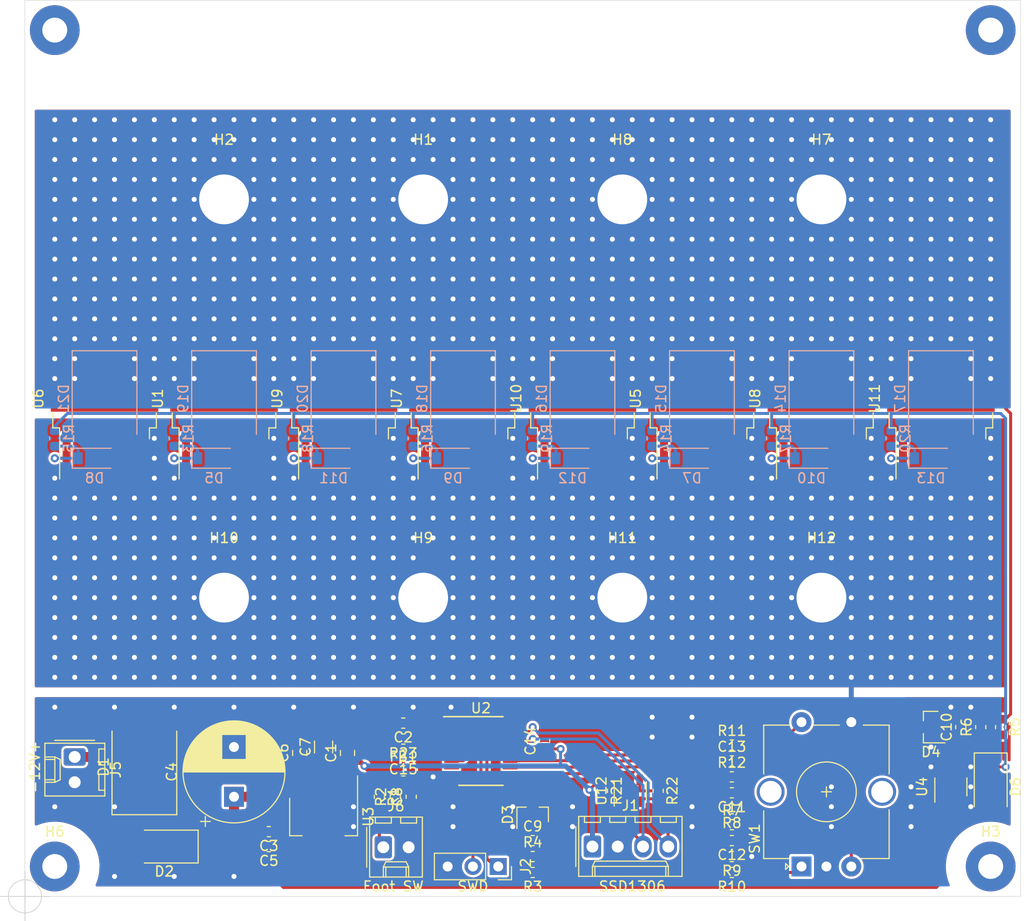
<source format=kicad_pcb>
(kicad_pcb (version 20190905) (host pcbnew "5.99.0-unknown-281d77f~100~ubuntu18.04.1")
  (layers (0 "F.Cu" signal) (31 "B.Cu" signal) (34 "B.Paste" user) (35 "F.Paste" user) (36 "B.SilkS" user) (37 "F.SilkS" user) (38 "B.Mask" user) (39 "F.Mask" user) (44 "Edge.Cuts" user))
  (net 0 "")
  (net 1 "GND")
  (net 2 "12V_VCC")
  (net 3 "3.3V_MCU")
  (net 4 "Foot_Switch")
  (net 5 "ADC_VIN")
  (net 6 "ADC_Pulse")
  (net 7 "Encoder_B")
  (net 8 "Encoder_A")
  (net 9 "Encoder_Switch")
  (net 10 "+12V")
  (net 11 "Net-(D5-Pad1)")
  (net 12 "Gate_Drive")
  (net 13 "Net-(D7-Pad1)")
  (net 14 "Net-(D8-Pad1)")
  (net 15 "Net-(D9-Pad1)")
  (net 16 "Net-(D10-Pad1)")
  (net 17 "Net-(D11-Pad1)")
  (net 18 "Net-(D12-Pad1)")
  (net 19 "Net-(D13-Pad1)")
  (net 20 "OUT-")
  (net 21 "Net-(J6-Pad1)")
  (net 22 "Net-(R7-Pad2)")
  (net 23 "Net-(R10-Pad1)")
  (net 24 "Net-(R11-Pad2)")
  (net 25 "SDA")
  (net 26 "SCL")
  (net 27 "Net-(U2-Pad9)")
  (net 28 "Net-(U2-Pad8)")
  (net 29 "Net-(U2-Pad3)")
  (net 30 "Net-(U2-Pad2)")
  (net 31 "Net-(U4-Pad5)")
  (net 32 "MCU_Gate")
  (net 33 "Net-(C2-Pad1)")
  (net 34 "/VDDA")
  (net 35 "SWCLK")
  (net 36 "SWDIO")
  (module "MountingHole:MountingHole_5mm_Pad" (layer "F.Cu") (at 160 150)
    (fp_text reference "H12" (at 0 -6) (layer "F.SilkS"))
    (fp_text value "MountingHole_Pad")
    (pad "1" thru_hole circle (at 0 0) (size 10 10) (drill 5) (layers *.Cu *.Mask) (net 1 "GND"))
  )
  (module "MountingHole:MountingHole_5mm_Pad" (layer "F.Cu") (at 140 150)
    (fp_text reference "H11" (at 0 -6) (layer "F.SilkS"))
    (fp_text value "MountingHole_Pad")
    (pad "1" thru_hole circle (at 0 0) (size 10 10) (drill 5) (layers *.Cu *.Mask) (net 1 "GND"))
  )
  (module "MountingHole:MountingHole_5mm_Pad" (layer "F.Cu") (at 100 150)
    (fp_text reference "H10" (at 0 -6) (layer "F.SilkS"))
    (fp_text value "MountingHole_Pad")
    (pad "1" thru_hole circle (at 0 0) (size 10 10) (drill 5) (layers *.Cu *.Mask) (net 1 "GND"))
  )
  (module "MountingHole:MountingHole_5mm_Pad" (layer "F.Cu") (at 120 150)
    (fp_text reference "H9" (at 0 -6) (layer "F.SilkS"))
    (fp_text value "MountingHole_Pad")
    (pad "1" thru_hole circle (at 0 0) (size 10 10) (drill 5) (layers *.Cu *.Mask) (net 1 "GND"))
  )
  (module "MountingHole:MountingHole_5mm_Pad" (layer "F.Cu") (at 140 110)
    (fp_text reference "H8" (at 0 -6) (layer "F.SilkS"))
    (fp_text value "MountingHole_Pad")
    (pad "1" thru_hole circle (at 0 0) (size 10 10) (drill 5) (layers *.Cu *.Mask) (net 20 "OUT-"))
  )
  (module "MountingHole:MountingHole_5mm_Pad" (layer "F.Cu") (at 160 110)
    (fp_text reference "H7" (at 0 -6) (layer "F.SilkS"))
    (fp_text value "MountingHole_Pad")
    (pad "1" thru_hole circle (at 0 0) (size 10 10) (drill 5) (layers *.Cu *.Mask) (net 20 "OUT-"))
  )
  (module "MountingHole:MountingHole_5mm_Pad" (layer "F.Cu") (at 100 110)
    (fp_text reference "H2" (at 0 -6) (layer "F.SilkS"))
    (fp_text value "MountingHole_Pad")
    (pad "1" thru_hole circle (at 0 0) (size 10 10) (drill 5) (layers *.Cu *.Mask) (net 20 "OUT-"))
  )
  (module "MountingHole:MountingHole_5mm_Pad" (layer "F.Cu") (at 120 110)
    (fp_text reference "H1" (at 0 -6) (layer "F.SilkS"))
    (fp_text value "MountingHole_Pad")
    (pad "1" thru_hole circle (at 0 0) (size 10 10) (drill 5) (layers *.Cu *.Mask) (net 20 "OUT-"))
  )
  (module "Package_SO:TSSOP-20_4.4x6.5mm_P0.65mm" (layer "F.Cu") (at 125.8 165.4)
    (fp_text reference "U2" (at 0 -4.3) (layer "F.SilkS"))
    (fp_text value "STM32F030F4Px")
    (pad "20" smd rect (at 2.95 -2.925) (size 1.45 0.45) (layers "F.Cu" "F.Paste" "F.Mask") (net 35 "SWCLK"))
    (pad "19" smd rect (at 2.95 -2.275) (size 1.45 0.45) (layers "F.Cu" "F.Paste" "F.Mask") (net 36 "SWDIO"))
    (pad "18" smd rect (at 2.95 -1.625) (size 1.45 0.45) (layers "F.Cu" "F.Paste" "F.Mask") (net 25 "SDA"))
    (pad "17" smd rect (at 2.95 -0.975) (size 1.45 0.45) (layers "F.Cu" "F.Paste" "F.Mask") (net 26 "SCL"))
    (pad "16" smd rect (at 2.95 -0.325) (size 1.45 0.45) (layers "F.Cu" "F.Paste" "F.Mask") (net 3 "3.3V_MCU"))
    (pad "15" smd rect (at 2.95 0.325) (size 1.45 0.45) (layers "F.Cu" "F.Paste" "F.Mask") (net 1 "GND"))
    (pad "14" smd rect (at 2.95 0.975) (size 1.45 0.45) (layers "F.Cu" "F.Paste" "F.Mask") (net 9 "Encoder_Switch"))
    (pad "13" smd rect (at 2.95 1.625) (size 1.45 0.45) (layers "F.Cu" "F.Paste" "F.Mask") (net 7 "Encoder_B"))
    (pad "12" smd rect (at 2.95 2.275) (size 1.45 0.45) (layers "F.Cu" "F.Paste" "F.Mask") (net 8 "Encoder_A"))
    (pad "11" smd rect (at 2.95 2.925) (size 1.45 0.45) (layers "F.Cu" "F.Paste" "F.Mask") (net 5 "ADC_VIN"))
    (pad "10" smd rect (at -2.95 2.925) (size 1.45 0.45) (layers "F.Cu" "F.Paste" "F.Mask") (net 4 "Foot_Switch"))
    (pad "9" smd rect (at -2.95 2.275) (size 1.45 0.45) (layers "F.Cu" "F.Paste" "F.Mask") (net 27 "Net-(U2-Pad9)"))
    (pad "8" smd rect (at -2.95 1.625) (size 1.45 0.45) (layers "F.Cu" "F.Paste" "F.Mask") (net 28 "Net-(U2-Pad8)"))
    (pad "7" smd rect (at -2.95 0.975) (size 1.45 0.45) (layers "F.Cu" "F.Paste" "F.Mask") (net 32 "MCU_Gate"))
    (pad "6" smd rect (at -2.95 0.325) (size 1.45 0.45) (layers "F.Cu" "F.Paste" "F.Mask") (net 6 "ADC_Pulse"))
    (pad "5" smd rect (at -2.95 -0.325) (size 1.45 0.45) (layers "F.Cu" "F.Paste" "F.Mask") (net 34 "/VDDA"))
    (pad "4" smd rect (at -2.95 -0.975) (size 1.45 0.45) (layers "F.Cu" "F.Paste" "F.Mask") (net 33 "Net-(C2-Pad1)"))
    (pad "3" smd rect (at -2.95 -1.625) (size 1.45 0.45) (layers "F.Cu" "F.Paste" "F.Mask") (net 29 "Net-(U2-Pad3)"))
    (pad "2" smd rect (at -2.95 -2.275) (size 1.45 0.45) (layers "F.Cu" "F.Paste" "F.Mask") (net 30 "Net-(U2-Pad2)"))
    (pad "1" smd rect (at -2.95 -2.925) (size 1.45 0.45) (layers "F.Cu" "F.Paste" "F.Mask") (net 1 "GND"))
  )
  (module "Resistor_SMD:R_0603_1608Metric" (layer "F.Cu") (at 131 176)
    (fp_text reference "R4" (at 0 -1.43) (layer "F.SilkS"))
    (fp_text value "3.3k")
    (pad "2" smd roundrect (at 0.7875 0) (size 0.875 0.95) (layers "F.Cu" "F.Paste" "F.Mask") (net 1 "GND"))
    (pad "1" smd roundrect (at -0.7875 0) (size 0.875 0.95) (layers "F.Cu" "F.Paste" "F.Mask") (net 5 "ADC_VIN"))
  )
  (module "Resistor_SMD:R_0603_1608Metric" (layer "F.Cu") (at 118 164.2 180)
    (fp_text reference "R23" (at 0 -1.43) (layer "F.SilkS"))
    (fp_text value "10k")
    (pad "2" smd roundrect (at 0.7875 0 180) (size 0.875 0.95) (layers "F.Cu" "F.Paste" "F.Mask") (net 3 "3.3V_MCU"))
    (pad "1" smd roundrect (at -0.7875 0 180) (size 0.875 0.95) (layers "F.Cu" "F.Paste" "F.Mask") (net 33 "Net-(C2-Pad1)"))
  )
  (module "Connector_PinSocket_2.54mm:PinSocket_1x03_P2.54mm_Vertical" (layer "F.Cu") (at 127.54 177 -90)
    (fp_text reference "J2" (at 0 -2.77 90) (layer "F.SilkS"))
    (fp_text value "Debug")
    (pad "3" thru_hole oval (at 0 5.08 270) (size 1.7 1.7) (drill 1) (layers *.Cu *.Mask) (net 1 "GND"))
    (pad "2" thru_hole oval (at 0 2.54 270) (size 1.7 1.7) (drill 1) (layers *.Cu *.Mask) (net 35 "SWCLK"))
    (pad "1" thru_hole rect (at 0 0 270) (size 1.7 1.7) (drill 1) (layers *.Cu *.Mask) (net 36 "SWDIO"))
  )
  (module "Inductor_SMD:L_0603_1608Metric" (layer "F.Cu") (at 118 167.4)
    (fp_text reference "FB1" (at 0 -1.43) (layer "F.SilkS"))
    (fp_text value "Ferrite_Bead")
    (pad "2" smd roundrect (at 0.7875 0) (size 0.875 0.95) (layers "F.Cu" "F.Paste" "F.Mask") (net 34 "/VDDA"))
    (pad "1" smd roundrect (at -0.7875 0) (size 0.875 0.95) (layers "F.Cu" "F.Paste" "F.Mask") (net 3 "3.3V_MCU"))
  )
  (module "Capacitor_SMD:C_0603_1608Metric" (layer "F.Cu") (at 118 165.8 180)
    (fp_text reference "C15" (at 0 -1.43) (layer "F.SilkS"))
    (fp_text value "0.1u")
    (pad "2" smd roundrect (at 0.7875 0 180) (size 0.875 0.95) (layers "F.Cu" "F.Paste" "F.Mask") (net 1 "GND"))
    (pad "1" smd roundrect (at -0.7875 0 180) (size 0.875 0.95) (layers "F.Cu" "F.Paste" "F.Mask") (net 34 "/VDDA"))
  )
  (module "Capacitor_SMD:C_0603_1608Metric" (layer "F.Cu") (at 132.2 164.4 90)
    (fp_text reference "C14" (at 0 -1.43 90) (layer "F.SilkS"))
    (fp_text value "0.1u")
    (pad "2" smd roundrect (at 0.7875 0 90) (size 0.875 0.95) (layers "F.Cu" "F.Paste" "F.Mask") (net 1 "GND"))
    (pad "1" smd roundrect (at -0.7875 0 90) (size 0.875 0.95) (layers "F.Cu" "F.Paste" "F.Mask") (net 3 "3.3V_MCU"))
  )
  (module "Capacitor_SMD:C_0603_1608Metric" (layer "F.Cu") (at 118 162.6 180)
    (fp_text reference "C2" (at 0 -1.43) (layer "F.SilkS"))
    (fp_text value "1u")
    (pad "2" smd roundrect (at 0.7875 0 180) (size 0.875 0.95) (layers "F.Cu" "F.Paste" "F.Mask") (net 1 "GND"))
    (pad "1" smd roundrect (at -0.7875 0 180) (size 0.875 0.95) (layers "F.Cu" "F.Paste" "F.Mask") (net 33 "Net-(C2-Pad1)"))
  )
  (module "Package_TO_SOT_SMD:SOT-23-5" (layer "F.Cu") (at 140.8 169.4 90)
    (fp_text reference "U12" (at 0 -2.9 90) (layer "F.SilkS"))
    (fp_text value "AT24CS04-STUM")
    (pad "5" smd rect (at 1.1 -0.95 90) (size 1.06 0.65) (layers "F.Cu" "F.Paste" "F.Mask") (net 1 "GND"))
    (pad "4" smd rect (at 1.1 0.95 90) (size 1.06 0.65) (layers "F.Cu" "F.Paste" "F.Mask") (net 3 "3.3V_MCU"))
    (pad "3" smd rect (at -1.1 0.95 90) (size 1.06 0.65) (layers "F.Cu" "F.Paste" "F.Mask") (net 25 "SDA"))
    (pad "2" smd rect (at -1.1 0 90) (size 1.06 0.65) (layers "F.Cu" "F.Paste" "F.Mask") (net 1 "GND"))
    (pad "1" smd rect (at -1.1 -0.95 90) (size 1.06 0.65) (layers "F.Cu" "F.Paste" "F.Mask") (net 26 "SCL"))
  )
  (module "Resistor_SMD:R_0603_1608Metric" (layer "F.Cu") (at 143.6 169.4 -90)
    (fp_text reference "R22" (at 0 -1.43 90) (layer "F.SilkS"))
    (fp_text value "4.7k")
    (pad "2" smd roundrect (at 0.7875 0 270) (size 0.875 0.95) (layers "F.Cu" "F.Paste" "F.Mask") (net 25 "SDA"))
    (pad "1" smd roundrect (at -0.7875 0 270) (size 0.875 0.95) (layers "F.Cu" "F.Paste" "F.Mask") (net 3 "3.3V_MCU"))
  )
  (module "Resistor_SMD:R_0603_1608Metric" (layer "F.Cu") (at 138 169.4 -90)
    (fp_text reference "R21" (at 0 -1.43 90) (layer "F.SilkS"))
    (fp_text value "4.7k")
    (pad "2" smd roundrect (at 0.7875 0 270) (size 0.875 0.95) (layers "F.Cu" "F.Paste" "F.Mask") (net 26 "SCL"))
    (pad "1" smd roundrect (at -0.7875 0 270) (size 0.875 0.95) (layers "F.Cu" "F.Paste" "F.Mask") (net 3 "3.3V_MCU"))
  )
  (module "Capacitor_SMD:C_0805_2012Metric" (layer "F.Cu") (at 112.4 165.6 90)
    (fp_text reference "C1" (at 0 -1.65 90) (layer "F.SilkS"))
    (fp_text value "10u")
    (pad "2" smd roundrect (at 0.9375 0 90) (size 0.975 1.4) (layers "F.Cu" "F.Paste" "F.Mask") (net 1 "GND"))
    (pad "1" smd roundrect (at -0.9375 0 90) (size 0.975 1.4) (layers "F.Cu" "F.Paste" "F.Mask") (net 3 "3.3V_MCU"))
  )
  (module "Capacitor_SMD:C_1206_3216Metric" (layer "F.Cu") (at 110 165 90)
    (fp_text reference "C7" (at 0 -1.82 90) (layer "F.SilkS"))
    (fp_text value "22u")
    (pad "2" smd roundrect (at 1.4 0 90) (size 1.25 1.75) (layers "F.Cu" "F.Paste" "F.Mask") (roundrect_rratio 0.2) (net 1 "GND"))
    (pad "1" smd roundrect (at -1.4 0 90) (size 1.25 1.75) (layers "F.Cu" "F.Paste" "F.Mask") (roundrect_rratio 0.2) (net 3 "3.3V_MCU"))
  )
  (module "Capacitor_SMD:C_0805_2012Metric" (layer "F.Cu") (at 107.6 165.6 90)
    (fp_text reference "C6" (at 0 -1.65 90) (layer "F.SilkS"))
    (fp_text value "10u")
    (pad "2" smd roundrect (at 0.9375 0 90) (size 0.975 1.4) (layers "F.Cu" "F.Paste" "F.Mask") (net 1 "GND"))
    (pad "1" smd roundrect (at -0.9375 0 90) (size 0.975 1.4) (layers "F.Cu" "F.Paste" "F.Mask") (net 2 "12V_VCC"))
  )
  (module "Package_TO_SOT_SMD:TO-263-6" (layer "F.Cu") (at 172 130 90)
    (fp_text reference "U11" (at 0 -6.65 90) (layer "F.SilkS"))
    (fp_text value "HY4903B6")
    (pad "4" smd rect (at 3.375 0 90) (size 9.4 10.8) (layers "F.Cu" "F.Mask") (net 20 "OUT-"))
    (pad "7" smd rect (at -5.775 3.81 90) (size 4.6 0.8) (layers "F.Cu" "F.Paste" "F.Mask") (net 1 "GND"))
    (pad "6" smd rect (at -5.775 2.54 90) (size 4.6 0.8) (layers "F.Cu" "F.Paste" "F.Mask") (net 1 "GND"))
    (pad "5" smd rect (at -5.775 1.27 90) (size 4.6 0.8) (layers "F.Cu" "F.Paste" "F.Mask") (net 1 "GND"))
    (pad "3" smd rect (at -5.775 -1.27 90) (size 4.6 0.8) (layers "F.Cu" "F.Paste" "F.Mask") (net 1 "GND"))
    (pad "2" smd rect (at -5.775 -2.54 90) (size 4.6 0.8) (layers "F.Cu" "F.Paste" "F.Mask") (net 1 "GND"))
    (pad "1" smd rect (at -5.775 -3.81 90) (size 4.6 0.8) (layers "F.Cu" "F.Paste" "F.Mask") (net 19 "Net-(D13-Pad1)"))
  )
  (module "Diode_SMD:D_SMC" (layer "B.Cu") (at 88 130 -90)
    (fp_text reference "D21" (at 0 4.1 90) (layer "B.SilkS") (effects (justify mirror)))
    (fp_text value "TVS_SMDJ13A")
    (pad "2" smd rect (at 3.4 0 180) (size 3.3 2.5) (layers "B.Cu" "B.Paste" "B.Mask") (net 1 "GND"))
    (pad "1" smd rect (at -3.4 0 180) (size 3.3 2.5) (layers "B.Cu" "B.Paste" "B.Mask") (net 20 "OUT-"))
  )
  (module "Diode_SMD:D_SMC" (layer "B.Cu") (at 112 130 -90)
    (fp_text reference "D20" (at 0 4.1 90) (layer "B.SilkS") (effects (justify mirror)))
    (fp_text value "TVS_SMDJ13A")
    (pad "2" smd rect (at 3.4 0 180) (size 3.3 2.5) (layers "B.Cu" "B.Paste" "B.Mask") (net 1 "GND"))
    (pad "1" smd rect (at -3.4 0 180) (size 3.3 2.5) (layers "B.Cu" "B.Paste" "B.Mask") (net 20 "OUT-"))
  )
  (module "Diode_SMD:D_SMC" (layer "B.Cu") (at 100 130 -90)
    (fp_text reference "D19" (at 0 4.1 90) (layer "B.SilkS") (effects (justify mirror)))
    (fp_text value "TVS_SMDJ13A")
    (pad "2" smd rect (at 3.4 0 180) (size 3.3 2.5) (layers "B.Cu" "B.Paste" "B.Mask") (net 1 "GND"))
    (pad "1" smd rect (at -3.4 0 180) (size 3.3 2.5) (layers "B.Cu" "B.Paste" "B.Mask") (net 20 "OUT-"))
  )
  (module "Diode_SMD:D_SMC" (layer "B.Cu") (at 124 130 -90)
    (fp_text reference "D18" (at 0 4.1 90) (layer "B.SilkS") (effects (justify mirror)))
    (fp_text value "TVS_SMDJ13A")
    (pad "2" smd rect (at 3.4 0 180) (size 3.3 2.5) (layers "B.Cu" "B.Paste" "B.Mask") (net 1 "GND"))
    (pad "1" smd rect (at -3.4 0 180) (size 3.3 2.5) (layers "B.Cu" "B.Paste" "B.Mask") (net 20 "OUT-"))
  )
  (module "MountingHole:MountingHole_2.5mm" (layer "F.Cu") (at 83 177)
    (fp_text reference "H6" (at 0 -3.5) (layer "F.SilkS"))
    (fp_text value "MountingHole")
    (pad "1" np_thru_hole circle (at 0 0) (size 5 5) (drill 2.5) (layers *.Cu *.Mask) (clearance 2))
  )
  (module "MountingHole:MountingHole_2.5mm" (layer "F.Cu") (at 83 93)
    (fp_text reference "H5" (at 0 -3.5) (layer "F.SilkS"))
    (fp_text value "MountingHole")
    (pad "" np_thru_hole circle (at 0 0) (size 5 5) (drill 2.5) (layers *.Cu *.Mask) (clearance 2))
  )
  (module "MountingHole:MountingHole_2.5mm" (layer "F.Cu") (at 177 93)
    (fp_text reference "H4" (at 0 -3.5) (layer "F.SilkS"))
    (fp_text value "MountingHole")
    (pad "1" np_thru_hole circle (at 0 0) (size 5 5) (drill 2.5) (layers *.Cu *.Mask) (clearance 2))
  )
  (module "MountingHole:MountingHole_2.5mm" (layer "F.Cu") (at 177 177)
    (fp_text reference "H3" (at 0 -3.5) (layer "F.SilkS"))
    (fp_text value "MountingHole")
    (pad "1" np_thru_hole circle (at 0 0) (size 5 5) (drill 2.5) (layers *.Cu *.Mask) (clearance 2))
  )
  (module "Package_TO_SOT_SMD:TO-263-6" (layer "F.Cu") (at 136 130 90)
    (fp_text reference "U10" (at 0 -6.65 90) (layer "F.SilkS"))
    (fp_text value "HY4903B6")
    (pad "4" smd rect (at 3.375 0 90) (size 9.4 10.8) (layers "F.Cu" "F.Mask") (net 20 "OUT-"))
    (pad "7" smd rect (at -5.775 3.81 90) (size 4.6 0.8) (layers "F.Cu" "F.Paste" "F.Mask") (net 1 "GND"))
    (pad "6" smd rect (at -5.775 2.54 90) (size 4.6 0.8) (layers "F.Cu" "F.Paste" "F.Mask") (net 1 "GND"))
    (pad "5" smd rect (at -5.775 1.27 90) (size 4.6 0.8) (layers "F.Cu" "F.Paste" "F.Mask") (net 1 "GND"))
    (pad "3" smd rect (at -5.775 -1.27 90) (size 4.6 0.8) (layers "F.Cu" "F.Paste" "F.Mask") (net 1 "GND"))
    (pad "2" smd rect (at -5.775 -2.54 90) (size 4.6 0.8) (layers "F.Cu" "F.Paste" "F.Mask") (net 1 "GND"))
    (pad "1" smd rect (at -5.775 -3.81 90) (size 4.6 0.8) (layers "F.Cu" "F.Paste" "F.Mask") (net 18 "Net-(D12-Pad1)"))
  )
  (module "Package_TO_SOT_SMD:TO-263-6" (layer "F.Cu") (at 112 130 90)
    (fp_text reference "U9" (at 0 -6.65 90) (layer "F.SilkS"))
    (fp_text value "HY4903B6")
    (pad "4" smd rect (at 3.375 0 90) (size 9.4 10.8) (layers "F.Cu" "F.Mask") (net 20 "OUT-"))
    (pad "7" smd rect (at -5.775 3.81 90) (size 4.6 0.8) (layers "F.Cu" "F.Paste" "F.Mask") (net 1 "GND"))
    (pad "6" smd rect (at -5.775 2.54 90) (size 4.6 0.8) (layers "F.Cu" "F.Paste" "F.Mask") (net 1 "GND"))
    (pad "5" smd rect (at -5.775 1.27 90) (size 4.6 0.8) (layers "F.Cu" "F.Paste" "F.Mask") (net 1 "GND"))
    (pad "3" smd rect (at -5.775 -1.27 90) (size 4.6 0.8) (layers "F.Cu" "F.Paste" "F.Mask") (net 1 "GND"))
    (pad "2" smd rect (at -5.775 -2.54 90) (size 4.6 0.8) (layers "F.Cu" "F.Paste" "F.Mask") (net 1 "GND"))
    (pad "1" smd rect (at -5.775 -3.81 90) (size 4.6 0.8) (layers "F.Cu" "F.Paste" "F.Mask") (net 17 "Net-(D11-Pad1)"))
  )
  (module "Package_TO_SOT_SMD:TO-263-6" (layer "F.Cu") (at 160 130 90)
    (fp_text reference "U8" (at 0 -6.65 90) (layer "F.SilkS"))
    (fp_text value "HY4903B6")
    (pad "4" smd rect (at 3.375 0 90) (size 9.4 10.8) (layers "F.Cu" "F.Mask") (net 20 "OUT-"))
    (pad "7" smd rect (at -5.775 3.81 90) (size 4.6 0.8) (layers "F.Cu" "F.Paste" "F.Mask") (net 1 "GND"))
    (pad "6" smd rect (at -5.775 2.54 90) (size 4.6 0.8) (layers "F.Cu" "F.Paste" "F.Mask") (net 1 "GND"))
    (pad "5" smd rect (at -5.775 1.27 90) (size 4.6 0.8) (layers "F.Cu" "F.Paste" "F.Mask") (net 1 "GND"))
    (pad "3" smd rect (at -5.775 -1.27 90) (size 4.6 0.8) (layers "F.Cu" "F.Paste" "F.Mask") (net 1 "GND"))
    (pad "2" smd rect (at -5.775 -2.54 90) (size 4.6 0.8) (layers "F.Cu" "F.Paste" "F.Mask") (net 1 "GND"))
    (pad "1" smd rect (at -5.775 -3.81 90) (size 4.6 0.8) (layers "F.Cu" "F.Paste" "F.Mask") (net 16 "Net-(D10-Pad1)"))
  )
  (module "Package_TO_SOT_SMD:TO-263-6" (layer "F.Cu") (at 124 130 90)
    (fp_text reference "U7" (at 0 -6.65 90) (layer "F.SilkS"))
    (fp_text value "HY4903B6")
    (pad "4" smd rect (at 3.375 0 90) (size 9.4 10.8) (layers "F.Cu" "F.Mask") (net 20 "OUT-"))
    (pad "7" smd rect (at -5.775 3.81 90) (size 4.6 0.8) (layers "F.Cu" "F.Paste" "F.Mask") (net 1 "GND"))
    (pad "6" smd rect (at -5.775 2.54 90) (size 4.6 0.8) (layers "F.Cu" "F.Paste" "F.Mask") (net 1 "GND"))
    (pad "5" smd rect (at -5.775 1.27 90) (size 4.6 0.8) (layers "F.Cu" "F.Paste" "F.Mask") (net 1 "GND"))
    (pad "3" smd rect (at -5.775 -1.27 90) (size 4.6 0.8) (layers "F.Cu" "F.Paste" "F.Mask") (net 1 "GND"))
    (pad "2" smd rect (at -5.775 -2.54 90) (size 4.6 0.8) (layers "F.Cu" "F.Paste" "F.Mask") (net 1 "GND"))
    (pad "1" smd rect (at -5.775 -3.81 90) (size 4.6 0.8) (layers "F.Cu" "F.Paste" "F.Mask") (net 15 "Net-(D9-Pad1)"))
  )
  (module "Package_TO_SOT_SMD:TO-263-6" (layer "F.Cu") (at 88 130 90)
    (fp_text reference "U6" (at 0 -6.65 90) (layer "F.SilkS"))
    (fp_text value "HY4903B6")
    (pad "4" smd rect (at 3.375 0 90) (size 9.4 10.8) (layers "F.Cu" "F.Mask") (net 20 "OUT-"))
    (pad "7" smd rect (at -5.775 3.81 90) (size 4.6 0.8) (layers "F.Cu" "F.Paste" "F.Mask") (net 1 "GND"))
    (pad "6" smd rect (at -5.775 2.54 90) (size 4.6 0.8) (layers "F.Cu" "F.Paste" "F.Mask") (net 1 "GND"))
    (pad "5" smd rect (at -5.775 1.27 90) (size 4.6 0.8) (layers "F.Cu" "F.Paste" "F.Mask") (net 1 "GND"))
    (pad "3" smd rect (at -5.775 -1.27 90) (size 4.6 0.8) (layers "F.Cu" "F.Paste" "F.Mask") (net 1 "GND"))
    (pad "2" smd rect (at -5.775 -2.54 90) (size 4.6 0.8) (layers "F.Cu" "F.Paste" "F.Mask") (net 1 "GND"))
    (pad "1" smd rect (at -5.775 -3.81 90) (size 4.6 0.8) (layers "F.Cu" "F.Paste" "F.Mask") (net 14 "Net-(D8-Pad1)"))
  )
  (module "Package_TO_SOT_SMD:TO-263-6" (layer "F.Cu") (at 148 130 90)
    (fp_text reference "U5" (at 0 -6.65 90) (layer "F.SilkS"))
    (fp_text value "HY4903B6")
    (pad "4" smd rect (at 3.375 0 90) (size 9.4 10.8) (layers "F.Cu" "F.Mask") (net 20 "OUT-"))
    (pad "7" smd rect (at -5.775 3.81 90) (size 4.6 0.8) (layers "F.Cu" "F.Paste" "F.Mask") (net 1 "GND"))
    (pad "6" smd rect (at -5.775 2.54 90) (size 4.6 0.8) (layers "F.Cu" "F.Paste" "F.Mask") (net 1 "GND"))
    (pad "5" smd rect (at -5.775 1.27 90) (size 4.6 0.8) (layers "F.Cu" "F.Paste" "F.Mask") (net 1 "GND"))
    (pad "3" smd rect (at -5.775 -1.27 90) (size 4.6 0.8) (layers "F.Cu" "F.Paste" "F.Mask") (net 1 "GND"))
    (pad "2" smd rect (at -5.775 -2.54 90) (size 4.6 0.8) (layers "F.Cu" "F.Paste" "F.Mask") (net 1 "GND"))
    (pad "1" smd rect (at -5.775 -3.81 90) (size 4.6 0.8) (layers "F.Cu" "F.Paste" "F.Mask") (net 13 "Net-(D7-Pad1)"))
  )
  (module "Package_TO_SOT_SMD:SOT-23-6" (layer "F.Cu") (at 173 169 90)
    (fp_text reference "U4" (at 0 -2.9 90) (layer "F.SilkS"))
    (fp_text value "ZXGD3009E6")
    (pad "5" smd rect (at 1.1 0 90) (size 1.06 0.65) (layers "F.Cu" "F.Paste" "F.Mask") (net 31 "Net-(U4-Pad5)"))
    (pad "6" smd rect (at 1.1 -0.95 90) (size 1.06 0.65) (layers "F.Cu" "F.Paste" "F.Mask") (net 12 "Gate_Drive"))
    (pad "4" smd rect (at 1.1 0.95 90) (size 1.06 0.65) (layers "F.Cu" "F.Paste" "F.Mask") (net 12 "Gate_Drive"))
    (pad "3" smd rect (at -1.1 0.95 90) (size 1.06 0.65) (layers "F.Cu" "F.Paste" "F.Mask") (net 1 "GND"))
    (pad "2" smd rect (at -1.1 0 90) (size 1.06 0.65) (layers "F.Cu" "F.Paste" "F.Mask") (net 32 "MCU_Gate"))
    (pad "1" smd rect (at -1.1 -0.95 90) (size 1.06 0.65) (layers "F.Cu" "F.Paste" "F.Mask") (net 2 "12V_VCC"))
  )
  (module "Package_TO_SOT_SMD:SOT-223-3_TabPin2" (layer "F.Cu") (at 110 172 -90)
    (fp_text reference "U3" (at 0 -4.5 90) (layer "F.SilkS"))
    (fp_text value "AMS1117-3.3")
    (pad "1" smd rect (at -3.15 -2.3 270) (size 2 1.5) (layers "F.Cu" "F.Paste" "F.Mask") (net 1 "GND"))
    (pad "3" smd rect (at -3.15 2.3 270) (size 2 1.5) (layers "F.Cu" "F.Paste" "F.Mask") (net 2 "12V_VCC"))
    (pad "2" smd rect (at -3.15 0 270) (size 2 1.5) (layers "F.Cu" "F.Paste" "F.Mask") (net 3 "3.3V_MCU"))
    (pad "2" smd rect (at 3.15 0 270) (size 2 3.8) (layers "F.Cu" "F.Paste" "F.Mask") (net 3 "3.3V_MCU"))
  )
  (module "Package_TO_SOT_SMD:TO-263-6" (layer "F.Cu") (at 100 130 90)
    (fp_text reference "U1" (at 0 -6.65 90) (layer "F.SilkS"))
    (fp_text value "HY4903B6")
    (pad "4" smd rect (at 3.375 0 90) (size 9.4 10.8) (layers "F.Cu" "F.Mask") (net 20 "OUT-"))
    (pad "7" smd rect (at -5.775 3.81 90) (size 4.6 0.8) (layers "F.Cu" "F.Paste" "F.Mask") (net 1 "GND"))
    (pad "6" smd rect (at -5.775 2.54 90) (size 4.6 0.8) (layers "F.Cu" "F.Paste" "F.Mask") (net 1 "GND"))
    (pad "5" smd rect (at -5.775 1.27 90) (size 4.6 0.8) (layers "F.Cu" "F.Paste" "F.Mask") (net 1 "GND"))
    (pad "3" smd rect (at -5.775 -1.27 90) (size 4.6 0.8) (layers "F.Cu" "F.Paste" "F.Mask") (net 1 "GND"))
    (pad "2" smd rect (at -5.775 -2.54 90) (size 4.6 0.8) (layers "F.Cu" "F.Paste" "F.Mask") (net 1 "GND"))
    (pad "1" smd rect (at -5.775 -3.81 90) (size 4.6 0.8) (layers "F.Cu" "F.Paste" "F.Mask") (net 11 "Net-(D5-Pad1)"))
  )
  (module "Rotary_Encoder:RotaryEncoder_Alps_EC12E-Switch_Vertical_H20mm_CircularMountingHoles" (layer "F.Cu") (at 158 177 90)
    (fp_text reference "SW1" (at 2.8 -4.7 90) (layer "F.SilkS"))
    (fp_text value "RE")
    (pad "A" thru_hole rect (at 0 0 90) (size 2 2) (drill 1) (layers *.Cu *.Mask) (net 23 "Net-(R10-Pad1)"))
    (pad "C" thru_hole circle (at 0 2.5 90) (size 2 2) (drill 1) (layers *.Cu *.Mask) (net 1 "GND"))
    (pad "B" thru_hole circle (at 0 5 90) (size 2 2) (drill 1) (layers *.Cu *.Mask) (net 22 "Net-(R7-Pad2)"))
    (pad "MP" thru_hole circle (at 7.5 -3.1 90) (size 2.8 2.8) (drill 2.2) (layers *.Cu *.Mask))
    (pad "MP" thru_hole circle (at 7.5 8.1 90) (size 2.8 2.8) (drill 2.2) (layers *.Cu *.Mask))
    (pad "S1" thru_hole circle (at 14.5 0 90) (size 2 2) (drill 1) (layers *.Cu *.Mask) (net 24 "Net-(R11-Pad2)"))
    (pad "S2" thru_hole circle (at 14.5 5 90) (size 2 2) (drill 1) (layers *.Cu *.Mask) (net 1 "GND"))
  )
  (module "Resistor_SMD:R_0603_1608Metric" (layer "B.Cu") (at 167 134 90)
    (fp_text reference "R20" (at 0 1.43 90) (layer "B.SilkS") (effects (justify mirror)))
    (fp_text value "22")
    (pad "2" smd roundrect (at 0.7875 0 90) (size 0.875 0.95) (layers "B.Cu" "B.Paste" "B.Mask") (net 12 "Gate_Drive"))
    (pad "1" smd roundrect (at -0.7875 0 90) (size 0.875 0.95) (layers "B.Cu" "B.Paste" "B.Mask") (net 19 "Net-(D13-Pad1)"))
  )
  (module "Resistor_SMD:R_0603_1608Metric" (layer "B.Cu") (at 131 134 90)
    (fp_text reference "R19" (at 0 1.43 90) (layer "B.SilkS") (effects (justify mirror)))
    (fp_text value "22")
    (pad "2" smd roundrect (at 0.7875 0 90) (size 0.875 0.95) (layers "B.Cu" "B.Paste" "B.Mask") (net 12 "Gate_Drive"))
    (pad "1" smd roundrect (at -0.7875 0 90) (size 0.875 0.95) (layers "B.Cu" "B.Paste" "B.Mask") (net 18 "Net-(D12-Pad1)"))
  )
  (module "Resistor_SMD:R_0603_1608Metric" (layer "B.Cu") (at 107 134 90)
    (fp_text reference "R18" (at 0 1.43 90) (layer "B.SilkS") (effects (justify mirror)))
    (fp_text value "22")
    (pad "2" smd roundrect (at 0.7875 0 90) (size 0.875 0.95) (layers "B.Cu" "B.Paste" "B.Mask") (net 12 "Gate_Drive"))
    (pad "1" smd roundrect (at -0.7875 0 90) (size 0.875 0.95) (layers "B.Cu" "B.Paste" "B.Mask") (net 17 "Net-(D11-Pad1)"))
  )
  (module "Resistor_SMD:R_0603_1608Metric" (layer "B.Cu") (at 155 134 90)
    (fp_text reference "R17" (at 0 1.43 90) (layer "B.SilkS") (effects (justify mirror)))
    (fp_text value "22")
    (pad "2" smd roundrect (at 0.7875 0 90) (size 0.875 0.95) (layers "B.Cu" "B.Paste" "B.Mask") (net 12 "Gate_Drive"))
    (pad "1" smd roundrect (at -0.7875 0 90) (size 0.875 0.95) (layers "B.Cu" "B.Paste" "B.Mask") (net 16 "Net-(D10-Pad1)"))
  )
  (module "Resistor_SMD:R_0603_1608Metric" (layer "B.Cu") (at 119 134 90)
    (fp_text reference "R16" (at 0 1.43 90) (layer "B.SilkS") (effects (justify mirror)))
    (fp_text value "22")
    (pad "2" smd roundrect (at 0.7875 0 90) (size 0.875 0.95) (layers "B.Cu" "B.Paste" "B.Mask") (net 12 "Gate_Drive"))
    (pad "1" smd roundrect (at -0.7875 0 90) (size 0.875 0.95) (layers "B.Cu" "B.Paste" "B.Mask") (net 15 "Net-(D9-Pad1)"))
  )
  (module "Resistor_SMD:R_0603_1608Metric" (layer "B.Cu") (at 83 134 90)
    (fp_text reference "R15" (at 0 1.43 90) (layer "B.SilkS") (effects (justify mirror)))
    (fp_text value "22")
    (pad "2" smd roundrect (at 0.7875 0 90) (size 0.875 0.95) (layers "B.Cu" "B.Paste" "B.Mask") (net 12 "Gate_Drive"))
    (pad "1" smd roundrect (at -0.7875 0 90) (size 0.875 0.95) (layers "B.Cu" "B.Paste" "B.Mask") (net 14 "Net-(D8-Pad1)"))
  )
  (module "Resistor_SMD:R_0603_1608Metric" (layer "B.Cu") (at 143 134 90)
    (fp_text reference "R14" (at 0 1.43 90) (layer "B.SilkS") (effects (justify mirror)))
    (fp_text value "22")
    (pad "2" smd roundrect (at 0.7875 0 90) (size 0.875 0.95) (layers "B.Cu" "B.Paste" "B.Mask") (net 12 "Gate_Drive"))
    (pad "1" smd roundrect (at -0.7875 0 90) (size 0.875 0.95) (layers "B.Cu" "B.Paste" "B.Mask") (net 13 "Net-(D7-Pad1)"))
  )
  (module "Resistor_SMD:R_0603_1608Metric" (layer "B.Cu") (at 95 134 90)
    (fp_text reference "R13" (at 0 1.43 90) (layer "B.SilkS") (effects (justify mirror)))
    (fp_text value "22")
    (pad "2" smd roundrect (at 0.7875 0 90) (size 0.875 0.95) (layers "B.Cu" "B.Paste" "B.Mask") (net 12 "Gate_Drive"))
    (pad "1" smd roundrect (at -0.7875 0 90) (size 0.875 0.95) (layers "B.Cu" "B.Paste" "B.Mask") (net 11 "Net-(D5-Pad1)"))
  )
  (module "Resistor_SMD:R_0603_1608Metric" (layer "F.Cu") (at 151 168)
    (fp_text reference "R12" (at 0 -1.43) (layer "F.SilkS"))
    (fp_text value "100k")
    (pad "2" smd roundrect (at 0.7875 0) (size 0.875 0.95) (layers "F.Cu" "F.Paste" "F.Mask") (net 3 "3.3V_MCU"))
    (pad "1" smd roundrect (at -0.7875 0) (size 0.875 0.95) (layers "F.Cu" "F.Paste" "F.Mask") (net 9 "Encoder_Switch"))
  )
  (module "Resistor_SMD:R_0603_1608Metric" (layer "F.Cu") (at 151 164.8)
    (fp_text reference "R11" (at 0 -1.43) (layer "F.SilkS"))
    (fp_text value "1k")
    (pad "2" smd roundrect (at 0.7875 0) (size 0.875 0.95) (layers "F.Cu" "F.Paste" "F.Mask") (net 24 "Net-(R11-Pad2)"))
    (pad "1" smd roundrect (at -0.7875 0) (size 0.875 0.95) (layers "F.Cu" "F.Paste" "F.Mask") (net 9 "Encoder_Switch"))
  )
  (module "Resistor_SMD:R_0603_1608Metric" (layer "F.Cu") (at 151 177.6 180)
    (fp_text reference "R10" (at 0 -1.43) (layer "F.SilkS"))
    (fp_text value "100k")
    (pad "2" smd roundrect (at 0.7875 0 180) (size 0.875 0.95) (layers "F.Cu" "F.Paste" "F.Mask") (net 3 "3.3V_MCU"))
    (pad "1" smd roundrect (at -0.7875 0 180) (size 0.875 0.95) (layers "F.Cu" "F.Paste" "F.Mask") (net 23 "Net-(R10-Pad1)"))
  )
  (module "Resistor_SMD:R_0603_1608Metric" (layer "F.Cu") (at 151 176 180)
    (fp_text reference "R9" (at 0 -1.43) (layer "F.SilkS"))
    (fp_text value "1k")
    (pad "2" smd roundrect (at 0.7875 0 180) (size 0.875 0.95) (layers "F.Cu" "F.Paste" "F.Mask") (net 8 "Encoder_A"))
    (pad "1" smd roundrect (at -0.7875 0 180) (size 0.875 0.95) (layers "F.Cu" "F.Paste" "F.Mask") (net 23 "Net-(R10-Pad1)"))
  )
  (module "Resistor_SMD:R_0603_1608Metric" (layer "F.Cu") (at 151 171.2 180)
    (fp_text reference "R8" (at 0 -1.43) (layer "F.SilkS"))
    (fp_text value "1k")
    (pad "2" smd roundrect (at 0.7875 0 180) (size 0.875 0.95) (layers "F.Cu" "F.Paste" "F.Mask") (net 7 "Encoder_B"))
    (pad "1" smd roundrect (at -0.7875 0 180) (size 0.875 0.95) (layers "F.Cu" "F.Paste" "F.Mask") (net 22 "Net-(R7-Pad2)"))
  )
  (module "Resistor_SMD:R_0603_1608Metric" (layer "F.Cu") (at 151 172.8)
    (fp_text reference "R7" (at 0 -1.43) (layer "F.SilkS"))
    (fp_text value "100k")
    (pad "2" smd roundrect (at 0.7875 0) (size 0.875 0.95) (layers "F.Cu" "F.Paste" "F.Mask") (net 22 "Net-(R7-Pad2)"))
    (pad "1" smd roundrect (at -0.7875 0) (size 0.875 0.95) (layers "F.Cu" "F.Paste" "F.Mask") (net 3 "3.3V_MCU"))
  )
  (module "Resistor_SMD:R_0603_1608Metric" (layer "F.Cu") (at 176 163 90)
    (fp_text reference "R6" (at 0 -1.43 90) (layer "F.SilkS"))
    (fp_text value "3.3k")
    (pad "2" smd roundrect (at 0.7875 0 90) (size 0.875 0.95) (layers "F.Cu" "F.Paste" "F.Mask") (net 1 "GND"))
    (pad "1" smd roundrect (at -0.7875 0 90) (size 0.875 0.95) (layers "F.Cu" "F.Paste" "F.Mask") (net 6 "ADC_Pulse"))
  )
  (module "Resistor_SMD:R_0603_1608Metric" (layer "F.Cu") (at 178 163 -90)
    (fp_text reference "R5" (at 0 -1.43 90) (layer "F.SilkS"))
    (fp_text value "10k")
    (pad "2" smd roundrect (at 0.7875 0 270) (size 0.875 0.95) (layers "F.Cu" "F.Paste" "F.Mask") (net 6 "ADC_Pulse"))
    (pad "1" smd roundrect (at -0.7875 0 270) (size 0.875 0.95) (layers "F.Cu" "F.Paste" "F.Mask") (net 20 "OUT-"))
  )
  (module "Resistor_SMD:R_0603_1608Metric" (layer "F.Cu") (at 131 177.6 180)
    (fp_text reference "R3" (at 0 -1.43) (layer "F.SilkS"))
    (fp_text value "10k")
    (pad "2" smd roundrect (at 0.7875 0 180) (size 0.875 0.95) (layers "F.Cu" "F.Paste" "F.Mask") (net 5 "ADC_VIN"))
    (pad "1" smd roundrect (at -0.7875 0 180) (size 0.875 0.95) (layers "F.Cu" "F.Paste" "F.Mask") (net 2 "12V_VCC"))
  )
  (module "Resistor_SMD:R_0603_1608Metric" (layer "F.Cu") (at 117.2 170 90)
    (fp_text reference "R2" (at 0 -1.43 90) (layer "F.SilkS"))
    (fp_text value "100k")
    (pad "2" smd roundrect (at 0.7875 0 90) (size 0.875 0.95) (layers "F.Cu" "F.Paste" "F.Mask") (net 3 "3.3V_MCU"))
    (pad "1" smd roundrect (at -0.7875 0 90) (size 0.875 0.95) (layers "F.Cu" "F.Paste" "F.Mask") (net 4 "Foot_Switch"))
  )
  (module "Resistor_SMD:R_0603_1608Metric" (layer "F.Cu") (at 115.6 170 -90)
    (fp_text reference "R1" (at 0 -1.43 90) (layer "F.SilkS"))
    (fp_text value "1k")
    (pad "2" smd roundrect (at 0.7875 0 270) (size 0.875 0.95) (layers "F.Cu" "F.Paste" "F.Mask") (net 21 "Net-(J6-Pad1)"))
    (pad "1" smd roundrect (at -0.7875 0 270) (size 0.875 0.95) (layers "F.Cu" "F.Paste" "F.Mask") (net 4 "Foot_Switch"))
  )
  (module "Connector_Molex:Molex_KK-254_AE-6410-02A_1x02_P2.54mm_Vertical" (layer "F.Cu") (at 116 175.06875)
    (fp_text reference "J6" (at 1.27 -4.12) (layer "F.SilkS"))
    (fp_text value "Foot_Switch")
    (pad "2" thru_hole oval (at 2.54 0) (size 1.74 2.2) (drill 1.2) (layers *.Cu *.Mask) (net 1 "GND"))
    (pad "1" thru_hole roundrect (at 0 0) (size 1.74 2.2) (drill 1.2) (layers *.Cu *.Mask) (roundrect_rratio 0.143678) (net 21 "Net-(J6-Pad1)"))
  )
  (module "Connector_Molex:Molex_KK-254_AE-6410-02A_1x02_P2.54mm_Vertical" (layer "F.Cu") (at 85 166 -90)
    (fp_text reference "J5" (at 1.27 -4.12 90) (layer "F.SilkS"))
    (fp_text value "Battery")
    (pad "2" thru_hole oval (at 2.54 0 270) (size 1.74 2.2) (drill 1.2) (layers *.Cu *.Mask) (net 1 "GND"))
    (pad "1" thru_hole roundrect (at 0 0 270) (size 1.74 2.2) (drill 1.2) (layers *.Cu *.Mask) (roundrect_rratio 0.143678) (net 10 "+12V"))
  )
  (module "Connector_Molex:Molex_KK-254_AE-6410-04A_1x04_P2.54mm_Vertical" (layer "F.Cu") (at 137 175)
    (fp_text reference "J1" (at 3.81 -4.12) (layer "F.SilkS"))
    (fp_text value "SSD1306")
    (pad "4" thru_hole oval (at 7.62 0) (size 1.74 2.2) (drill 1.2) (layers *.Cu *.Mask) (net 25 "SDA"))
    (pad "3" thru_hole oval (at 5.08 0) (size 1.74 2.2) (drill 1.2) (layers *.Cu *.Mask) (net 26 "SCL"))
    (pad "2" thru_hole oval (at 2.54 0) (size 1.74 2.2) (drill 1.2) (layers *.Cu *.Mask) (net 1 "GND"))
    (pad "1" thru_hole roundrect (at 0 0) (size 1.74 2.2) (drill 1.2) (layers *.Cu *.Mask) (roundrect_rratio 0.143678) (net 3 "3.3V_MCU"))
  )
  (module "Diode_SMD:D_SMC" (layer "B.Cu") (at 172 130 -90)
    (fp_text reference "D17" (at 0 4.1 -90) (layer "B.SilkS") (effects (justify mirror)))
    (fp_text value "TVS_SMDJ13A")
    (pad "2" smd rect (at 3.4 0 180) (size 3.3 2.5) (layers "B.Cu" "B.Paste" "B.Mask") (net 1 "GND"))
    (pad "1" smd rect (at -3.4 0 180) (size 3.3 2.5) (layers "B.Cu" "B.Paste" "B.Mask") (net 20 "OUT-"))
  )
  (module "Diode_SMD:D_SMC" (layer "B.Cu") (at 136 130 -90)
    (fp_text reference "D16" (at 0 4.1 -90) (layer "B.SilkS") (effects (justify mirror)))
    (fp_text value "TVS_SMDJ13A")
    (pad "2" smd rect (at 3.4 0 180) (size 3.3 2.5) (layers "B.Cu" "B.Paste" "B.Mask") (net 1 "GND"))
    (pad "1" smd rect (at -3.4 0 180) (size 3.3 2.5) (layers "B.Cu" "B.Paste" "B.Mask") (net 20 "OUT-"))
  )
  (module "Diode_SMD:D_SMC" (layer "B.Cu") (at 148 130 -90)
    (fp_text reference "D15" (at 0 4.1 90) (layer "B.SilkS") (effects (justify mirror)))
    (fp_text value "TVS_SMDJ13A")
    (pad "2" smd rect (at 3.4 0 180) (size 3.3 2.5) (layers "B.Cu" "B.Paste" "B.Mask") (net 1 "GND"))
    (pad "1" smd rect (at -3.4 0 180) (size 3.3 2.5) (layers "B.Cu" "B.Paste" "B.Mask") (net 20 "OUT-"))
  )
  (module "Diode_SMD:D_SMC" (layer "B.Cu") (at 160 130 -90)
    (fp_text reference "D14" (at 0 4.1 90) (layer "B.SilkS") (effects (justify mirror)))
    (fp_text value "TVS_SMDJ13A")
    (pad "2" smd rect (at 3.4 0 180) (size 3.3 2.5) (layers "B.Cu" "B.Paste" "B.Mask") (net 1 "GND"))
    (pad "1" smd rect (at -3.4 0 180) (size 3.3 2.5) (layers "B.Cu" "B.Paste" "B.Mask") (net 20 "OUT-"))
  )
  (module "Diode_SMD:D_SOD-123" (layer "B.Cu") (at 171 136)
    (fp_text reference "D13" (at 0 2) (layer "B.SilkS") (effects (justify mirror)))
    (fp_text value "DDS9705S")
    (pad "2" smd rect (at 1.65 0) (size 0.9 1.2) (layers "B.Cu" "B.Paste" "B.Mask") (net 1 "GND"))
    (pad "1" smd rect (at -1.65 0) (size 0.9 1.2) (layers "B.Cu" "B.Paste" "B.Mask") (net 19 "Net-(D13-Pad1)"))
  )
  (module "Diode_SMD:D_SOD-123" (layer "B.Cu") (at 135 136)
    (fp_text reference "D12" (at 0 2) (layer "B.SilkS") (effects (justify mirror)))
    (fp_text value "DDS9705S")
    (pad "2" smd rect (at 1.65 0) (size 0.9 1.2) (layers "B.Cu" "B.Paste" "B.Mask") (net 1 "GND"))
    (pad "1" smd rect (at -1.65 0) (size 0.9 1.2) (layers "B.Cu" "B.Paste" "B.Mask") (net 18 "Net-(D12-Pad1)"))
  )
  (module "Diode_SMD:D_SOD-123" (layer "B.Cu") (at 111 136)
    (fp_text reference "D11" (at 0 2) (layer "B.SilkS") (effects (justify mirror)))
    (fp_text value "DDS9705S")
    (pad "2" smd rect (at 1.65 0) (size 0.9 1.2) (layers "B.Cu" "B.Paste" "B.Mask") (net 1 "GND"))
    (pad "1" smd rect (at -1.65 0) (size 0.9 1.2) (layers "B.Cu" "B.Paste" "B.Mask") (net 17 "Net-(D11-Pad1)"))
  )
  (module "Diode_SMD:D_SOD-123" (layer "B.Cu") (at 159 136)
    (fp_text reference "D10" (at 0 2) (layer "B.SilkS") (effects (justify mirror)))
    (fp_text value "DDS9705S")
    (pad "2" smd rect (at 1.65 0) (size 0.9 1.2) (layers "B.Cu" "B.Paste" "B.Mask") (net 1 "GND"))
    (pad "1" smd rect (at -1.65 0) (size 0.9 1.2) (layers "B.Cu" "B.Paste" "B.Mask") (net 16 "Net-(D10-Pad1)"))
  )
  (module "Diode_SMD:D_SOD-123" (layer "B.Cu") (at 123 136)
    (fp_text reference "D9" (at 0 2) (layer "B.SilkS") (effects (justify mirror)))
    (fp_text value "DDS9705S")
    (pad "2" smd rect (at 1.65 0) (size 0.9 1.2) (layers "B.Cu" "B.Paste" "B.Mask") (net 1 "GND"))
    (pad "1" smd rect (at -1.65 0) (size 0.9 1.2) (layers "B.Cu" "B.Paste" "B.Mask") (net 15 "Net-(D9-Pad1)"))
  )
  (module "Diode_SMD:D_SOD-123" (layer "B.Cu") (at 87 136)
    (fp_text reference "D8" (at 0 2 180) (layer "B.SilkS") (effects (justify mirror)))
    (fp_text value "DDS9705S")
    (pad "2" smd rect (at 1.65 0) (size 0.9 1.2) (layers "B.Cu" "B.Paste" "B.Mask") (net 1 "GND"))
    (pad "1" smd rect (at -1.65 0) (size 0.9 1.2) (layers "B.Cu" "B.Paste" "B.Mask") (net 14 "Net-(D8-Pad1)"))
  )
  (module "Diode_SMD:D_SOD-123" (layer "B.Cu") (at 147 136)
    (fp_text reference "D7" (at 0 2) (layer "B.SilkS") (effects (justify mirror)))
    (fp_text value "DDS9705S")
    (pad "2" smd rect (at 1.65 0) (size 0.9 1.2) (layers "B.Cu" "B.Paste" "B.Mask") (net 1 "GND"))
    (pad "1" smd rect (at -1.65 0) (size 0.9 1.2) (layers "B.Cu" "B.Paste" "B.Mask") (net 13 "Net-(D7-Pad1)"))
  )
  (module "Diode_SMD:D_SMA" (layer "F.Cu") (at 177 169 -90)
    (fp_text reference "D6" (at 0 -2.5 90) (layer "F.SilkS"))
    (fp_text value "TVS_SMAJ13A")
    (pad "2" smd rect (at 2 0 270) (size 2.5 1.8) (layers "F.Cu" "F.Paste" "F.Mask") (net 1 "GND"))
    (pad "1" smd rect (at -2 0 270) (size 2.5 1.8) (layers "F.Cu" "F.Paste" "F.Mask") (net 12 "Gate_Drive"))
  )
  (module "Diode_SMD:D_SOD-123" (layer "B.Cu") (at 99 136)
    (fp_text reference "D5" (at 0 2) (layer "B.SilkS") (effects (justify mirror)))
    (fp_text value "DDS9705S")
    (pad "2" smd rect (at 1.65 0) (size 0.9 1.2) (layers "B.Cu" "B.Paste" "B.Mask") (net 1 "GND"))
    (pad "1" smd rect (at -1.65 0) (size 0.9 1.2) (layers "B.Cu" "B.Paste" "B.Mask") (net 11 "Net-(D5-Pad1)"))
  )
  (module "Diode_SMD:D_SOT-23_ANK" (layer "F.Cu") (at 171 163 180)
    (fp_text reference "D4" (at 0 -2.5) (layer "F.SilkS"))
    (fp_text value "BZX84C3V6")
    (pad "1" smd rect (at 1 0 180) (size 0.9 0.8) (layers "F.Cu" "F.Paste" "F.Mask") (net 6 "ADC_Pulse"))
    (pad "" smd rect (at -1 0.95 180) (size 0.9 0.8) (layers "F.Cu" "F.Paste" "F.Mask"))
    (pad "2" smd rect (at -1 -0.95 180) (size 0.9 0.8) (layers "F.Cu" "F.Paste" "F.Mask") (net 1 "GND"))
  )
  (module "Diode_SMD:D_SOT-23_ANK" (layer "F.Cu") (at 131 171.8 90)
    (fp_text reference "D3" (at 0 -2.5 90) (layer "F.SilkS"))
    (fp_text value "BZX84C3V6")
    (pad "1" smd rect (at 1 0 90) (size 0.9 0.8) (layers "F.Cu" "F.Paste" "F.Mask") (net 5 "ADC_VIN"))
    (pad "" smd rect (at -1 0.95 90) (size 0.9 0.8) (layers "F.Cu" "F.Paste" "F.Mask"))
    (pad "2" smd rect (at -1 -0.95 90) (size 0.9 0.8) (layers "F.Cu" "F.Paste" "F.Mask") (net 1 "GND"))
  )
  (module "Diode_SMD:D_SMA" (layer "F.Cu") (at 94 175 180)
    (fp_text reference "D2" (at 0 -2.5) (layer "F.SilkS"))
    (fp_text value "SS34")
    (pad "2" smd rect (at 2 0 180) (size 2.5 1.8) (layers "F.Cu" "F.Paste" "F.Mask") (net 10 "+12V"))
    (pad "1" smd rect (at -2 0 180) (size 2.5 1.8) (layers "F.Cu" "F.Paste" "F.Mask") (net 2 "12V_VCC"))
  )
  (module "Diode_SMD:D_SMC" (layer "F.Cu") (at 92 167 90)
    (fp_text reference "D1" (at 0 -4.1 90) (layer "F.SilkS"))
    (fp_text value "TVS_SMDJ13A")
    (pad "2" smd rect (at 3.4 0 180) (size 3.3 2.5) (layers "F.Cu" "F.Paste" "F.Mask") (net 1 "GND"))
    (pad "1" smd rect (at -3.4 0 180) (size 3.3 2.5) (layers "F.Cu" "F.Paste" "F.Mask") (net 10 "+12V"))
  )
  (module "Capacitor_SMD:C_0603_1608Metric" (layer "F.Cu") (at 151 166.4)
    (fp_text reference "C13" (at 0 -1.43) (layer "F.SilkS"))
    (fp_text value "10n")
    (pad "2" smd roundrect (at 0.7875 0) (size 0.875 0.95) (layers "F.Cu" "F.Paste" "F.Mask") (net 1 "GND"))
    (pad "1" smd roundrect (at -0.7875 0) (size 0.875 0.95) (layers "F.Cu" "F.Paste" "F.Mask") (net 9 "Encoder_Switch"))
  )
  (module "Capacitor_SMD:C_0603_1608Metric" (layer "F.Cu") (at 151 174.4 180)
    (fp_text reference "C12" (at 0 -1.43) (layer "F.SilkS"))
    (fp_text value "10n")
    (pad "2" smd roundrect (at 0.7875 0 180) (size 0.875 0.95) (layers "F.Cu" "F.Paste" "F.Mask") (net 8 "Encoder_A"))
    (pad "1" smd roundrect (at -0.7875 0 180) (size 0.875 0.95) (layers "F.Cu" "F.Paste" "F.Mask") (net 1 "GND"))
  )
  (module "Capacitor_SMD:C_0603_1608Metric" (layer "F.Cu") (at 151 169.6 180)
    (fp_text reference "C11" (at 0 -1.43) (layer "F.SilkS"))
    (fp_text value "10n")
    (pad "2" smd roundrect (at 0.7875 0 180) (size 0.875 0.95) (layers "F.Cu" "F.Paste" "F.Mask") (net 7 "Encoder_B"))
    (pad "1" smd roundrect (at -0.7875 0 180) (size 0.875 0.95) (layers "F.Cu" "F.Paste" "F.Mask") (net 1 "GND"))
  )
  (module "Capacitor_SMD:C_0603_1608Metric" (layer "F.Cu") (at 174 163 90)
    (fp_text reference "C10" (at 0 -1.43 90) (layer "F.SilkS"))
    (fp_text value "10n")
    (pad "2" smd roundrect (at 0.7875 0 90) (size 0.875 0.95) (layers "F.Cu" "F.Paste" "F.Mask") (net 1 "GND"))
    (pad "1" smd roundrect (at -0.7875 0 90) (size 0.875 0.95) (layers "F.Cu" "F.Paste" "F.Mask") (net 6 "ADC_Pulse"))
  )
  (module "Capacitor_SMD:C_0603_1608Metric" (layer "F.Cu") (at 131 174.4)
    (fp_text reference "C9" (at 0 -1.43) (layer "F.SilkS"))
    (fp_text value "10n")
    (pad "2" smd roundrect (at 0.7875 0) (size 0.875 0.95) (layers "F.Cu" "F.Paste" "F.Mask") (net 1 "GND"))
    (pad "1" smd roundrect (at -0.7875 0) (size 0.875 0.95) (layers "F.Cu" "F.Paste" "F.Mask") (net 5 "ADC_VIN"))
  )
  (module "Capacitor_SMD:C_0603_1608Metric" (layer "F.Cu") (at 118.8 170 90)
    (fp_text reference "C8" (at 0 -1.43 90) (layer "F.SilkS"))
    (fp_text value "10n")
    (pad "2" smd roundrect (at 0.7875 0 90) (size 0.875 0.95) (layers "F.Cu" "F.Paste" "F.Mask") (net 1 "GND"))
    (pad "1" smd roundrect (at -0.7875 0 90) (size 0.875 0.95) (layers "F.Cu" "F.Paste" "F.Mask") (net 4 "Foot_Switch"))
  )
  (module "Capacitor_SMD:C_0603_1608Metric" (layer "F.Cu") (at 104.5 175 180)
    (fp_text reference "C5" (at 0 -1.43) (layer "F.SilkS"))
    (fp_text value "10n")
    (pad "2" smd roundrect (at 0.7875 0 180) (size 0.875 0.95) (layers "F.Cu" "F.Paste" "F.Mask") (net 1 "GND"))
    (pad "1" smd roundrect (at -0.7875 0 180) (size 0.875 0.95) (layers "F.Cu" "F.Paste" "F.Mask") (net 2 "12V_VCC"))
  )
  (module "Capacitor_THT:CP_Radial_D10.0mm_P5.00mm" (layer "F.Cu") (at 101 170 90)
    (fp_text reference "C4" (at 2.5 -6.25 90) (layer "F.SilkS"))
    (fp_text value "470u")
    (pad "2" thru_hole circle (at 5 0 90) (size 2 2) (drill 1) (layers *.Cu *.Mask) (net 1 "GND"))
    (pad "1" thru_hole rect (at 0 0 90) (size 2 2) (drill 1) (layers *.Cu *.Mask) (net 2 "12V_VCC"))
  )
  (module "Capacitor_SMD:C_0603_1608Metric" (layer "F.Cu") (at 104.5 173.5 180)
    (fp_text reference "C3" (at 0 -1.43) (layer "F.SilkS"))
    (fp_text value "1u")
    (pad "2" smd roundrect (at 0.7875 0 180) (size 0.875 0.95) (layers "F.Cu" "F.Paste" "F.Mask") (net 1 "GND"))
    (pad "1" smd roundrect (at -0.7875 0 180) (size 0.875 0.95) (layers "F.Cu" "F.Paste" "F.Mask") (net 2 "12V_VCC"))
  )
  (gr_text "-" (at 81 169 90) (layer "F.SilkS") (effects (font (size 1 1))))
  (gr_text "+\n" (at 81 165 90) (layer "F.SilkS") (effects (font (size 1 1))))
  (gr_text "12V" (at 81 167 90) (layer "F.SilkS") (effects (font (size 1 1))))
  (gr_text "Foot SW\n" (at 117 179) (layer "F.SilkS") (effects (font (size 1 1))))
  (gr_text "SWD" (at 125 179) (layer "F.SilkS") (effects (font (size 1 1))))
  (gr_text "SSD1306" (at 141 179) (layer "F.SilkS") (effects (font (size 1 1))))
  (target plus (at 80 180) (size 5) (width 0.05) (layer "Edge.Cuts"))
  (target plus (at 80 180) (size 5) (width 0.05) (layer "Edge.Cuts"))
  (target plus (at 80 180) (size 5) (width 0.05) (layer "Edge.Cuts"))
  (target plus (at 80 180) (size 5) (width 0.05) (layer "Edge.Cuts"))
  (gr_line (start 80 180) (end 80 90) (layer "Edge.Cuts") (width 0.05))
  (gr_line (start 180 180) (end 80 180) (layer "Edge.Cuts") (width 0.05))
  (gr_line (start 180 90) (end 180 180) (layer "Edge.Cuts") (width 0.05))
  (gr_line (start 80 90) (end 180 90) (layer "Edge.Cuts") (width 0.05))
  (via (at 121 154) (size 1) (drill 0.5) (layers "F.Cu" "B.Cu") (net 1))
  (via (at 125 144) (size 1) (drill 0.5) (layers "F.Cu" "B.Cu") (net 1))
  (via (at 125 156) (size 1) (drill 0.5) (layers "F.Cu" "B.Cu") (net 1))
  (via (at 141 154) (size 1) (drill 0.5) (layers "F.Cu" "B.Cu") (net 1))
  (via (at 141 146) (size 1) (drill 0.5) (layers "F.Cu" "B.Cu") (net 1))
  (via (at 161 146) (size 1) (drill 0.5) (layers "F.Cu" "B.Cu") (net 1))
  (via (at 161 154) (size 1) (drill 0.5) (layers "F.Cu" "B.Cu") (net 1))
  (via (at 165 144) (size 1) (drill 0.5) (layers "F.Cu" "B.Cu") (net 1))
  (via (at 165 156) (size 1) (drill 0.5) (layers "F.Cu" "B.Cu") (net 1))
  (via (at 163 146) (size 1) (drill 0.5) (layers "F.Cu" "B.Cu") (net 1))
  (via (at 163 154) (size 1) (drill 0.5) (layers "F.Cu" "B.Cu") (net 1))
  (via (at 163 150) (size 1) (drill 0.5) (layers "F.Cu" "B.Cu") (net 1))
  (via (at 163 152) (size 1) (drill 0.5) (layers "F.Cu" "B.Cu") (net 1))
  (via (at 163 148) (size 1) (drill 0.5) (layers "F.Cu" "B.Cu") (net 1))
  (via (at 165 146) (size 1) (drill 0.5) (layers "F.Cu" "B.Cu") (net 1))
  (via (at 165 150) (size 1) (drill 0.5) (layers "F.Cu" "B.Cu") (net 1))
  (via (at 165 152) (size 1) (drill 0.5) (layers "F.Cu" "B.Cu") (net 1))
  (via (at 165 154) (size 1) (drill 0.5) (layers "F.Cu" "B.Cu") (net 1))
  (via (at 165 148) (size 1) (drill 0.5) (layers "F.Cu" "B.Cu") (net 1))
  (via (at 167 148) (size 1) (drill 0.5) (layers "F.Cu" "B.Cu") (net 1))
  (via (at 167 150) (size 1) (drill 0.5) (layers "F.Cu" "B.Cu") (net 1))
  (via (at 167 154) (size 1) (drill 0.5) (layers "F.Cu" "B.Cu") (net 1))
  (via (at 167 146) (size 1) (drill 0.5) (layers "F.Cu" "B.Cu") (net 1))
  (via (at 167 152) (size 1) (drill 0.5) (layers "F.Cu" "B.Cu") (net 1))
  (via (at 169 152) (size 1) (drill 0.5) (layers "F.Cu" "B.Cu") (net 1))
  (via (at 169 148) (size 1) (drill 0.5) (layers "F.Cu" "B.Cu") (net 1))
  (via (at 169 146) (size 1) (drill 0.5) (layers "F.Cu" "B.Cu") (net 1))
  (via (at 169 154) (size 1) (drill 0.5) (layers "F.Cu" "B.Cu") (net 1))
  (via (at 169 150) (size 1) (drill 0.5) (layers "F.Cu" "B.Cu") (net 1))
  (via (at 171 150) (size 1) (drill 0.5) (layers "F.Cu" "B.Cu") (net 1))
  (via (at 149 150) (size 1) (drill 0.5) (layers "F.Cu" "B.Cu") (net 1))
  (via (at 149 154) (size 1) (drill 0.5) (layers "F.Cu" "B.Cu") (net 1))
  (via (at 149 148) (size 1) (drill 0.5) (layers "F.Cu" "B.Cu") (net 1))
  (via (at 149 146) (size 1) (drill 0.5) (layers "F.Cu" "B.Cu") (net 1))
  (via (at 149 152) (size 1) (drill 0.5) (layers "F.Cu" "B.Cu") (net 1))
  (via (at 147 152) (size 1) (drill 0.5) (layers "F.Cu" "B.Cu") (net 1))
  (via (at 147 148) (size 1) (drill 0.5) (layers "F.Cu" "B.Cu") (net 1))
  (via (at 147 150) (size 1) (drill 0.5) (layers "F.Cu" "B.Cu") (net 1))
  (via (at 147 154) (size 1) (drill 0.5) (layers "F.Cu" "B.Cu") (net 1))
  (via (at 147 146) (size 1) (drill 0.5) (layers "F.Cu" "B.Cu") (net 1))
  (via (at 145 154) (size 1) (drill 0.5) (layers "F.Cu" "B.Cu") (net 1))
  (via (at 145 148) (size 1) (drill 0.5) (layers "F.Cu" "B.Cu") (net 1))
  (via (at 145 150) (size 1) (drill 0.5) (layers "F.Cu" "B.Cu") (net 1))
  (via (at 145 146) (size 1) (drill 0.5) (layers "F.Cu" "B.Cu") (net 1))
  (via (at 145 152) (size 1) (drill 0.5) (layers "F.Cu" "B.Cu") (net 1))
  (via (at 143 152) (size 1) (drill 0.5) (layers "F.Cu" "B.Cu") (net 1))
  (via (at 143 154) (size 1) (drill 0.5) (layers "F.Cu" "B.Cu") (net 1))
  (via (at 143 148) (size 1) (drill 0.5) (layers "F.Cu" "B.Cu") (net 1))
  (via (at 143 150) (size 1) (drill 0.5) (layers "F.Cu" "B.Cu") (net 1))
  (via (at 143 146) (size 1) (drill 0.5) (layers "F.Cu" "B.Cu") (net 1))
  (via (at 123 146) (size 1) (drill 0.5) (layers "F.Cu" "B.Cu") (net 1))
  (via (at 123 154) (size 1) (drill 0.5) (layers "F.Cu" "B.Cu") (net 1))
  (via (at 123 148) (size 1) (drill 0.5) (layers "F.Cu" "B.Cu") (net 1))
  (via (at 123 152) (size 1) (drill 0.5) (layers "F.Cu" "B.Cu") (net 1))
  (via (at 123 150) (size 1) (drill 0.5) (layers "F.Cu" "B.Cu") (net 1))
  (via (at 125 148) (size 1) (drill 0.5) (layers "F.Cu" "B.Cu") (net 1))
  (via (at 125 152) (size 1) (drill 0.5) (layers "F.Cu" "B.Cu") (net 1))
  (via (at 125 150) (size 1) (drill 0.5) (layers "F.Cu" "B.Cu") (net 1))
  (via (at 125 146) (size 1) (drill 0.5) (layers "F.Cu" "B.Cu") (net 1))
  (via (at 125 154) (size 1) (drill 0.5) (layers "F.Cu" "B.Cu") (net 1))
  (via (at 127 146) (size 1) (drill 0.5) (layers "F.Cu" "B.Cu") (net 1))
  (via (at 127 150) (size 1) (drill 0.5) (layers "F.Cu" "B.Cu") (net 1))
  (via (at 127 154) (size 1) (drill 0.5) (layers "F.Cu" "B.Cu") (net 1))
  (via (at 127 152) (size 1) (drill 0.5) (layers "F.Cu" "B.Cu") (net 1))
  (via (at 127 148) (size 1) (drill 0.5) (layers "F.Cu" "B.Cu") (net 1))
  (via (at 129 150) (size 1) (drill 0.5) (layers "F.Cu" "B.Cu") (net 1))
  (via (at 129 146) (size 1) (drill 0.5) (layers "F.Cu" "B.Cu") (net 1))
  (via (at 129 152) (size 1) (drill 0.5) (layers "F.Cu" "B.Cu") (net 1))
  (via (at 129 154) (size 1) (drill 0.5) (layers "F.Cu" "B.Cu") (net 1))
  (via (at 129 148) (size 1) (drill 0.5) (layers "F.Cu" "B.Cu") (net 1))
  (via (at 131 150) (size 1) (drill 0.5) (layers "F.Cu" "B.Cu") (net 1))
  (via (at 101 154) (size 1) (drill 0.5) (layers "F.Cu" "B.Cu") (net 1))
  (via (at 101 146) (size 1) (drill 0.5) (layers "F.Cu" "B.Cu") (net 1))
  (via (at 105 156) (size 1) (drill 0.5) (layers "F.Cu" "B.Cu") (net 1))
  (via (at 105 144) (size 1) (drill 0.5) (layers "F.Cu" "B.Cu") (net 1))
  (via (at 103 150) (size 1) (drill 0.5) (layers "F.Cu" "B.Cu") (net 1))
  (via (at 103 154) (size 1) (drill 0.5) (layers "F.Cu" "B.Cu") (net 1))
  (via (at 103 152) (size 1) (drill 0.5) (layers "F.Cu" "B.Cu") (net 1))
  (via (at 103 146) (size 1) (drill 0.5) (layers "F.Cu" "B.Cu") (net 1))
  (via (at 103 148) (size 1) (drill 0.5) (layers "F.Cu" "B.Cu") (net 1))
  (via (at 105 154) (size 1) (drill 0.5) (layers "F.Cu" "B.Cu") (net 1))
  (via (at 105 150) (size 1) (drill 0.5) (layers "F.Cu" "B.Cu") (net 1))
  (via (at 105 148) (size 1) (drill 0.5) (layers "F.Cu" "B.Cu") (net 1))
  (via (at 105 152) (size 1) (drill 0.5) (layers "F.Cu" "B.Cu") (net 1))
  (via (at 105 146) (size 1) (drill 0.5) (layers "F.Cu" "B.Cu") (net 1))
  (via (at 107 152) (size 1) (drill 0.5) (layers "F.Cu" "B.Cu") (net 1))
  (via (at 107 150) (size 1) (drill 0.5) (layers "F.Cu" "B.Cu") (net 1))
  (via (at 107 148) (size 1) (drill 0.5) (layers "F.Cu" "B.Cu") (net 1))
  (via (at 107 146) (size 1) (drill 0.5) (layers "F.Cu" "B.Cu") (net 1))
  (via (at 107 154) (size 1) (drill 0.5) (layers "F.Cu" "B.Cu") (net 1))
  (via (at 109 150) (size 1) (drill 0.5) (layers "F.Cu" "B.Cu") (net 1))
  (via (at 109 152) (size 1) (drill 0.5) (layers "F.Cu" "B.Cu") (net 1))
  (via (at 109 154) (size 1) (drill 0.5) (layers "F.Cu" "B.Cu") (net 1))
  (via (at 109 148) (size 1) (drill 0.5) (layers "F.Cu" "B.Cu") (net 1))
  (via (at 109 146) (size 1) (drill 0.5) (layers "F.Cu" "B.Cu") (net 1))
  (via (at 111 150) (size 1) (drill 0.5) (layers "F.Cu" "B.Cu") (net 1))
  (via (at 101 114) (size 1) (drill 0.5) (layers "F.Cu" "B.Cu") (net 20))
  (via (at 101 106) (size 1) (drill 0.5) (layers "F.Cu" "B.Cu") (net 20))
  (via (at 103 106) (size 1) (drill 0.5) (layers "F.Cu" "B.Cu") (net 20))
  (via (at 103 108) (size 1) (drill 0.5) (layers "F.Cu" "B.Cu") (net 20))
  (via (at 103 110) (size 1) (drill 0.5) (layers "F.Cu" "B.Cu") (net 20))
  (via (at 103 112) (size 1) (drill 0.5) (layers "F.Cu" "B.Cu") (net 20))
  (via (at 103 114) (size 1) (drill 0.5) (layers "F.Cu" "B.Cu") (net 20))
  (via (at 105 116) (size 1) (drill 0.5) (layers "F.Cu" "B.Cu") (net 20))
  (via (at 105 114) (size 1) (drill 0.5) (layers "F.Cu" "B.Cu") (net 20))
  (via (at 105 112) (size 1) (drill 0.5) (layers "F.Cu" "B.Cu") (net 20))
  (via (at 105 110) (size 1) (drill 0.5) (layers "F.Cu" "B.Cu") (net 20))
  (via (at 105 108) (size 1) (drill 0.5) (layers "F.Cu" "B.Cu") (net 20))
  (via (at 105 106) (size 1) (drill 0.5) (layers "F.Cu" "B.Cu") (net 20))
  (via (at 105 104) (size 1) (drill 0.5) (layers "F.Cu" "B.Cu") (net 20))
  (via (at 107 106) (size 1) (drill 0.5) (layers "F.Cu" "B.Cu") (net 20))
  (via (at 107 108) (size 1) (drill 0.5) (layers "F.Cu" "B.Cu") (net 20))
  (via (at 107 110) (size 1) (drill 0.5) (layers "F.Cu" "B.Cu") (net 20))
  (via (at 107 112) (size 1) (drill 0.5) (layers "F.Cu" "B.Cu") (net 20))
  (via (at 107 114) (size 1) (drill 0.5) (layers "F.Cu" "B.Cu") (net 20))
  (via (at 109 112) (size 1) (drill 0.5) (layers "F.Cu" "B.Cu") (net 20))
  (via (at 109 114) (size 1) (drill 0.5) (layers "F.Cu" "B.Cu") (net 20))
  (via (at 109 108) (size 1) (drill 0.5) (layers "F.Cu" "B.Cu") (net 20))
  (via (at 109 106) (size 1) (drill 0.5) (layers "F.Cu" "B.Cu") (net 20))
  (via (at 109 110) (size 1) (drill 0.5) (layers "F.Cu" "B.Cu") (net 20))
  (via (at 111 110) (size 1) (drill 0.5) (layers "F.Cu" "B.Cu") (net 20))
  (via (at 125 104) (size 1) (drill 0.5) (layers "F.Cu" "B.Cu") (net 20))
  (via (at 129 106) (size 1) (drill 0.5) (layers "F.Cu" "B.Cu") (net 20))
  (via (at 127 106) (size 1) (drill 0.5) (layers "F.Cu" "B.Cu") (net 20))
  (via (at 125 106) (size 1) (drill 0.5) (layers "F.Cu" "B.Cu") (net 20))
  (via (at 125 108) (size 1) (drill 0.5) (layers "F.Cu" "B.Cu") (net 20))
  (via (at 127 108) (size 1) (drill 0.5) (layers "F.Cu" "B.Cu") (net 20))
  (via (at 129 108) (size 1) (drill 0.5) (layers "F.Cu" "B.Cu") (net 20))
  (via (at 129 110) (size 1) (drill 0.5) (layers "F.Cu" "B.Cu") (net 20))
  (via (at 131 110) (size 1) (drill 0.5) (layers "F.Cu" "B.Cu") (net 20))
  (via (at 127 110) (size 1) (drill 0.5) (layers "F.Cu" "B.Cu") (net 20))
  (via (at 125 110) (size 1) (drill 0.5) (layers "F.Cu" "B.Cu") (net 20))
  (via (at 125 112) (size 1) (drill 0.5) (layers "F.Cu" "B.Cu") (net 20))
  (via (at 127 112) (size 1) (drill 0.5) (layers "F.Cu" "B.Cu") (net 20))
  (via (at 129 112) (size 1) (drill 0.5) (layers "F.Cu" "B.Cu") (net 20))
  (via (at 129 114) (size 1) (drill 0.5) (layers "F.Cu" "B.Cu") (net 20))
  (via (at 127 114) (size 1) (drill 0.5) (layers "F.Cu" "B.Cu") (net 20))
  (via (at 125 116) (size 1) (drill 0.5) (layers "F.Cu" "B.Cu") (net 20))
  (via (at 125 114) (size 1) (drill 0.5) (layers "F.Cu" "B.Cu") (net 20))
  (via (at 121 114) (size 1) (drill 0.5) (layers "F.Cu" "B.Cu") (net 20))
  (via (at 121 106) (size 1) (drill 0.5) (layers "F.Cu" "B.Cu") (net 20))
  (via (at 123 106) (size 1) (drill 0.5) (layers "F.Cu" "B.Cu") (net 20))
  (via (at 123 108) (size 1) (drill 0.5) (layers "F.Cu" "B.Cu") (net 20))
  (via (at 123 110) (size 1) (drill 0.5) (layers "F.Cu" "B.Cu") (net 20))
  (via (at 123 112) (size 1) (drill 0.5) (layers "F.Cu" "B.Cu") (net 20))
  (via (at 123 114) (size 1) (drill 0.5) (layers "F.Cu" "B.Cu") (net 20))
  (via (at 141 106) (size 1) (drill 0.5) (layers "F.Cu" "B.Cu") (net 20))
  (via (at 141 114) (size 1) (drill 0.5) (layers "F.Cu" "B.Cu") (net 20))
  (via (at 143 114) (size 1) (drill 0.5) (layers "F.Cu" "B.Cu") (net 20))
  (via (at 143 112) (size 1) (drill 0.5) (layers "F.Cu" "B.Cu") (net 20))
  (via (at 143 110) (size 1) (drill 0.5) (layers "F.Cu" "B.Cu") (net 20))
  (via (at 143 108) (size 1) (drill 0.5) (layers "F.Cu" "B.Cu") (net 20))
  (via (at 143 106) (size 1) (drill 0.5) (layers "F.Cu" "B.Cu") (net 20))
  (via (at 145 104) (size 1) (drill 0.5) (layers "F.Cu" "B.Cu") (net 20))
  (via (at 145 106) (size 1) (drill 0.5) (layers "F.Cu" "B.Cu") (net 20))
  (via (at 145 108) (size 1) (drill 0.5) (layers "F.Cu" "B.Cu") (net 20))
  (via (at 145 110) (size 1) (drill 0.5) (layers "F.Cu" "B.Cu") (net 20))
  (via (at 145 112) (size 1) (drill 0.5) (layers "F.Cu" "B.Cu") (net 20))
  (via (at 145 114) (size 1) (drill 0.5) (layers "F.Cu" "B.Cu") (net 20))
  (via (at 145 116) (size 1) (drill 0.5) (layers "F.Cu" "B.Cu") (net 20))
  (via (at 151 110) (size 1) (drill 0.5) (layers "F.Cu" "B.Cu") (net 20))
  (via (at 149 108) (size 1) (drill 0.5) (layers "F.Cu" "B.Cu") (net 20))
  (via (at 149 106) (size 1) (drill 0.5) (layers "F.Cu" "B.Cu") (net 20))
  (via (at 149 110) (size 1) (drill 0.5) (layers "F.Cu" "B.Cu") (net 20))
  (via (at 149 112) (size 1) (drill 0.5) (layers "F.Cu" "B.Cu") (net 20))
  (via (at 149 114) (size 1) (drill 0.5) (layers "F.Cu" "B.Cu") (net 20))
  (via (at 147 114) (size 1) (drill 0.5) (layers "F.Cu" "B.Cu") (net 20))
  (via (at 147 112) (size 1) (drill 0.5) (layers "F.Cu" "B.Cu") (net 20))
  (via (at 147 110) (size 1) (drill 0.5) (layers "F.Cu" "B.Cu") (net 20))
  (via (at 147 108) (size 1) (drill 0.5) (layers "F.Cu" "B.Cu") (net 20))
  (via (at 147 106) (size 1) (drill 0.5) (layers "F.Cu" "B.Cu") (net 20))
  (via (at 161 114) (size 1) (drill 0.5) (layers "F.Cu" "B.Cu") (net 20))
  (via (at 163 114) (size 1) (drill 0.5) (layers "F.Cu" "B.Cu") (net 20))
  (via (at 163 112) (size 1) (drill 0.5) (layers "F.Cu" "B.Cu") (net 20))
  (via (at 163 110) (size 1) (drill 0.5) (layers "F.Cu" "B.Cu") (net 20))
  (via (at 163 108) (size 1) (drill 0.5) (layers "F.Cu" "B.Cu") (net 20))
  (via (at 163 106) (size 1) (drill 0.5) (layers "F.Cu" "B.Cu") (net 20))
  (via (at 161 106) (size 1) (drill 0.5) (layers "F.Cu" "B.Cu") (net 20))
  (via (at 165 108) (size 1) (drill 0.5) (layers "F.Cu" "B.Cu") (net 20))
  (via (at 165 110) (size 1) (drill 0.5) (layers "F.Cu" "B.Cu") (net 20))
  (via (at 165 112) (size 1) (drill 0.5) (layers "F.Cu" "B.Cu") (net 20))
  (via (at 165 114) (size 1) (drill 0.5) (layers "F.Cu" "B.Cu") (net 20))
  (via (at 165 116) (size 1) (drill 0.5) (layers "F.Cu" "B.Cu") (net 20))
  (via (at 165 106) (size 1) (drill 0.5) (layers "F.Cu" "B.Cu") (net 20))
  (via (at 165 104) (size 1) (drill 0.5) (layers "F.Cu" "B.Cu") (net 20))
  (via (at 171 110) (size 1) (drill 0.5) (layers "F.Cu" "B.Cu") (net 20))
  (via (at 169 106) (size 1) (drill 0.5) (layers "F.Cu" "B.Cu") (net 20))
  (via (at 169 108) (size 1) (drill 0.5) (layers "F.Cu" "B.Cu") (net 20))
  (via (at 169 110) (size 1) (drill 0.5) (layers "F.Cu" "B.Cu") (net 20))
  (via (at 169 112) (size 1) (drill 0.5) (layers "F.Cu" "B.Cu") (net 20))
  (via (at 169 114) (size 1) (drill 0.5) (layers "F.Cu" "B.Cu") (net 20))
  (via (at 167 110) (size 1) (drill 0.5) (layers "F.Cu" "B.Cu") (net 20))
  (via (at 167 106) (size 1) (drill 0.5) (layers "F.Cu" "B.Cu") (net 20))
  (via (at 167 108) (size 1) (drill 0.5) (layers "F.Cu" "B.Cu") (net 20))
  (via (at 167 112) (size 1) (drill 0.5) (layers "F.Cu" "B.Cu") (net 20))
  (via (at 167 114) (size 1) (drill 0.5) (layers "F.Cu" "B.Cu") (net 20))
  (segment (start 85 166) (end 89.85 166) (width 1) (layer "F.Cu") (net 10))
  (segment (start 89.85 166) (end 92 168.15) (width 1) (layer "F.Cu") (net 10))
  (segment (start 92 168.15) (end 92 170.4) (width 1) (layer "F.Cu") (net 10))
  (via (at 121 168) (size 1) (drill 0.5) (layers "F.Cu" "B.Cu") (net 1))
  (segment (start 122.85 161.05) (end 122.8 161) (width 0.3) (layer "F.Cu") (net 1))
  (segment (start 122.85 162.475) (end 122.85 161.05) (width 0.3) (layer "F.Cu") (net 1))
  (via (at 122.8 161) (size 1) (drill 0.5) (layers "F.Cu" "B.Cu") (net 1))
  (via (at 153 176) (size 1) (drill 0.5) (layers "F.Cu" "B.Cu") (net 1))
  (via (at 173 161) (size 1) (drill 0.5) (layers "F.Cu" "B.Cu") (net 1))
  (via (at 175 161) (size 1) (drill 0.5) (layers "F.Cu" "B.Cu") (net 1))
  (via (at 171 167) (size 1) (drill 0.5) (layers "F.Cu" "B.Cu") (net 1))
  (via (at 171 165) (size 1) (drill 0.5) (layers "F.Cu" "B.Cu") (net 1))
  (segment (start 163 162.5) (end 163 158) (width 0.5) (layer "B.Cu") (net 1))
  (via (at 147 173) (size 1) (drill 0.5) (layers "F.Cu" "B.Cu") (net 1))
  (via (at 147 171) (size 1) (drill 0.5) (layers "F.Cu" "B.Cu") (net 1))
  (via (at 135 171) (size 1) (drill 0.5) (layers "F.Cu" "B.Cu") (net 1))
  (via (at 129 173) (size 1) (drill 0.5) (layers "F.Cu" "B.Cu") (net 1))
  (via (at 129 171) (size 1) (drill 0.5) (layers "F.Cu" "B.Cu") (net 1))
  (via (at 123 173) (size 1) (drill 0.5) (layers "F.Cu" "B.Cu") (net 1))
  (via (at 123 171) (size 1) (drill 0.5) (layers "F.Cu" "B.Cu") (net 1))
  (via (at 89 171) (size 1) (drill 0.5) (layers "F.Cu" "B.Cu") (net 1))
  (via (at 83 171) (size 1) (drill 0.5) (layers "F.Cu" "B.Cu") (net 1))
  (via (at 89 178) (size 1) (drill 0.5) (layers "F.Cu" "B.Cu") (net 1))
  (via (at 95 178) (size 1) (drill 0.5) (layers "F.Cu" "B.Cu") (net 1))
  (via (at 101 178) (size 1) (drill 0.5) (layers "F.Cu" "B.Cu") (net 1))
  (via (at 113 173) (size 1) (drill 0.5) (layers "F.Cu" "B.Cu") (net 1))
  (via (at 113 171) (size 1) (drill 0.5) (layers "F.Cu" "B.Cu") (net 1))
  (via (at 135 173) (size 1) (drill 0.5) (layers "F.Cu" "B.Cu") (net 1))
  (via (at 147 164) (size 1) (drill 0.5) (layers "F.Cu" "B.Cu") (net 1))
  (via (at 147 162) (size 1) (drill 0.5) (layers "F.Cu" "B.Cu") (net 1))
  (via (at 143 164) (size 1) (drill 0.5) (layers "F.Cu" "B.Cu") (net 1))
  (via (at 143 162) (size 1) (drill 0.5) (layers "F.Cu" "B.Cu") (net 1))
  (via (at 161 173) (size 1) (drill 0.5) (layers "F.Cu" "B.Cu") (net 1))
  (via (at 161 171) (size 1) (drill 0.5) (layers "F.Cu" "B.Cu") (net 1))
  (via (at 161 169) (size 1) (drill 0.5) (layers "F.Cu" "B.Cu") (net 1))
  (via (at 169 173) (size 1) (drill 0.5) (layers "F.Cu" "B.Cu") (net 1))
  (via (at 169 171) (size 1) (drill 0.5) (layers "F.Cu" "B.Cu") (net 1))
  (via (at 169 169) (size 1) (drill 0.5) (layers "F.Cu" "B.Cu") (net 1))
  (via (at 175 171) (size 1) (drill 0.5) (layers "F.Cu" "B.Cu") (net 1))
  (via (at 175 169) (size 1) (drill 0.5) (layers "F.Cu" "B.Cu") (net 1))
  (via (at 175 167) (size 1) (drill 0.5) (layers "F.Cu" "B.Cu") (net 1))
  (via (at 119 161) (size 1) (drill 0.5) (layers "F.Cu" "B.Cu") (net 1))
  (via (at 113 161) (size 1) (drill 0.5) (layers "F.Cu" "B.Cu") (net 1))
  (via (at 107 161) (size 1) (drill 0.5) (layers "F.Cu" "B.Cu") (net 1))
  (via (at 101 161) (size 1) (drill 0.5) (layers "F.Cu" "B.Cu") (net 1))
  (via (at 95 161) (size 1) (drill 0.5) (layers "F.Cu" "B.Cu") (net 1))
  (via (at 89 161) (size 1) (drill 0.5) (layers "F.Cu" "B.Cu") (net 1))
  (via (at 83 161) (size 1) (drill 0.5) (layers "F.Cu" "B.Cu") (net 1))
  (segment (start 136.7 169.3) (end 137 169.6) (width 0.5) (layer "B.Cu") (net 3))
  (segment (start 138 168.6125) (end 137.3875 168.6125) (width 0.3) (layer "F.Cu") (net 3))
  (segment (start 134.3 166.9) (end 136.7 169.3) (width 0.5) (layer "B.Cu") (net 3))
  (segment (start 137.3875 168.6125) (end 136.7 169.3) (width 0.3) (layer "F.Cu") (net 3))
  (via (at 136.7 169.3) (size 0.8) (drill 0.4) (layers "F.Cu" "B.Cu") (net 3))
  (segment (start 133.7 166.9) (end 134.3 166.9) (width 0.5) (layer "B.Cu") (net 3))
  (segment (start 114.1 166.9) (end 133.7 166.9) (width 0.5) (layer "B.Cu") (net 3))
  (segment (start 133.7 166.9) (end 133.8 166.8) (width 0.3) (layer "B.Cu") (net 3))
  (segment (start 133.8 166.8) (end 133.8 165.2) (width 0.3) (layer "B.Cu") (net 3))
  (segment (start 133.7875 165.1875) (end 133.8 165.2) (width 0.3) (layer "F.Cu") (net 3))
  (segment (start 132.2 165.1875) (end 133.7875 165.1875) (width 0.3) (layer "F.Cu") (net 3))
  (via (at 133.8 165.2) (size 0.8) (drill 0.4) (layers "F.Cu" "B.Cu") (net 3))
  (segment (start 137 169.6) (end 137 175) (width 0.5) (layer "B.Cu") (net 3))
  (segment (start 114.1 166.9) (end 114.6 167.4) (width 0.5) (layer "F.Cu") (net 3))
  (segment (start 112.4 166.5375) (end 113.7375 166.5375) (width 0.5) (layer "F.Cu") (net 3))
  (segment (start 113.7375 166.5375) (end 114.1 166.9) (width 0.5) (layer "F.Cu") (net 3))
  (via (at 114.1 166.9) (size 0.8) (drill 0.4) (layers "F.Cu" "B.Cu") (net 3))
  (segment (start 163 175.585787) (end 162.614213 175.2) (width 0.3) (layer "F.Cu") (net 22))
  (segment (start 152.6 172.8) (end 151.7875 172.8) (width 0.3) (layer "F.Cu") (net 22))
  (segment (start 163 177) (end 163 175.585787) (width 0.3) (layer "F.Cu") (net 22))
  (segment (start 162.614213 175.2) (end 155 175.2) (width 0.3) (layer "F.Cu") (net 22))
  (segment (start 155 175.2) (end 152.6 172.8) (width 0.3) (layer "F.Cu") (net 22))
  (segment (start 149.2 174.6) (end 149.2 177.025) (width 0.3) (layer "F.Cu") (net 3))
  (segment (start 149.2 177.025) (end 149.775 177.6) (width 0.3) (layer "F.Cu") (net 3))
  (segment (start 149.775 177.6) (end 150.2125 177.6) (width 0.3) (layer "F.Cu") (net 3))
  (segment (start 148.6 174) (end 149.2 174.6) (width 0.3) (layer "F.Cu") (net 3))
  (segment (start 148.6 170.4) (end 148.6 174) (width 0.3) (layer "F.Cu") (net 3))
  (segment (start 146.8125 168.6125) (end 148.6 170.4) (width 0.3) (layer "F.Cu") (net 3))
  (segment (start 143.6 168.6125) (end 146.8125 168.6125) (width 0.3) (layer "F.Cu") (net 3))
  (segment (start 136.528561 167.025) (end 137.153561 166.4) (width 0.3) (layer "F.Cu") (net 7))
  (segment (start 128.75 167.025) (end 136.528561 167.025) (width 0.3) (layer "F.Cu") (net 7))
  (segment (start 137.153561 166.4) (end 146.3875 166.4) (width 0.3) (layer "F.Cu") (net 7))
  (segment (start 146.3875 166.4) (end 149.5875 169.6) (width 0.3) (layer "F.Cu") (net 7))
  (segment (start 149.5875 169.6) (end 150.2125 169.6) (width 0.3) (layer "F.Cu") (net 7))
  (segment (start 146.100022 167.000022) (end 137.414222 167.000022) (width 0.3) (layer "F.Cu") (net 8))
  (segment (start 149.2 170.1) (end 146.100022 167.000022) (width 0.3) (layer "F.Cu") (net 8))
  (segment (start 149.2 173.825) (end 149.2 170.1) (width 0.3) (layer "F.Cu") (net 8))
  (segment (start 137.414222 167.000022) (end 136.739244 167.675) (width 0.3) (layer "F.Cu") (net 8))
  (segment (start 150.2125 174.4) (end 149.775 174.4) (width 0.3) (layer "F.Cu") (net 8))
  (segment (start 149.775 174.4) (end 149.2 173.825) (width 0.3) (layer "F.Cu") (net 8))
  (segment (start 136.739244 167.675) (end 128.75 167.675) (width 0.3) (layer "F.Cu") (net 8))
  (segment (start 149 168) (end 146.8 165.8) (width 0.3) (layer "F.Cu") (net 9))
  (segment (start 146.8 165.8) (end 136.8 165.8) (width 0.3) (layer "F.Cu") (net 9))
  (segment (start 136.225 166.375) (end 128.75 166.375) (width 0.3) (layer "F.Cu") (net 9))
  (segment (start 150.2125 168) (end 149 168) (width 0.3) (layer "F.Cu") (net 9))
  (segment (start 136.8 165.8) (end 136.225 166.375) (width 0.3) (layer "F.Cu") (net 9))
  (segment (start 142.6 172.98) (end 142.6 168.6) (width 0.3) (layer "B.Cu") (net 25))
  (segment (start 137.6 163.6) (end 131.6 163.6) (width 0.3) (layer "B.Cu") (net 25))
  (segment (start 131.6 163.6) (end 131 163) (width 0.3) (layer "B.Cu") (net 25))
  (segment (start 144.62 175) (end 142.6 172.98) (width 0.3) (layer "B.Cu") (net 25))
  (segment (start 142.6 168.6) (end 137.6 163.6) (width 0.3) (layer "B.Cu") (net 25))
  (segment (start 137.4 164.2) (end 142.08 168.88) (width 0.3) (layer "B.Cu") (net 26))
  (segment (start 142.08 168.88) (end 142.08 175) (width 0.3) (layer "B.Cu") (net 26))
  (segment (start 131 164.2) (end 137.4 164.2) (width 0.3) (layer "B.Cu") (net 26))
  (segment (start 130.225 163.775) (end 131 163) (width 0.3) (layer "F.Cu") (net 25))
  (segment (start 128.75 163.775) (end 130.225 163.775) (width 0.3) (layer "F.Cu") (net 25))
  (via (at 131 163) (size 0.8) (drill 0.4) (layers "F.Cu" "B.Cu") (net 25))
  (segment (start 130.775 164.425) (end 131 164.2) (width 0.3) (layer "F.Cu") (net 26))
  (segment (start 128.75 164.425) (end 130.775 164.425) (width 0.3) (layer "F.Cu") (net 26))
  (via (at 131 164.2) (size 0.8) (drill 0.4) (layers "F.Cu" "B.Cu") (net 26))
  (segment (start 128.75 165.075) (end 132.0875 165.075) (width 0.3) (layer "F.Cu") (net 3))
  (segment (start 132.0875 165.075) (end 132.2 165.1875) (width 0.3) (layer "F.Cu") (net 3))
  (segment (start 118.8 170.7875) (end 120.9125 170.7875) (width 0.3) (layer "F.Cu") (net 4))
  (segment (start 120.9125 170.7875) (end 122.85 168.85) (width 0.3) (layer "F.Cu") (net 4))
  (segment (start 122.85 168.85) (end 122.85 168.325) (width 0.3) (layer "F.Cu") (net 4))
  (segment (start 128.75 168.325) (end 129.775 168.325) (width 0.3) (layer "F.Cu") (net 5))
  (segment (start 131 169.55) (end 131 170.8) (width 0.3) (layer "F.Cu") (net 5))
  (segment (start 129.775 168.325) (end 131 169.55) (width 0.3) (layer "F.Cu") (net 5))
  (segment (start 167.8 161) (end 169 162.2) (width 0.3) (layer "F.Cu") (net 32))
  (segment (start 126.2 161) (end 167.8 161) (width 0.3) (layer "F.Cu") (net 32))
  (segment (start 125 162.2) (end 126.2 161) (width 0.3) (layer "F.Cu") (net 32))
  (segment (start 125 165.4) (end 125 162.2) (width 0.3) (layer "F.Cu") (net 32))
  (segment (start 173 169.27) (end 173 170.1) (width 0.3) (layer "F.Cu") (net 32))
  (segment (start 122.85 166.375) (end 124.025 166.375) (width 0.3) (layer "F.Cu") (net 32))
  (segment (start 171.4 169) (end 172.73 169) (width 0.3) (layer "F.Cu") (net 32))
  (segment (start 124.025 166.375) (end 125 165.4) (width 0.3) (layer "F.Cu") (net 32))
  (segment (start 169 162.2) (end 169 166.6) (width 0.3) (layer "F.Cu") (net 32))
  (segment (start 169 166.6) (end 171.4 169) (width 0.3) (layer "F.Cu") (net 32))
  (segment (start 172.73 169) (end 173 169.27) (width 0.3) (layer "F.Cu") (net 32))
  (segment (start 122.85 165.725) (end 123.875 165.725) (width 0.3) (layer "F.Cu") (net 6))
  (segment (start 123.875 165.725) (end 124.4 165.2) (width 0.3) (layer "F.Cu") (net 6))
  (segment (start 124.4 165.2) (end 124.4 162) (width 0.3) (layer "F.Cu") (net 6))
  (segment (start 127.525 162.475) (end 125.8 164.2) (width 0.3) (layer "F.Cu") (net 35))
  (segment (start 125.8 164.2) (end 125.8 174.997919) (width 0.3) (layer "F.Cu") (net 35))
  (segment (start 128.75 162.475) (end 127.525 162.475) (width 0.3) (layer "F.Cu") (net 35))
  (segment (start 125.8 174.997919) (end 125 175.797919) (width 0.3) (layer "F.Cu") (net 35))
  (segment (start 125 175.797919) (end 125 177) (width 0.3) (layer "F.Cu") (net 35))
  (segment (start 127.2 177) (end 126.4 176.2) (width 0.3) (layer "F.Cu") (net 36))
  (segment (start 126.4 176.2) (end 126.4 164.4) (width 0.3) (layer "F.Cu") (net 36))
  (segment (start 127.54 177) (end 127.2 177) (width 0.3) (layer "F.Cu") (net 36))
  (segment (start 126.4 164.4) (end 127.675 163.125) (width 0.3) (layer "F.Cu") (net 36))
  (segment (start 127.675 163.125) (end 128.75 163.125) (width 0.3) (layer "F.Cu") (net 36))
  (segment (start 168.199989 160.499989) (end 170 162.3) (width 0.3) (layer "F.Cu") (net 6))
  (segment (start 125.900011 160.499989) (end 168.199989 160.499989) (width 0.3) (layer "F.Cu") (net 6))
  (segment (start 124.4 162) (end 125.900011 160.499989) (width 0.3) (layer "F.Cu") (net 6))
  (segment (start 170 162.3) (end 170 163) (width 0.3) (layer "F.Cu") (net 6))
  (segment (start 175.6 165.6) (end 173.4 165.6) (width 0.3) (layer "F.Cu") (net 12))
  (segment (start 177 167) (end 175.6 165.6) (width 0.3) (layer "F.Cu") (net 12))
  (segment (start 173.4 165.6) (end 173 166) (width 0.3) (layer "F.Cu") (net 12))
  (segment (start 173 166) (end 173 166.6) (width 0.3) (layer "F.Cu") (net 12))
  (segment (start 173 166.6) (end 172.52 166.6) (width 0.3) (layer "F.Cu") (net 12))
  (segment (start 173.48 166.6) (end 173 166.6) (width 0.3) (layer "F.Cu") (net 12))
  (segment (start 172.52 166.6) (end 172.05 167.07) (width 0.3) (layer "F.Cu") (net 12))
  (segment (start 172.05 167.07) (end 172.05 167.9) (width 0.3) (layer "F.Cu") (net 12))
  (segment (start 173.95 167.9) (end 173.95 167.07) (width 0.3) (layer "F.Cu") (net 12))
  (segment (start 173.95 167.07) (end 173.48 166.6) (width 0.3) (layer "F.Cu") (net 12))
  (segment (start 130.2125 174.4) (end 130.65 174.4) (width 0.3) (layer "F.Cu") (net 5))
  (segment (start 130.65 174.4) (end 131 174.05) (width 0.3) (layer "F.Cu") (net 5))
  (segment (start 131 174.05) (end 131 170.8) (width 0.3) (layer "F.Cu") (net 5))
  (segment (start 130.2125 176) (end 130.2125 174.4) (width 0.3) (layer "F.Cu") (net 5))
  (segment (start 130.2125 177.6) (end 130.2125 176) (width 0.3) (layer "F.Cu") (net 5))
  (segment (start 131.7875 177.6) (end 131.7875 178.9125) (width 0.3) (layer "F.Cu") (net 2))
  (segment (start 142.05 170.2) (end 143.5875 170.2) (width 0.3) (layer "F.Cu") (net 25))
  (segment (start 141.75 170.5) (end 142.05 170.2) (width 0.3) (layer "F.Cu") (net 25))
  (segment (start 143.5875 170.2) (end 143.6 170.1875) (width 0.3) (layer "F.Cu") (net 25))
  (segment (start 144.6 171.1875) (end 144.6 174.98) (width 0.3) (layer "F.Cu") (net 25))
  (segment (start 143.6 170.1875) (end 144.6 171.1875) (width 0.3) (layer "F.Cu") (net 25))
  (segment (start 144.6 174.98) (end 144.62 175) (width 0.3) (layer "F.Cu") (net 25))
  (segment (start 142.08 174.68) (end 139.85 172.45) (width 0.3) (layer "F.Cu") (net 26))
  (segment (start 142.08 175) (end 142.08 174.68) (width 0.3) (layer "F.Cu") (net 26))
  (segment (start 139.85 172.45) (end 139.85 170.5) (width 0.3) (layer "F.Cu") (net 26))
  (segment (start 139.2625 169.4) (end 141.8 169.4) (width 0.3) (layer "F.Cu") (net 3))
  (segment (start 141.8 169.4) (end 143.25 169.4) (width 0.3) (layer "F.Cu") (net 3))
  (segment (start 141.8 169.4) (end 141.75 169.35) (width 0.3) (layer "F.Cu") (net 3))
  (segment (start 141.75 169.35) (end 141.75 168.3) (width 0.3) (layer "F.Cu") (net 3))
  (segment (start 143.25 169.4) (end 143.6 169.05) (width 0.3) (layer "F.Cu") (net 3))
  (segment (start 143.6 169.05) (end 143.6 168.6125) (width 0.3) (layer "F.Cu") (net 3))
  (segment (start 138 168.6125) (end 138.475 168.6125) (width 0.3) (layer "F.Cu") (net 3))
  (segment (start 138.475 168.6125) (end 139.2625 169.4) (width 0.3) (layer "F.Cu") (net 3))
  (segment (start 139.85 170.5) (end 138.3125 170.5) (width 0.3) (layer "F.Cu") (net 26))
  (segment (start 138.3125 170.5) (end 138 170.1875) (width 0.3) (layer "F.Cu") (net 26))
  (segment (start 122.85 164.425) (end 119.0125 164.425) (width 0.3) (layer "F.Cu") (net 33))
  (segment (start 119.0125 164.425) (end 118.7875 164.2) (width 0.3) (layer "F.Cu") (net 33))
  (segment (start 118.7875 165.8) (end 119.225 165.8) (width 0.3) (layer "F.Cu") (net 34))
  (segment (start 119.225 165.8) (end 119.95 165.075) (width 0.3) (layer "F.Cu") (net 34))
  (segment (start 119.95 165.075) (end 122.85 165.075) (width 0.3) (layer "F.Cu") (net 34))
  (segment (start 117.2 170.7875) (end 118.8 170.7875) (width 0.3) (layer "F.Cu") (net 4))
  (segment (start 115.6 169.2125) (end 115.625 169.2125) (width 0.3) (layer "F.Cu") (net 4))
  (segment (start 115.625 169.2125) (end 117.2 170.7875) (width 0.3) (layer "F.Cu") (net 4))
  (segment (start 115.6 170.7875) (end 115.6 174.66875) (width 0.3) (layer "F.Cu") (net 21))
  (segment (start 115.6 174.66875) (end 116 175.06875) (width 0.3) (layer "F.Cu") (net 21))
  (segment (start 117.2125 167.4) (end 117.2125 169.2) (width 0.3) (layer "F.Cu") (net 3))
  (segment (start 117.2125 169.2) (end 117.2 169.2125) (width 0.3) (layer "F.Cu") (net 3))
  (segment (start 114.6 167.4) (end 117.2125 167.4) (width 0.5) (layer "F.Cu") (net 3))
  (segment (start 110 166.4) (end 112.2625 166.4) (width 0.5) (layer "F.Cu") (net 3))
  (segment (start 112.2625 166.4) (end 112.4 166.5375) (width 0.5) (layer "F.Cu") (net 3))
  (segment (start 110 168.85) (end 110 166.4) (width 0.5) (layer "F.Cu") (net 3))
  (segment (start 107.7 168.85) (end 107.7 166.6375) (width 0.5) (layer "F.Cu") (net 2))
  (segment (start 107.7 166.6375) (end 107.6 166.5375) (width 0.5) (layer "F.Cu") (net 2))
  (segment (start 151 177.25) (end 151 168.35) (width 0.3) (layer "F.Cu") (net 3))
  (segment (start 150.2125 172.8) (end 151 172.8) (width 0.3) (layer "F.Cu") (net 3))
  (segment (start 150.2125 177.6) (end 150.65 177.6) (width 0.3) (layer "F.Cu") (net 3))
  (segment (start 150.65 177.6) (end 151 177.25) (width 0.3) (layer "F.Cu") (net 3))
  (segment (start 151.7875 168) (end 151.35 168) (width 0.3) (layer "F.Cu") (net 3))
  (segment (start 151.35 168) (end 151 168.35) (width 0.3) (layer "F.Cu") (net 3))
  (segment (start 151.7875 164.8) (end 155.7 164.8) (width 0.3) (layer "F.Cu") (net 24))
  (segment (start 155.7 164.8) (end 158 162.5) (width 0.3) (layer "F.Cu") (net 24))
  (segment (start 150.2125 164.8) (end 150.2125 166.4) (width 0.3) (layer "F.Cu") (net 9))
  (segment (start 150.2125 168) (end 150.2125 166.4) (width 0.3) (layer "F.Cu") (net 9))
  (segment (start 150.2125 171.2) (end 150.2125 169.6) (width 0.3) (layer "F.Cu") (net 7))
  (segment (start 150.2125 176) (end 150.2125 174.4) (width 0.3) (layer "F.Cu") (net 8))
  (segment (start 151.7875 172.8) (end 151.7875 171.2) (width 0.3) (layer "F.Cu") (net 22))
  (segment (start 151.7875 176) (end 151.7875 177.6) (width 0.3) (layer "F.Cu") (net 23))
  (segment (start 151.7875 177.6) (end 157.4 177.6) (width 0.3) (layer "F.Cu") (net 23))
  (segment (start 157.4 177.6) (end 158 177) (width 0.3) (layer "F.Cu") (net 23))
  (segment (start 172.05 178.45) (end 172.05 170.1) (width 0.5) (layer "F.Cu") (net 2))
  (segment (start 106 179) (end 171.5 179) (width 0.5) (layer "F.Cu") (net 2))
  (segment (start 171.5 179) (end 172 178.5) (width 0.5) (layer "F.Cu") (net 2))
  (segment (start 105.2875 175) (end 105.2875 178.2875) (width 0.5) (layer "F.Cu") (net 2))
  (segment (start 105.2875 178.2875) (end 106 179) (width 0.5) (layer "F.Cu") (net 2))
  (segment (start 101 170) (end 105.5 170) (width 1) (layer "F.Cu") (net 2))
  (segment (start 105.5 170) (end 106.55 170) (width 1) (layer "F.Cu") (net 2))
  (segment (start 105.5 170) (end 105.2875 170.2125) (width 1) (layer "F.Cu") (net 2))
  (segment (start 105.2875 170.2125) (end 105.2875 173.5) (width 1) (layer "F.Cu") (net 2))
  (segment (start 105.2875 175) (end 105.2875 173.5) (width 1) (layer "F.Cu") (net 2))
  (segment (start 106.55 170) (end 107.7 168.85) (width 1) (layer "F.Cu") (net 2))
  (segment (start 99 175) (end 101 173) (width 1) (layer "F.Cu") (net 2))
  (segment (start 101 173) (end 101 170) (width 1) (layer "F.Cu") (net 2))
  (segment (start 96 175) (end 99 175) (width 1) (layer "F.Cu") (net 2))
  (segment (start 92 170.4) (end 92 175) (width 1) (layer "F.Cu") (net 10))
  (via (at 175 128) (size 1) (drill 0.5) (layers "F.Cu" "B.Cu") (net 20))
  (via (at 143 126) (size 1) (drill 0.5) (layers "F.Cu" "B.Cu") (net 20))
  (segment (start 107.965 136) (end 108.19 135.775) (width 0.3) (layer "F.Cu") (net 17))
  (via (at 121 122) (size 1) (drill 0.5) (layers "F.Cu" "B.Cu") (net 20))
  (via (at 151 128) (size 1) (drill 0.5) (layers "F.Cu" "B.Cu") (net 20))
  (via (at 117 128) (size 1) (drill 0.5) (layers "F.Cu" "B.Cu") (net 20))
  (via (at 125 124) (size 1) (drill 0.5) (layers "F.Cu" "B.Cu") (net 20))
  (via (at 147 124) (size 1) (drill 0.5) (layers "F.Cu" "B.Cu") (net 20))
  (via (at 83 126) (size 1) (drill 0.5) (layers "F.Cu" "B.Cu") (net 20))
  (via (at 147 122) (size 1) (drill 0.5) (layers "F.Cu" "B.Cu") (net 20))
  (via (at 129 124) (size 1) (drill 0.5) (layers "F.Cu" "B.Cu") (net 20))
  (via (at 133 124) (size 1) (drill 0.5) (layers "F.Cu" "B.Cu") (net 20))
  (via (at 131 124) (size 1) (drill 0.5) (layers "F.Cu" "B.Cu") (net 20))
  (via (at 161 122) (size 1) (drill 0.5) (layers "F.Cu" "B.Cu") (net 20))
  (via (at 157 126) (size 1) (drill 0.5) (layers "F.Cu" "B.Cu") (net 20))
  (via (at 119 122) (size 1) (drill 0.5) (layers "F.Cu" "B.Cu") (net 20))
  (via (at 157 128) (size 1) (drill 0.5) (layers "F.Cu" "B.Cu") (net 20))
  (via (at 93 124) (size 1) (drill 0.5) (layers "F.Cu" "B.Cu") (net 20))
  (via (at 177 122) (size 1) (drill 0.5) (layers "F.Cu" "B.Cu") (net 20))
  (via (at 127 124) (size 1) (drill 0.5) (layers "F.Cu" "B.Cu") (net 20))
  (via (at 173 124) (size 1) (drill 0.5) (layers "F.Cu" "B.Cu") (net 20))
  (via (at 167 126) (size 1) (drill 0.5) (layers "F.Cu" "B.Cu") (net 20))
  (via (at 131 122) (size 1) (drill 0.5) (layers "F.Cu" "B.Cu") (net 20))
  (via (at 165 124) (size 1) (drill 0.5) (layers "F.Cu" "B.Cu") (net 20))
  (via (at 105 122) (size 1) (drill 0.5) (layers "F.Cu" "B.Cu") (net 20))
  (via (at 113 122) (size 1) (drill 0.5) (layers "F.Cu" "B.Cu") (net 20))
  (via (at 177 124) (size 1) (drill 0.5) (layers "F.Cu" "B.Cu") (net 20))
  (via (at 121 126) (size 1) (drill 0.5) (layers "F.Cu" "B.Cu") (net 20))
  (via (at 139 124) (size 1) (drill 0.5) (layers "F.Cu" "B.Cu") (net 20))
  (via (at 115 124) (size 1) (drill 0.5) (layers "F.Cu" "B.Cu") (net 20))
  (via (at 93 126) (size 1) (drill 0.5) (layers "F.Cu" "B.Cu") (net 20))
  (via (at 83 128) (size 1) (drill 0.5) (layers "F.Cu" "B.Cu") (net 20))
  (via (at 159 124) (size 1) (drill 0.5) (layers "F.Cu" "B.Cu") (net 20))
  (via (at 105 124) (size 1) (drill 0.5) (layers "F.Cu" "B.Cu") (net 20))
  (via (at 99 124) (size 1) (drill 0.5) (layers "F.Cu" "B.Cu") (net 20))
  (via (at 85 128) (size 1) (drill 0.5) (layers "F.Cu" "B.Cu") (net 20))
  (via (at 167 124) (size 1) (drill 0.5) (layers "F.Cu" "B.Cu") (net 20))
  (via (at 141 126) (size 1) (drill 0.5) (layers "F.Cu" "B.Cu") (net 20))
  (via (at 99 122) (size 1) (drill 0.5) (layers "F.Cu" "B.Cu") (net 20))
  (via (at 155 122) (size 1) (drill 0.5) (layers "F.Cu" "B.Cu") (net 20))
  (segment (start 155.965 136) (end 156.19 135.775) (width 0.3) (layer "F.Cu") (net 16))
  (via (at 111 122) (size 1) (drill 0.5) (layers "F.Cu" "B.Cu") (net 20))
  (via (at 175 126) (size 1) (drill 0.5) (layers "F.Cu" "B.Cu") (net 20))
  (via (at 149 124) (size 1) (drill 0.5) (layers "F.Cu" "B.Cu") (net 20))
  (via (at 177 128) (size 1) (drill 0.5) (layers "F.Cu" "B.Cu") (net 20))
  (via (at 151 122) (size 1) (drill 0.5) (layers "F.Cu" "B.Cu") (net 20))
  (via (at 153 126) (size 1) (drill 0.5) (layers "F.Cu" "B.Cu") (net 20))
  (via (at 163 122) (size 1) (drill 0.5) (layers "F.Cu" "B.Cu") (net 20))
  (via (at 143 124) (size 1) (drill 0.5) (layers "F.Cu" "B.Cu") (net 20))
  (via (at 83 124) (size 1) (drill 0.5) (layers "F.Cu" "B.Cu") (net 20))
  (via (at 125 122) (size 1) (drill 0.5) (layers "F.Cu" "B.Cu") (net 20))
  (via (at 117 122) (size 1) (drill 0.5) (layers "F.Cu" "B.Cu") (net 20))
  (via (at 163 124) (size 1) (drill 0.5) (layers "F.Cu" "B.Cu") (net 20))
  (via (at 175 124) (size 1) (drill 0.5) (layers "F.Cu" "B.Cu") (net 20))
  (via (at 127 128) (size 1) (drill 0.5) (layers "F.Cu" "B.Cu") (net 20))
  (via (at 127 126) (size 1) (drill 0.5) (layers "F.Cu" "B.Cu") (net 20))
  (via (at 109 122) (size 1) (drill 0.5) (layers "F.Cu" "B.Cu") (net 20))
  (via (at 109 128) (size 1) (drill 0.5) (layers "F.Cu" "B.Cu") (net 20))
  (via (at 171 122) (size 1) (drill 0.5) (layers "F.Cu" "B.Cu") (net 20))
  (via (at 145 128) (size 1) (drill 0.5) (layers "F.Cu" "B.Cu") (net 20))
  (via (at 171 124) (size 1) (drill 0.5) (layers "F.Cu" "B.Cu") (net 20))
  (via (at 139 126) (size 1) (drill 0.5) (layers "F.Cu" "B.Cu") (net 20))
  (via (at 155 124) (size 1) (drill 0.5) (layers "F.Cu" "B.Cu") (net 20))
  (via (at 123 124) (size 1) (drill 0.5) (layers "F.Cu" "B.Cu") (net 20))
  (via (at 123 122) (size 1) (drill 0.5) (layers "F.Cu" "B.Cu") (net 20))
  (via (at 101 124) (size 1) (drill 0.5) (layers "F.Cu" "B.Cu") (net 20))
  (via (at 169 126) (size 1) (drill 0.5) (layers "F.Cu" "B.Cu") (net 20))
  (via (at 165 122) (size 1) (drill 0.5) (layers "F.Cu" "B.Cu") (net 20))
  (via (at 91 124) (size 1) (drill 0.5) (layers "F.Cu" "B.Cu") (net 20))
  (via (at 109 126) (size 1) (drill 0.5) (layers "F.Cu" "B.Cu") (net 20))
  (via (at 87 122) (size 1) (drill 0.5) (layers "F.Cu" "B.Cu") (net 20))
  (via (at 141 128) (size 1) (drill 0.5) (layers "F.Cu" "B.Cu") (net 20))
  (via (at 93 128) (size 1) (drill 0.5) (layers "F.Cu" "B.Cu") (net 20))
  (segment (start 131.965 136) (end 132.19 135.775) (width 0.3) (layer "F.Cu") (net 18))
  (via (at 135 124) (size 1) (drill 0.5) (layers "F.Cu" "B.Cu") (net 20))
  (via (at 135 122) (size 1) (drill 0.5) (layers "F.Cu" "B.Cu") (net 20))
  (via (at 115 126) (size 1) (drill 0.5) (layers "F.Cu" "B.Cu") (net 20))
  (via (at 131 128) (size 1) (drill 0.5) (layers "F.Cu" "B.Cu") (net 20))
  (via (at 163 126) (size 1) (drill 0.5) (layers "F.Cu" "B.Cu") (net 20))
  (via (at 155 128) (size 1) (drill 0.5) (layers "F.Cu" "B.Cu") (net 20))
  (segment (start 174 163.35) (end 174 163.7875) (width 0.3) (layer "F.Cu") (net 6))
  (via (at 107 128) (size 1) (drill 0.5) (layers "F.Cu" "B.Cu") (net 20))
  (via (at 145 122) (size 1) (drill 0.5) (layers "F.Cu" "B.Cu") (net 20))
  (via (at 177 126) (size 1) (drill 0.5) (layers "F.Cu" "B.Cu") (net 20))
  (segment (start 144 175) (end 144 174.77) (width 0.3) (layer "F.Cu") (net 25))
  (via (at 157 124) (size 1) (drill 0.5) (layers "F.Cu" "B.Cu") (net 20))
  (via (at 119 124) (size 1) (drill 0.5) (layers "F.Cu" "B.Cu") (net 20))
  (via (at 167 128) (size 1) (drill 0.5) (layers "F.Cu" "B.Cu") (net 20))
  (segment (start 167.965 136) (end 168.19 135.775) (width 0.3) (layer "F.Cu") (net 19))
  (via (at 141 122) (size 1) (drill 0.5) (layers "F.Cu" "B.Cu") (net 20))
  (via (at 151 126) (size 1) (drill 0.5) (layers "F.Cu" "B.Cu") (net 20))
  (via (at 167 122) (size 1) (drill 0.5) (layers "F.Cu" "B.Cu") (net 20))
  (via (at 137 122) (size 1) (drill 0.5) (layers "F.Cu" "B.Cu") (net 20))
  (via (at 163 128) (size 1) (drill 0.5) (layers "F.Cu" "B.Cu") (net 20))
  (via (at 153 128) (size 1) (drill 0.5) (layers "F.Cu" "B.Cu") (net 20))
  (via (at 165 128) (size 1) (drill 0.5) (layers "F.Cu" "B.Cu") (net 20))
  (via (at 161 124) (size 1) (drill 0.5) (layers "F.Cu" "B.Cu") (net 20))
  (via (at 133 128) (size 1) (drill 0.5) (layers "F.Cu" "B.Cu") (net 20))
  (segment (start 95.965 136) (end 96.19 135.775) (width 0.3) (layer "F.Cu") (net 11))
  (via (at 119 126) (size 1) (drill 0.5) (layers "F.Cu" "B.Cu") (net 20))
  (via (at 115 122) (size 1) (drill 0.5) (layers "F.Cu" "B.Cu") (net 20))
  (via (at 97 128) (size 1) (drill 0.5) (layers "F.Cu" "B.Cu") (net 20))
  (via (at 173 122) (size 1) (drill 0.5) (layers "F.Cu" "B.Cu") (net 20))
  (via (at 105 128) (size 1) (drill 0.5) (layers "F.Cu" "B.Cu") (net 20))
  (via (at 139 128) (size 1) (drill 0.5) (layers "F.Cu" "B.Cu") (net 20))
  (via (at 143 128) (size 1) (drill 0.5) (layers "F.Cu" "B.Cu") (net 20))
  (via (at 127 122) (size 1) (drill 0.5) (layers "F.Cu" "B.Cu") (net 20))
  (via (at 93 122) (size 1) (drill 0.5) (layers "F.Cu" "B.Cu") (net 20))
  (via (at 85 124) (size 1) (drill 0.5) (layers "F.Cu" "B.Cu") (net 20))
  (via (at 153 124) (size 1) (drill 0.5) (layers "F.Cu" "B.Cu") (net 20))
  (via (at 131 126) (size 1) (drill 0.5) (layers "F.Cu" "B.Cu") (net 20))
  (via (at 95 122) (size 1) (drill 0.5) (layers "F.Cu" "B.Cu") (net 20))
  (via (at 107 124) (size 1) (drill 0.5) (layers "F.Cu" "B.Cu") (net 20))
  (via (at 89 124) (size 1) (drill 0.5) (layers "F.Cu" "B.Cu") (net 20))
  (via (at 117 126) (size 1) (drill 0.5) (layers "F.Cu" "B.Cu") (net 20))
  (via (at 83 122) (size 1) (drill 0.5) (layers "F.Cu" "B.Cu") (net 20))
  (via (at 97 122) (size 1) (drill 0.5) (layers "F.Cu" "B.Cu") (net 20))
  (via (at 109 124) (size 1) (drill 0.5) (layers "F.Cu" "B.Cu") (net 20))
  (via (at 155 126) (size 1) (drill 0.5) (layers "F.Cu" "B.Cu") (net 20))
  (via (at 107 122) (size 1) (drill 0.5) (layers "F.Cu" "B.Cu") (net 20))
  (via (at 113 124) (size 1) (drill 0.5) (layers "F.Cu" "B.Cu") (net 20))
  (via (at 95 124) (size 1) (drill 0.5) (layers "F.Cu" "B.Cu") (net 20))
  (via (at 105 126) (size 1) (drill 0.5) (layers "F.Cu" "B.Cu") (net 20))
  (via (at 149 122) (size 1) (drill 0.5) (layers "F.Cu" "B.Cu") (net 20))
  (via (at 175 122) (size 1) (drill 0.5) (layers "F.Cu" "B.Cu") (net 20))
  (via (at 89 122) (size 1) (drill 0.5) (layers "F.Cu" "B.Cu") (net 20))
  (via (at 129 128) (size 1) (drill 0.5) (layers "F.Cu" "B.Cu") (net 20))
  (via (at 157 122) (size 1) (drill 0.5) (layers "F.Cu" "B.Cu") (net 20))
  (via (at 107 126) (size 1) (drill 0.5) (layers "F.Cu" "B.Cu") (net 20))
  (segment (start 143 133.2125) (end 143 132.775) (width 0.3) (layer "B.Cu") (net 12))
  (segment (start 83 132.775) (end 83 133.2125) (width 0.3) (layer "B.Cu") (net 12))
  (segment (start 83.965 136) (end 84.19 135.775) (width 0.3) (layer "F.Cu") (net 14))
  (via (at 143 122) (size 1) (drill 0.5) (layers "F.Cu" "B.Cu") (net 20))
  (via (at 85 122) (size 1) (drill 0.5) (layers "F.Cu" "B.Cu") (net 20))
  (via (at 145 124) (size 1) (drill 0.5) (layers "F.Cu" "B.Cu") (net 20))
  (via (at 103 126) (size 1) (drill 0.5) (layers "F.Cu" "B.Cu") (net 20))
  (via (at 169 124) (size 1) (drill 0.5) (layers "F.Cu" "B.Cu") (net 20))
  (via (at 103 124) (size 1) (drill 0.5) (layers "F.Cu" "B.Cu") (net 20))
  (via (at 133 126) (size 1) (drill 0.5) (layers "F.Cu" "B.Cu") (net 20))
  (via (at 169 122) (size 1) (drill 0.5) (layers "F.Cu" "B.Cu") (net 20))
  (via (at 103 122) (size 1) (drill 0.5) (layers "F.Cu" "B.Cu") (net 20))
  (via (at 121 124) (size 1) (drill 0.5) (layers "F.Cu" "B.Cu") (net 20))
  (via (at 159 122) (size 1) (drill 0.5) (layers "F.Cu" "B.Cu") (net 20))
  (via (at 103 128) (size 1) (drill 0.5) (layers "F.Cu" "B.Cu") (net 20))
  (via (at 137 124) (size 1) (drill 0.5) (layers "F.Cu" "B.Cu") (net 20))
  (via (at 117 124) (size 1) (drill 0.5) (layers "F.Cu" "B.Cu") (net 20))
  (via (at 97 124) (size 1) (drill 0.5) (layers "F.Cu" "B.Cu") (net 20))
  (via (at 129 122) (size 1) (drill 0.5) (layers "F.Cu" "B.Cu") (net 20))
  (via (at 141 124) (size 1) (drill 0.5) (layers "F.Cu" "B.Cu") (net 20))
  (via (at 115 128) (size 1) (drill 0.5) (layers "F.Cu" "B.Cu") (net 20))
  (via (at 151 124) (size 1) (drill 0.5) (layers "F.Cu" "B.Cu") (net 20))
  (via (at 121 128) (size 1) (drill 0.5) (layers "F.Cu" "B.Cu") (net 20))
  (via (at 91 126) (size 1) (drill 0.5) (layers "F.Cu" "B.Cu") (net 20))
  (segment (start 119.965 136) (end 120.19 135.775) (width 0.3) (layer "F.Cu") (net 15))
  (segment (start 143.965 136) (end 144.19 135.775) (width 0.3) (layer "F.Cu") (net 13))
  (via (at 145 126) (size 1) (drill 0.5) (layers "F.Cu" "B.Cu") (net 20))
  (via (at 97 126) (size 1) (drill 0.5) (layers "F.Cu" "B.Cu") (net 20))
  (via (at 129 126) (size 1) (drill 0.5) (layers "F.Cu" "B.Cu") (net 20))
  (via (at 169 128) (size 1) (drill 0.5) (layers "F.Cu" "B.Cu") (net 20))
  (via (at 95 128) (size 1) (drill 0.5) (layers "F.Cu" "B.Cu") (net 20))
  (via (at 85 126) (size 1) (drill 0.5) (layers "F.Cu" "B.Cu") (net 20))
  (via (at 111 124) (size 1) (drill 0.5) (layers "F.Cu" "B.Cu") (net 20))
  (via (at 153 122) (size 1) (drill 0.5) (layers "F.Cu" "B.Cu") (net 20))
  (via (at 165 126) (size 1) (drill 0.5) (layers "F.Cu" "B.Cu") (net 20))
  (via (at 139 122) (size 1) (drill 0.5) (layers "F.Cu" "B.Cu") (net 20))
  (via (at 119 128) (size 1) (drill 0.5) (layers "F.Cu" "B.Cu") (net 20))
  (via (at 87 124) (size 1) (drill 0.5) (layers "F.Cu" "B.Cu") (net 20))
  (via (at 95 126) (size 1) (drill 0.5) (layers "F.Cu" "B.Cu") (net 20))
  (via (at 91 128) (size 1) (drill 0.5) (layers "F.Cu" "B.Cu") (net 20))
  (via (at 133 122) (size 1) (drill 0.5) (layers "F.Cu" "B.Cu") (net 20))
  (via (at 91 122) (size 1) (drill 0.5) (layers "F.Cu" "B.Cu") (net 20))
  (via (at 101 122) (size 1) (drill 0.5) (layers "F.Cu" "B.Cu") (net 20))
  (segment (start 118 164.55) (end 118 167.05) (width 0.3) (layer "F.Cu") (net 3))
  (segment (start 118 167.05) (end 117.65 167.4) (width 0.3) (layer "F.Cu") (net 3))
  (segment (start 117.65 167.4) (end 117.2125 167.4) (width 0.3) (layer "F.Cu") (net 3))
  (segment (start 117.2125 164.2) (end 117.65 164.2) (width 0.3) (layer "F.Cu") (net 3))
  (segment (start 117.65 164.2) (end 118 164.55) (width 0.3) (layer "F.Cu") (net 3))
  (segment (start 118.7875 162.6) (end 118.7875 164.2) (width 0.3) (layer "F.Cu") (net 33))
  (segment (start 118.7875 167.4) (end 118.7875 165.8) (width 0.3) (layer "F.Cu") (net 34))
  (segment (start 131.7875 178.9125) (end 131.7 179) (width 0.3) (layer "F.Cu") (net 2))
  (segment (start 106 179) (end 131.7 179) (width 0.3) (layer "F.Cu") (net 2))
  (segment (start 167 136) (end 169.35 136) (width 0.3) (layer "B.Cu") (net 19))
  (segment (start 167 134.7875) (end 169.0375 134.7875) (width 0.3) (layer "B.Cu") (net 19))
  (segment (start 169.0375 134.7875) (end 169.35 135.1) (width 0.3) (layer "B.Cu") (net 19))
  (segment (start 169.35 135.1) (end 169.35 136) (width 0.3) (layer "B.Cu") (net 19))
  (segment (start 155 131.5) (end 143 131.5) (width 0.3) (layer "B.Cu") (net 12))
  (segment (start 167 131.5) (end 155 131.5) (width 0.3) (layer "B.Cu") (net 12))
  (segment (start 155 133.2125) (end 155 131.5) (width 0.3) (layer "B.Cu") (net 12))
  (segment (start 143 131.5) (end 131 131.5) (width 0.3) (layer "B.Cu") (net 12))
  (segment (start 143 132.775) (end 143 131.5) (width 0.3) (layer "B.Cu") (net 12))
  (segment (start 131 131.5) (end 119 131.5) (width 0.3) (layer "B.Cu") (net 12))
  (segment (start 131 133.2125) (end 131 131.5) (width 0.3) (layer "B.Cu") (net 12))
  (segment (start 119 131.5) (end 107 131.5) (width 0.3) (layer "B.Cu") (net 12))
  (segment (start 119 133.2125) (end 119 131.5) (width 0.3) (layer "B.Cu") (net 12))
  (segment (start 107 131.5) (end 95 131.5) (width 0.3) (layer "B.Cu") (net 12))
  (segment (start 107 133.2125) (end 107 131.5) (width 0.3) (layer "B.Cu") (net 12))
  (segment (start 95 131.5) (end 84.275 131.5) (width 0.3) (layer "B.Cu") (net 12))
  (segment (start 95 133.2125) (end 95 131.5) (width 0.3) (layer "B.Cu") (net 12))
  (segment (start 84.275 131.5) (end 83 132.775) (width 0.3) (layer "B.Cu") (net 12))
  (segment (start 167 133.2125) (end 167 131.5) (width 0.3) (layer "B.Cu") (net 12))
  (segment (start 178 131.5) (end 167 131.5) (width 0.3) (layer "B.Cu") (net 12))
  (segment (start 178.5 132) (end 178 131.5) (width 0.3) (layer "B.Cu") (net 12))
  (segment (start 178.5 167) (end 178.5 132) (width 0.3) (layer "B.Cu") (net 12))
  (segment (start 177 167) (end 178.5 167) (width 0.3) (layer "F.Cu") (net 12))
  (segment (start 178 128) (end 178.5 128.5) (width 0.3) (layer "F.Cu") (net 20))
  (segment (start 177 128) (end 178 128) (width 0.3) (layer "F.Cu") (net 20))
  (segment (start 178.5 131) (end 178.5 128.5) (width 0.3) (layer "F.Cu") (net 20))
  (segment (start 179 131.5) (end 178.5 131) (width 0.3) (layer "F.Cu") (net 20))
  (segment (start 179 161.6875) (end 179 131.5) (width 0.3) (layer "F.Cu") (net 20))
  (segment (start 178 162.2125) (end 178.475 162.2125) (width 0.3) (layer "F.Cu") (net 20))
  (segment (start 178.475 162.2125) (end 179 161.6875) (width 0.3) (layer "F.Cu") (net 20))
  (segment (start 170 163) (end 173.65 163) (width 0.3) (layer "F.Cu") (net 6))
  (segment (start 173.65 163) (end 174 163.35) (width 0.3) (layer "F.Cu") (net 6))
  (segment (start 176 163.7875) (end 174 163.7875) (width 0.3) (layer "F.Cu") (net 6))
  (segment (start 178 163.7875) (end 176 163.7875) (width 0.3) (layer "F.Cu") (net 6))
  (via (at 178.5 167) (size 0.8) (drill 0.4) (layers "F.Cu" "B.Cu") (net 12))
  (via (at 135 158) (size 1) (drill 0.5) (layers "F.Cu" "B.Cu") (net 1))
  (via (at 135 156) (size 1) (drill 0.5) (layers "F.Cu" "B.Cu") (net 1))
  (via (at 135 154) (size 1) (drill 0.5) (layers "F.Cu" "B.Cu") (net 1))
  (via (at 135 152) (size 1) (drill 0.5) (layers "F.Cu" "B.Cu") (net 1))
  (via (at 135 150) (size 1) (drill 0.5) (layers "F.Cu" "B.Cu") (net 1))
  (via (at 135 148) (size 1) (drill 0.5) (layers "F.Cu" "B.Cu") (net 1))
  (via (at 135 146) (size 1) (drill 0.5) (layers "F.Cu" "B.Cu") (net 1))
  (via (at 135 144) (size 1) (drill 0.5) (layers "F.Cu" "B.Cu") (net 1))
  (via (at 135 142) (size 1) (drill 0.5) (layers "F.Cu" "B.Cu") (net 1))
  (via (at 135 140) (size 1) (drill 0.5) (layers "F.Cu" "B.Cu") (net 1))
  (via (at 83 140) (size 1) (drill 0.5) (layers "F.Cu" "B.Cu") (net 1))
  (via (at 83 138) (size 1) (drill 0.5) (layers "F.Cu" "B.Cu") (net 1))
  (via (at 83 148) (size 1) (drill 0.5) (layers "F.Cu" "B.Cu") (net 1))
  (via (at 83 144) (size 1) (drill 0.5) (layers "F.Cu" "B.Cu") (net 1))
  (via (at 83 156) (size 1) (drill 0.5) (layers "F.Cu" "B.Cu") (net 1))
  (via (at 83 146) (size 1) (drill 0.5) (layers "F.Cu" "B.Cu") (net 1))
  (via (at 83 150) (size 1) (drill 0.5) (layers "F.Cu" "B.Cu") (net 1))
  (via (at 83 158) (size 1) (drill 0.5) (layers "F.Cu" "B.Cu") (net 1))
  (via (at 83 142) (size 1) (drill 0.5) (layers "F.Cu" "B.Cu") (net 1))
  (via (at 83 154) (size 1) (drill 0.5) (layers "F.Cu" "B.Cu") (net 1))
  (via (at 83 152) (size 1) (drill 0.5) (layers "F.Cu" "B.Cu") (net 1))
  (via (at 85 154) (size 1) (drill 0.5) (layers "F.Cu" "B.Cu") (net 1))
  (via (at 85 146) (size 1) (drill 0.5) (layers "F.Cu" "B.Cu") (net 1))
  (via (at 85 140) (size 1) (drill 0.5) (layers "F.Cu" "B.Cu") (net 1))
  (via (at 85 148) (size 1) (drill 0.5) (layers "F.Cu" "B.Cu") (net 1))
  (via (at 85 152) (size 1) (drill 0.5) (layers "F.Cu" "B.Cu") (net 1))
  (via (at 85 156) (size 1) (drill 0.5) (layers "F.Cu" "B.Cu") (net 1))
  (via (at 85 144) (size 1) (drill 0.5) (layers "F.Cu" "B.Cu") (net 1))
  (via (at 85 158) (size 1) (drill 0.5) (layers "F.Cu" "B.Cu") (net 1))
  (via (at 85 142) (size 1) (drill 0.5) (layers "F.Cu" "B.Cu") (net 1))
  (via (at 85 150) (size 1) (drill 0.5) (layers "F.Cu" "B.Cu") (net 1))
  (via (at 87 144) (size 1) (drill 0.5) (layers "F.Cu" "B.Cu") (net 1))
  (via (at 87 156) (size 1) (drill 0.5) (layers "F.Cu" "B.Cu") (net 1))
  (via (at 87 150) (size 1) (drill 0.5) (layers "F.Cu" "B.Cu") (net 1))
  (via (at 87 152) (size 1) (drill 0.5) (layers "F.Cu" "B.Cu") (net 1))
  (via (at 87 148) (size 1) (drill 0.5) (layers "F.Cu" "B.Cu") (net 1))
  (via (at 87 146) (size 1) (drill 0.5) (layers "F.Cu" "B.Cu") (net 1))
  (via (at 87 140) (size 1) (drill 0.5) (layers "F.Cu" "B.Cu") (net 1))
  (via (at 87 142) (size 1) (drill 0.5) (layers "F.Cu" "B.Cu") (net 1))
  (via (at 87 154) (size 1) (drill 0.5) (layers "F.Cu" "B.Cu") (net 1))
  (via (at 87 158) (size 1) (drill 0.5) (layers "F.Cu" "B.Cu") (net 1))
  (via (at 177 102) (size 1) (drill 0.5) (layers "F.Cu" "B.Cu") (net 20))
  (via (at 177 104) (size 1) (drill 0.5) (layers "F.Cu" "B.Cu") (net 20))
  (via (at 177 106) (size 1) (drill 0.5) (layers "F.Cu" "B.Cu") (net 20))
  (via (at 175 106) (size 1) (drill 0.5) (layers "F.Cu" "B.Cu") (net 20))
  (via (at 175 104) (size 1) (drill 0.5) (layers "F.Cu" "B.Cu") (net 20))
  (via (at 175 102) (size 1) (drill 0.5) (layers "F.Cu" "B.Cu") (net 20))
  (via (at 173 102) (size 1) (drill 0.5) (layers "F.Cu" "B.Cu") (net 20))
  (via (at 173 104) (size 1) (drill 0.5) (layers "F.Cu" "B.Cu") (net 20))
  (via (at 85 106) (size 1) (drill 0.5) (layers "F.Cu" "B.Cu") (net 20))
  (via (at 85 104) (size 1) (drill 0.5) (layers "F.Cu" "B.Cu") (net 20))
  (via (at 87 104) (size 1) (drill 0.5) (layers "F.Cu" "B.Cu") (net 20))
  (via (at 87 102) (size 1) (drill 0.5) (layers "F.Cu" "B.Cu") (net 20))
  (via (at 85 102) (size 1) (drill 0.5) (layers "F.Cu" "B.Cu") (net 20))
  (via (at 83 102) (size 1) (drill 0.5) (layers "F.Cu" "B.Cu") (net 20))
  (via (at 83 104) (size 1) (drill 0.5) (layers "F.Cu" "B.Cu") (net 20))
  (via (at 83 106) (size 1) (drill 0.5) (layers "F.Cu" "B.Cu") (net 20))
  (via (at 173 158) (size 1) (drill 0.5) (layers "F.Cu" "B.Cu") (net 1))
  (via (at 175 158) (size 1) (drill 0.5) (layers "F.Cu" "B.Cu") (net 1))
  (via (at 177 158) (size 1) (drill 0.5) (layers "F.Cu" "B.Cu") (net 1))
  (via (at 177 156) (size 1) (drill 0.5) (layers "F.Cu" "B.Cu") (net 1))
  (via (at 177 154) (size 1) (drill 0.5) (layers "F.Cu" "B.Cu") (net 1))
  (via (at 175 154) (size 1) (drill 0.5) (layers "F.Cu" "B.Cu") (net 1))
  (via (at 175 156) (size 1) (drill 0.5) (layers "F.Cu" "B.Cu") (net 1))
  (via (at 173 156) (size 1) (drill 0.5) (layers "F.Cu" "B.Cu") (net 1))
  (via (at 93 134) (size 1) (drill 0.5) (layers "F.Cu" "B.Cu") (net 1))
  (via (at 93 136) (size 1) (drill 0.5) (layers "F.Cu" "B.Cu") (net 1))
  (via (at 93 138) (size 1) (drill 0.5) (layers "F.Cu" "B.Cu") (net 1))
  (via (at 95 138) (size 1) (drill 0.5) (layers "F.Cu" "B.Cu") (net 1))
  (via (at 105 134) (size 1) (drill 0.5) (layers "F.Cu" "B.Cu") (net 1))
  (via (at 105 136) (size 1) (drill 0.5) (layers "F.Cu" "B.Cu") (net 1))
  (via (at 105 138) (size 1) (drill 0.5) (layers "F.Cu" "B.Cu") (net 1))
  (via (at 107 138) (size 1) (drill 0.5) (layers "F.Cu" "B.Cu") (net 1))
  (via (at 117 134) (size 1) (drill 0.5) (layers "F.Cu" "B.Cu") (net 1))
  (via (at 117 136) (size 1) (drill 0.5) (layers "F.Cu" "B.Cu") (net 1))
  (via (at 117 138) (size 1) (drill 0.5) (layers "F.Cu" "B.Cu") (net 1))
  (via (at 119 138) (size 1) (drill 0.5) (layers "F.Cu" "B.Cu") (net 1))
  (via (at 129 134) (size 1) (drill 0.5) (layers "F.Cu" "B.Cu") (net 1))
  (via (at 129 136) (size 1) (drill 0.5) (layers "F.Cu" "B.Cu") (net 1))
  (via (at 129 138) (size 1) (drill 0.5) (layers "F.Cu" "B.Cu") (net 1))
  (via (at 131 138) (size 1) (drill 0.5) (layers "F.Cu" "B.Cu") (net 1))
  (via (at 141 134) (size 1) (drill 0.5) (layers "F.Cu" "B.Cu") (net 1))
  (via (at 141 136) (size 1) (drill 0.5) (layers "F.Cu" "B.Cu") (net 1))
  (via (at 141 138) (size 1) (drill 0.5) (layers "F.Cu" "B.Cu") (net 1))
  (via (at 143 138) (size 1) (drill 0.5) (layers "F.Cu" "B.Cu") (net 1))
  (via (at 153 134) (size 1) (drill 0.5) (layers "F.Cu" "B.Cu") (net 1))
  (via (at 153 136) (size 1) (drill 0.5) (layers "F.Cu" "B.Cu") (net 1))
  (via (at 153 138) (size 1) (drill 0.5) (layers "F.Cu" "B.Cu") (net 1))
  (via (at 155 138) (size 1) (drill 0.5) (layers "F.Cu" "B.Cu") (net 1))
  (via (at 167 138) (size 1) (drill 0.5) (layers "F.Cu" "B.Cu") (net 1))
  (via (at 165 138) (size 1) (drill 0.5) (layers "F.Cu" "B.Cu") (net 1))
  (via (at 165 136) (size 1) (drill 0.5) (layers "F.Cu" "B.Cu") (net 1))
  (via (at 165 134) (size 1) (drill 0.5) (layers "F.Cu" "B.Cu") (net 1))
  (via (at 113 158) (size 1) (drill 0.5) (layers "F.Cu" "B.Cu") (net 1))
  (via (at 159 158) (size 1) (drill 0.5) (layers "F.Cu" "B.Cu") (net 1))
  (via (at 133 158) (size 1) (drill 0.5) (layers "F.Cu" "B.Cu") (net 1))
  (via (at 111 158) (size 1) (drill 0.5) (layers "F.Cu" "B.Cu") (net 1))
  (via (at 151 158) (size 1) (drill 0.5) (layers "F.Cu" "B.Cu") (net 1))
  (via (at 89 158) (size 1) (drill 0.5) (layers "F.Cu" "B.Cu") (net 1))
  (via (at 117 158) (size 1) (drill 0.5) (layers "F.Cu" "B.Cu") (net 1))
  (via (at 141 158) (size 1) (drill 0.5) (layers "F.Cu" "B.Cu") (net 1))
  (via (at 107 158) (size 1) (drill 0.5) (layers "F.Cu" "B.Cu") (net 1))
  (via (at 143 158) (size 1) (drill 0.5) (layers "F.Cu" "B.Cu") (net 1))
  (via (at 99 158) (size 1) (drill 0.5) (layers "F.Cu" "B.Cu") (net 1))
  (via (at 139 158) (size 1) (drill 0.5) (layers "F.Cu" "B.Cu") (net 1))
  (via (at 91 158) (size 1) (drill 0.5) (layers "F.Cu" "B.Cu") (net 1))
  (via (at 95 158) (size 1) (drill 0.5) (layers "F.Cu" "B.Cu") (net 1))
  (via (at 165 158) (size 1) (drill 0.5) (layers "F.Cu" "B.Cu") (net 1))
  (via (at 145 158) (size 1) (drill 0.5) (layers "F.Cu" "B.Cu") (net 1))
  (via (at 161 158) (size 1) (drill 0.5) (layers "F.Cu" "B.Cu") (net 1))
  (via (at 167 158) (size 1) (drill 0.5) (layers "F.Cu" "B.Cu") (net 1))
  (via (at 129 158) (size 1) (drill 0.5) (layers "F.Cu" "B.Cu") (net 1))
  (via (at 169 158) (size 1) (drill 0.5) (layers "F.Cu" "B.Cu") (net 1))
  (via (at 149 158) (size 1) (drill 0.5) (layers "F.Cu" "B.Cu") (net 1))
  (via (at 171 158) (size 1) (drill 0.5) (layers "F.Cu" "B.Cu") (net 1))
  (via (at 131 158) (size 1) (drill 0.5) (layers "F.Cu" "B.Cu") (net 1))
  (via (at 97 158) (size 1) (drill 0.5) (layers "F.Cu" "B.Cu") (net 1))
  (via (at 101 158) (size 1) (drill 0.5) (layers "F.Cu" "B.Cu") (net 1))
  (via (at 137 158) (size 1) (drill 0.5) (layers "F.Cu" "B.Cu") (net 1))
  (via (at 125 158) (size 1) (drill 0.5) (layers "F.Cu" "B.Cu") (net 1))
  (via (at 127 158) (size 1) (drill 0.5) (layers "F.Cu" "B.Cu") (net 1))
  (via (at 109 158) (size 1) (drill 0.5) (layers "F.Cu" "B.Cu") (net 1))
  (via (at 155 158) (size 1) (drill 0.5) (layers "F.Cu" "B.Cu") (net 1))
  (via (at 157 158) (size 1) (drill 0.5) (layers "F.Cu" "B.Cu") (net 1))
  (via (at 103 158) (size 1) (drill 0.5) (layers "F.Cu" "B.Cu") (net 1))
  (via (at 153 158) (size 1) (drill 0.5) (layers "F.Cu" "B.Cu") (net 1))
  (via (at 105 158) (size 1) (drill 0.5) (layers "F.Cu" "B.Cu") (net 1))
  (via (at 115 158) (size 1) (drill 0.5) (layers "F.Cu" "B.Cu") (net 1))
  (via (at 163 158) (size 1) (drill 0.5) (layers "F.Cu" "B.Cu") (net 1))
  (via (at 147 158) (size 1) (drill 0.5) (layers "F.Cu" "B.Cu") (net 1))
  (via (at 121 158) (size 1) (drill 0.5) (layers "F.Cu" "B.Cu") (net 1))
  (via (at 119 158) (size 1) (drill 0.5) (layers "F.Cu" "B.Cu") (net 1))
  (via (at 123 158) (size 1) (drill 0.5) (layers "F.Cu" "B.Cu") (net 1))
  (via (at 93 158) (size 1) (drill 0.5) (layers "F.Cu" "B.Cu") (net 1))
  (via (at 161 156) (size 1) (drill 0.5) (layers "F.Cu" "B.Cu") (net 1))
  (via (at 117 156) (size 1) (drill 0.5) (layers "F.Cu" "B.Cu") (net 1))
  (via (at 141 156) (size 1) (drill 0.5) (layers "F.Cu" "B.Cu") (net 1))
  (via (at 169 156) (size 1) (drill 0.5) (layers "F.Cu" "B.Cu") (net 1))
  (via (at 149 156) (size 1) (drill 0.5) (layers "F.Cu" "B.Cu") (net 1))
  (via (at 153 156) (size 1) (drill 0.5) (layers "F.Cu" "B.Cu") (net 1))
  (via (at 171 156) (size 1) (drill 0.5) (layers "F.Cu" "B.Cu") (net 1))
  (via (at 131 156) (size 1) (drill 0.5) (layers "F.Cu" "B.Cu") (net 1))
  (via (at 163 156) (size 1) (drill 0.5) (layers "F.Cu" "B.Cu") (net 1))
  (via (at 147 156) (size 1) (drill 0.5) (layers "F.Cu" "B.Cu") (net 1))
  (via (at 115 156) (size 1) (drill 0.5) (layers "F.Cu" "B.Cu") (net 1))
  (via (at 103 156) (size 1) (drill 0.5) (layers "F.Cu" "B.Cu") (net 1))
  (via (at 127 156) (size 1) (drill 0.5) (layers "F.Cu" "B.Cu") (net 1))
  (via (at 155 156) (size 1) (drill 0.5) (layers "F.Cu" "B.Cu") (net 1))
  (via (at 109 156) (size 1) (drill 0.5) (layers "F.Cu" "B.Cu") (net 1))
  (via (at 93 156) (size 1) (drill 0.5) (layers "F.Cu" "B.Cu") (net 1))
  (via (at 97 156) (size 1) (drill 0.5) (layers "F.Cu" "B.Cu") (net 1))
  (via (at 95 156) (size 1) (drill 0.5) (layers "F.Cu" "B.Cu") (net 1))
  (via (at 91 156) (size 1) (drill 0.5) (layers "F.Cu" "B.Cu") (net 1))
  (via (at 133 156) (size 1) (drill 0.5) (layers "F.Cu" "B.Cu") (net 1))
  (via (at 151 156) (size 1) (drill 0.5) (layers "F.Cu" "B.Cu") (net 1))
  (via (at 119 156) (size 1) (drill 0.5) (layers "F.Cu" "B.Cu") (net 1))
  (via (at 139 156) (size 1) (drill 0.5) (layers "F.Cu" "B.Cu") (net 1))
  (via (at 121 156) (size 1) (drill 0.5) (layers "F.Cu" "B.Cu") (net 1))
  (via (at 157 156) (size 1) (drill 0.5) (layers "F.Cu" "B.Cu") (net 1))
  (via (at 89 156) (size 1) (drill 0.5) (layers "F.Cu" "B.Cu") (net 1))
  (via (at 101 156) (size 1) (drill 0.5) (layers "F.Cu" "B.Cu") (net 1))
  (via (at 99 156) (size 1) (drill 0.5) (layers "F.Cu" "B.Cu") (net 1))
  (via (at 123 156) (size 1) (drill 0.5) (layers "F.Cu" "B.Cu") (net 1))
  (via (at 137 156) (size 1) (drill 0.5) (layers "F.Cu" "B.Cu") (net 1))
  (via (at 167 156) (size 1) (drill 0.5) (layers "F.Cu" "B.Cu") (net 1))
  (via (at 159 156) (size 1) (drill 0.5) (layers "F.Cu" "B.Cu") (net 1))
  (via (at 107 156) (size 1) (drill 0.5) (layers "F.Cu" "B.Cu") (net 1))
  (via (at 143 156) (size 1) (drill 0.5) (layers "F.Cu" "B.Cu") (net 1))
  (via (at 111 156) (size 1) (drill 0.5) (layers "F.Cu" "B.Cu") (net 1))
  (via (at 113 156) (size 1) (drill 0.5) (layers "F.Cu" "B.Cu") (net 1))
  (via (at 129 156) (size 1) (drill 0.5) (layers "F.Cu" "B.Cu") (net 1))
  (via (at 99 154) (size 1) (drill 0.5) (layers "F.Cu" "B.Cu") (net 1))
  (via (at 171 154) (size 1) (drill 0.5) (layers "F.Cu" "B.Cu") (net 1))
  (via (at 113 154) (size 1) (drill 0.5) (layers "F.Cu" "B.Cu") (net 1))
  (via (at 153 154) (size 1) (drill 0.5) (layers "F.Cu" "B.Cu") (net 1))
  (via (at 89 154) (size 1) (drill 0.5) (layers "F.Cu" "B.Cu") (net 1))
  (via (at 91 154) (size 1) (drill 0.5) (layers "F.Cu" "B.Cu") (net 1))
  (via (at 133 154) (size 1) (drill 0.5) (layers "F.Cu" "B.Cu") (net 1))
  (via (at 151 154) (size 1) (drill 0.5) (layers "F.Cu" "B.Cu") (net 1))
  (via (at 93 154) (size 1) (drill 0.5) (layers "F.Cu" "B.Cu") (net 1))
  (via (at 97 154) (size 1) (drill 0.5) (layers "F.Cu" "B.Cu") (net 1))
  (via (at 137 154) (size 1) (drill 0.5) (layers "F.Cu" "B.Cu") (net 1))
  (via (at 155 154) (size 1) (drill 0.5) (layers "F.Cu" "B.Cu") (net 1))
  (via (at 157 154) (size 1) (drill 0.5) (layers "F.Cu" "B.Cu") (net 1))
  (via (at 95 154) (size 1) (drill 0.5) (layers "F.Cu" "B.Cu") (net 1))
  (via (at 159 154) (size 1) (drill 0.5) (layers "F.Cu" "B.Cu") (net 1))
  (via (at 111 154) (size 1) (drill 0.5) (layers "F.Cu" "B.Cu") (net 1))
  (via (at 131 154) (size 1) (drill 0.5) (layers "F.Cu" "B.Cu") (net 1))
  (via (at 115 154) (size 1) (drill 0.5) (layers "F.Cu" "B.Cu") (net 1))
  (via (at 139 154) (size 1) (drill 0.5) (layers "F.Cu" "B.Cu") (net 1))
  (via (at 173 154) (size 1) (drill 0.5) (layers "F.Cu" "B.Cu") (net 1))
  (via (at 119 154) (size 1) (drill 0.5) (layers "F.Cu" "B.Cu") (net 1))
  (via (at 117 154) (size 1) (drill 0.5) (layers "F.Cu" "B.Cu") (net 1))
  (via (at 117 152) (size 1) (drill 0.5) (layers "F.Cu" "B.Cu") (net 1))
  (via (at 153 152) (size 1) (drill 0.5) (layers "F.Cu" "B.Cu") (net 1))
  (via (at 89 152) (size 1) (drill 0.5) (layers "F.Cu" "B.Cu") (net 1))
  (via (at 91 152) (size 1) (drill 0.5) (layers "F.Cu" "B.Cu") (net 1))
  (via (at 97 152) (size 1) (drill 0.5) (layers "F.Cu" "B.Cu") (net 1))
  (via (at 137 152) (size 1) (drill 0.5) (layers "F.Cu" "B.Cu") (net 1))
  (via (at 95 152) (size 1) (drill 0.5) (layers "F.Cu" "B.Cu") (net 1))
  (via (at 155 152) (size 1) (drill 0.5) (layers "F.Cu" "B.Cu") (net 1))
  (via (at 157 152) (size 1) (drill 0.5) (layers "F.Cu" "B.Cu") (net 1))
  (via (at 173 152) (size 1) (drill 0.5) (layers "F.Cu" "B.Cu") (net 1))
  (via (at 151 152) (size 1) (drill 0.5) (layers "F.Cu" "B.Cu") (net 1))
  (via (at 113 152) (size 1) (drill 0.5) (layers "F.Cu" "B.Cu") (net 1))
  (via (at 115 152) (size 1) (drill 0.5) (layers "F.Cu" "B.Cu") (net 1))
  (via (at 93 152) (size 1) (drill 0.5) (layers "F.Cu" "B.Cu") (net 1))
  (via (at 171 152) (size 1) (drill 0.5) (layers "F.Cu" "B.Cu") (net 1))
  (via (at 111 152) (size 1) (drill 0.5) (layers "F.Cu" "B.Cu") (net 1))
  (via (at 131 152) (size 1) (drill 0.5) (layers "F.Cu" "B.Cu") (net 1))
  (via (at 133 152) (size 1) (drill 0.5) (layers "F.Cu" "B.Cu") (net 1))
  (via (at 117 150) (size 1) (drill 0.5) (layers "F.Cu" "B.Cu") (net 1))
  (via (at 137 150) (size 1) (drill 0.5) (layers "F.Cu" "B.Cu") (net 1))
  (via (at 95 150) (size 1) (drill 0.5) (layers "F.Cu" "B.Cu") (net 1))
  (via (at 153 150) (size 1) (drill 0.5) (layers "F.Cu" "B.Cu") (net 1))
  (via (at 115 150) (size 1) (drill 0.5) (layers "F.Cu" "B.Cu") (net 1))
  (via (at 93 150) (size 1) (drill 0.5) (layers "F.Cu" "B.Cu") (net 1))
  (via (at 89 150) (size 1) (drill 0.5) (layers "F.Cu" "B.Cu") (net 1))
  (via (at 91 150) (size 1) (drill 0.5) (layers "F.Cu" "B.Cu") (net 1))
  (via (at 97 150) (size 1) (drill 0.5) (layers "F.Cu" "B.Cu") (net 1))
  (via (at 157 150) (size 1) (drill 0.5) (layers "F.Cu" "B.Cu") (net 1))
  (via (at 155 150) (size 1) (drill 0.5) (layers "F.Cu" "B.Cu") (net 1))
  (via (at 113 150) (size 1) (drill 0.5) (layers "F.Cu" "B.Cu") (net 1))
  (via (at 173 150) (size 1) (drill 0.5) (layers "F.Cu" "B.Cu") (net 1))
  (via (at 133 150) (size 1) (drill 0.5) (layers "F.Cu" "B.Cu") (net 1))
  (via (at 155 148) (size 1) (drill 0.5) (layers "F.Cu" "B.Cu") (net 1))
  (via (at 113 148) (size 1) (drill 0.5) (layers "F.Cu" "B.Cu") (net 1))
  (via (at 97 148) (size 1) (drill 0.5) (layers "F.Cu" "B.Cu") (net 1))
  (via (at 137 148) (size 1) (drill 0.5) (layers "F.Cu" "B.Cu") (net 1))
  (via (at 173 148) (size 1) (drill 0.5) (layers "F.Cu" "B.Cu") (net 1))
  (via (at 131 148) (size 1) (drill 0.5) (layers "F.Cu" "B.Cu") (net 1))
  (via (at 171 148) (size 1) (drill 0.5) (layers "F.Cu" "B.Cu") (net 1))
  (via (at 93 148) (size 1) (drill 0.5) (layers "F.Cu" "B.Cu") (net 1))
  (via (at 151 148) (size 1) (drill 0.5) (layers "F.Cu" "B.Cu") (net 1))
  (via (at 89 148) (size 1) (drill 0.5) (layers "F.Cu" "B.Cu") (net 1))
  (via (at 91 148) (size 1) (drill 0.5) (layers "F.Cu" "B.Cu") (net 1))
  (via (at 157 148) (size 1) (drill 0.5) (layers "F.Cu" "B.Cu") (net 1))
  (via (at 115 148) (size 1) (drill 0.5) (layers "F.Cu" "B.Cu") (net 1))
  (via (at 153 148) (size 1) (drill 0.5) (layers "F.Cu" "B.Cu") (net 1))
  (via (at 95 148) (size 1) (drill 0.5) (layers "F.Cu" "B.Cu") (net 1))
  (via (at 133 148) (size 1) (drill 0.5) (layers "F.Cu" "B.Cu") (net 1))
  (via (at 117 148) (size 1) (drill 0.5) (layers "F.Cu" "B.Cu") (net 1))
  (via (at 111 148) (size 1) (drill 0.5) (layers "F.Cu" "B.Cu") (net 1))
  (via (at 89 146) (size 1) (drill 0.5) (layers "F.Cu" "B.Cu") (net 1))
  (via (at 91 146) (size 1) (drill 0.5) (layers "F.Cu" "B.Cu") (net 1))
  (via (at 95 146) (size 1) (drill 0.5) (layers "F.Cu" "B.Cu") (net 1))
  (via (at 117 146) (size 1) (drill 0.5) (layers "F.Cu" "B.Cu") (net 1))
  (via (at 111 146) (size 1) (drill 0.5) (layers "F.Cu" "B.Cu") (net 1))
  (via (at 115 146) (size 1) (drill 0.5) (layers "F.Cu" "B.Cu") (net 1))
  (via (at 153 146) (size 1) (drill 0.5) (layers "F.Cu" "B.Cu") (net 1))
  (via (at 173 146) (size 1) (drill 0.5) (layers "F.Cu" "B.Cu") (net 1))
  (via (at 157 146) (size 1) (drill 0.5) (layers "F.Cu" "B.Cu") (net 1))
  (via (at 119 146) (size 1) (drill 0.5) (layers "F.Cu" "B.Cu") (net 1))
  (via (at 155 146) (size 1) (drill 0.5) (layers "F.Cu" "B.Cu") (net 1))
  (via (at 137 146) (size 1) (drill 0.5) (layers "F.Cu" "B.Cu") (net 1))
  (via (at 171 146) (size 1) (drill 0.5) (layers "F.Cu" "B.Cu") (net 1))
  (via (at 93 146) (size 1) (drill 0.5) (layers "F.Cu" "B.Cu") (net 1))
  (via (at 159 146) (size 1) (drill 0.5) (layers "F.Cu" "B.Cu") (net 1))
  (via (at 97 146) (size 1) (drill 0.5) (layers "F.Cu" "B.Cu") (net 1))
  (via (at 113 146) (size 1) (drill 0.5) (layers "F.Cu" "B.Cu") (net 1))
  (via (at 139 146) (size 1) (drill 0.5) (layers "F.Cu" "B.Cu") (net 1))
  (via (at 131 146) (size 1) (drill 0.5) (layers "F.Cu" "B.Cu") (net 1))
  (via (at 99 146) (size 1) (drill 0.5) (layers "F.Cu" "B.Cu") (net 1))
  (via (at 151 146) (size 1) (drill 0.5) (layers "F.Cu" "B.Cu") (net 1))
  (via (at 133 146) (size 1) (drill 0.5) (layers "F.Cu" "B.Cu") (net 1))
  (via (at 173 144) (size 1) (drill 0.5) (layers "F.Cu" "B.Cu") (net 1))
  (via (at 99 144) (size 1) (drill 0.5) (layers "F.Cu" "B.Cu") (net 1))
  (via (at 159 144) (size 1) (drill 0.5) (layers "F.Cu" "B.Cu") (net 1))
  (via (at 147 144) (size 1) (drill 0.5) (layers "F.Cu" "B.Cu") (net 1))
  (via (at 97 144) (size 1) (drill 0.5) (layers "F.Cu" "B.Cu") (net 1))
  (via (at 151 144) (size 1) (drill 0.5) (layers "F.Cu" "B.Cu") (net 1))
  (via (at 123 144) (size 1) (drill 0.5) (layers "F.Cu" "B.Cu") (net 1))
  (via (at 157 144) (size 1) (drill 0.5) (layers "F.Cu" "B.Cu") (net 1))
  (via (at 153 144) (size 1) (drill 0.5) (layers "F.Cu" "B.Cu") (net 1))
  (via (at 143 144) (size 1) (drill 0.5) (layers "F.Cu" "B.Cu") (net 1))
  (via (at 113 144) (size 1) (drill 0.5) (layers "F.Cu" "B.Cu") (net 1))
  (via (at 155 144) (size 1) (drill 0.5) (layers "F.Cu" "B.Cu") (net 1))
  (via (at 103 144) (size 1) (drill 0.5) (layers "F.Cu" "B.Cu") (net 1))
  (via (at 93 144) (size 1) (drill 0.5) (layers "F.Cu" "B.Cu") (net 1))
  (via (at 117 144) (size 1) (drill 0.5) (layers "F.Cu" "B.Cu") (net 1))
  (via (at 169 144) (size 1) (drill 0.5) (layers "F.Cu" "B.Cu") (net 1))
  (via (at 91 144) (size 1) (drill 0.5) (layers "F.Cu" "B.Cu") (net 1))
  (via (at 167 144) (size 1) (drill 0.5) (layers "F.Cu" "B.Cu") (net 1))
  (via (at 101 144) (size 1) (drill 0.5) (layers "F.Cu" "B.Cu") (net 1))
  (via (at 127 144) (size 1) (drill 0.5) (layers "F.Cu" "B.Cu") (net 1))
  (via (at 109 144) (size 1) (drill 0.5) (layers "F.Cu" "B.Cu") (net 1))
  (via (at 133 144) (size 1) (drill 0.5) (layers "F.Cu" "B.Cu") (net 1))
  (via (at 161 144) (size 1) (drill 0.5) (layers "F.Cu" "B.Cu") (net 1))
  (via (at 139 144) (size 1) (drill 0.5) (layers "F.Cu" "B.Cu") (net 1))
  (via (at 141 144) (size 1) (drill 0.5) (layers "F.Cu" "B.Cu") (net 1))
  (via (at 115 144) (size 1) (drill 0.5) (layers "F.Cu" "B.Cu") (net 1))
  (via (at 121 144) (size 1) (drill 0.5) (layers "F.Cu" "B.Cu") (net 1))
  (via (at 95 144) (size 1) (drill 0.5) (layers "F.Cu" "B.Cu") (net 1))
  (via (at 107 144) (size 1) (drill 0.5) (layers "F.Cu" "B.Cu") (net 1))
  (via (at 89 144) (size 1) (drill 0.5) (layers "F.Cu" "B.Cu") (net 1))
  (via (at 163 144) (size 1) (drill 0.5) (layers "F.Cu" "B.Cu") (net 1))
  (via (at 149 144) (size 1) (drill 0.5) (layers "F.Cu" "B.Cu") (net 1))
  (via (at 131 144) (size 1) (drill 0.5) (layers "F.Cu" "B.Cu") (net 1))
  (via (at 129 144) (size 1) (drill 0.5) (layers "F.Cu" "B.Cu") (net 1))
  (via (at 111 144) (size 1) (drill 0.5) (layers "F.Cu" "B.Cu") (net 1))
  (via (at 137 144) (size 1) (drill 0.5) (layers "F.Cu" "B.Cu") (net 1))
  (via (at 119 144) (size 1) (drill 0.5) (layers "F.Cu" "B.Cu") (net 1))
  (via (at 171 144) (size 1) (drill 0.5) (layers "F.Cu" "B.Cu") (net 1))
  (via (at 151 142) (size 1) (drill 0.5) (layers "F.Cu" "B.Cu") (net 1))
  (via (at 153 142) (size 1) (drill 0.5) (layers "F.Cu" "B.Cu") (net 1))
  (via (at 171 142) (size 1) (drill 0.5) (layers "F.Cu" "B.Cu") (net 1))
  (via (at 123 142) (size 1) (drill 0.5) (layers "F.Cu" "B.Cu") (net 1))
  (via (at 125 142) (size 1) (drill 0.5) (layers "F.Cu" "B.Cu") (net 1))
  (via (at 143 142) (size 1) (drill 0.5) (layers "F.Cu" "B.Cu") (net 1))
  (via (at 93 142) (size 1) (drill 0.5) (layers "F.Cu" "B.Cu") (net 1))
  (via (at 107 142) (size 1) (drill 0.5) (layers "F.Cu" "B.Cu") (net 1))
  (via (at 117 142) (size 1) (drill 0.5) (layers "F.Cu" "B.Cu") (net 1))
  (via (at 133 142) (size 1) (drill 0.5) (layers "F.Cu" "B.Cu") (net 1))
  (via (at 163 142) (size 1) (drill 0.5) (layers "F.Cu" "B.Cu") (net 1))
  (via (at 101 142) (size 1) (drill 0.5) (layers "F.Cu" "B.Cu") (net 1))
  (via (at 111 142) (size 1) (drill 0.5) (layers "F.Cu" "B.Cu") (net 1))
  (via (at 173 142) (size 1) (drill 0.5) (layers "F.Cu" "B.Cu") (net 1))
  (via (at 119 142) (size 1) (drill 0.5) (layers "F.Cu" "B.Cu") (net 1))
  (via (at 167 142) (size 1) (drill 0.5) (layers "F.Cu" "B.Cu") (net 1))
  (via (at 99 142) (size 1) (drill 0.5) (layers "F.Cu" "B.Cu") (net 1))
  (via (at 159 142) (size 1) (drill 0.5) (layers "F.Cu" "B.Cu") (net 1))
  (via (at 141 142) (size 1) (drill 0.5) (layers "F.Cu" "B.Cu") (net 1))
  (via (at 155 142) (size 1) (drill 0.5) (layers "F.Cu" "B.Cu") (net 1))
  (via (at 105 142) (size 1) (drill 0.5) (layers "F.Cu" "B.Cu") (net 1))
  (via (at 165 142) (size 1) (drill 0.5) (layers "F.Cu" "B.Cu") (net 1))
  (via (at 103 142) (size 1) (drill 0.5) (layers "F.Cu" "B.Cu") (net 1))
  (via (at 145 142) (size 1) (drill 0.5) (layers "F.Cu" "B.Cu") (net 1))
  (via (at 89 142) (size 1) (drill 0.5) (layers "F.Cu" "B.Cu") (net 1))
  (via (at 115 142) (size 1) (drill 0.5) (layers "F.Cu" "B.Cu") (net 1))
  (via (at 161 142) (size 1) (drill 0.5) (layers "F.Cu" "B.Cu") (net 1))
  (via (at 129 142) (size 1) (drill 0.5) (layers "F.Cu" "B.Cu") (net 1))
  (via (at 149 142) (size 1) (drill 0.5) (layers "F.Cu" "B.Cu") (net 1))
  (via (at 127 142) (size 1) (drill 0.5) (layers "F.Cu" "B.Cu") (net 1))
  (via (at 169 142) (size 1) (drill 0.5) (layers "F.Cu" "B.Cu") (net 1))
  (via (at 97 142) (size 1) (drill 0.5) (layers "F.Cu" "B.Cu") (net 1))
  (via (at 139 142) (size 1) (drill 0.5) (layers "F.Cu" "B.Cu") (net 1))
  (via (at 91 142) (size 1) (drill 0.5) (layers "F.Cu" "B.Cu") (net 1))
  (via (at 121 142) (size 1) (drill 0.5) (layers "F.Cu" "B.Cu") (net 1))
  (via (at 113 142) (size 1) (drill 0.5) (layers "F.Cu" "B.Cu") (net 1))
  (via (at 109 142) (size 1) (drill 0.5) (layers "F.Cu" "B.Cu") (net 1))
  (via (at 131 142) (size 1) (drill 0.5) (layers "F.Cu" "B.Cu") (net 1))
  (via (at 95 142) (size 1) (drill 0.5) (layers "F.Cu" "B.Cu") (net 1))
  (via (at 147 142) (size 1) (drill 0.5) (layers "F.Cu" "B.Cu") (net 1))
  (via (at 137 142) (size 1) (drill 0.5) (layers "F.Cu" "B.Cu") (net 1))
  (via (at 157 142) (size 1) (drill 0.5) (layers "F.Cu" "B.Cu") (net 1))
  (via (at 105 140) (size 1) (drill 0.5) (layers "F.Cu" "B.Cu") (net 1))
  (via (at 89 140) (size 1) (drill 0.5) (layers "F.Cu" "B.Cu") (net 1))
  (via (at 99 140) (size 1) (drill 0.5) (layers "F.Cu" "B.Cu") (net 1))
  (via (at 93 140) (size 1) (drill 0.5) (layers "F.Cu" "B.Cu") (net 1))
  (via (at 101 140) (size 1) (drill 0.5) (layers "F.Cu" "B.Cu") (net 1))
  (via (at 97 140) (size 1) (drill 0.5) (layers "F.Cu" "B.Cu") (net 1))
  (via (at 103 140) (size 1) (drill 0.5) (layers "F.Cu" "B.Cu") (net 1))
  (via (at 95 140) (size 1) (drill 0.5) (layers "F.Cu" "B.Cu") (net 1))
  (via (at 91 140) (size 1) (drill 0.5) (layers "F.Cu" "B.Cu") (net 1))
  (via (at 107 140) (size 1) (drill 0.5) (layers "F.Cu" "B.Cu") (net 1))
  (via (at 115 140) (size 1) (drill 0.5) (layers "F.Cu" "B.Cu") (net 1))
  (via (at 123 140) (size 1) (drill 0.5) (layers "F.Cu" "B.Cu") (net 1))
  (via (at 111 140) (size 1) (drill 0.5) (layers "F.Cu" "B.Cu") (net 1))
  (via (at 109 140) (size 1) (drill 0.5) (layers "F.Cu" "B.Cu") (net 1))
  (via (at 121 140) (size 1) (drill 0.5) (layers "F.Cu" "B.Cu") (net 1))
  (via (at 113 140) (size 1) (drill 0.5) (layers "F.Cu" "B.Cu") (net 1))
  (via (at 117 140) (size 1) (drill 0.5) (layers "F.Cu" "B.Cu") (net 1))
  (via (at 119 140) (size 1) (drill 0.5) (layers "F.Cu" "B.Cu") (net 1))
  (via (at 133 140) (size 1) (drill 0.5) (layers "F.Cu" "B.Cu") (net 1))
  (via (at 125 140) (size 1) (drill 0.5) (layers "F.Cu" "B.Cu") (net 1))
  (via (at 141 140) (size 1) (drill 0.5) (layers "F.Cu" "B.Cu") (net 1))
  (via (at 137 140) (size 1) (drill 0.5) (layers "F.Cu" "B.Cu") (net 1))
  (via (at 127 140) (size 1) (drill 0.5) (layers "F.Cu" "B.Cu") (net 1))
  (via (at 131 140) (size 1) (drill 0.5) (layers "F.Cu" "B.Cu") (net 1))
  (via (at 129 140) (size 1) (drill 0.5) (layers "F.Cu" "B.Cu") (net 1))
  (via (at 139 140) (size 1) (drill 0.5) (layers "F.Cu" "B.Cu") (net 1))
  (via (at 153 140) (size 1) (drill 0.5) (layers "F.Cu" "B.Cu") (net 1))
  (via (at 145 140) (size 1) (drill 0.5) (layers "F.Cu" "B.Cu") (net 1))
  (via (at 155 140) (size 1) (drill 0.5) (layers "F.Cu" "B.Cu") (net 1))
  (via (at 149 140) (size 1) (drill 0.5) (layers "F.Cu" "B.Cu") (net 1))
  (via (at 159 140) (size 1) (drill 0.5) (layers "F.Cu" "B.Cu") (net 1))
  (via (at 147 140) (size 1) (drill 0.5) (layers "F.Cu" "B.Cu") (net 1))
  (via (at 143 140) (size 1) (drill 0.5) (layers "F.Cu" "B.Cu") (net 1))
  (via (at 151 140) (size 1) (drill 0.5) (layers "F.Cu" "B.Cu") (net 1))
  (via (at 157 140) (size 1) (drill 0.5) (layers "F.Cu" "B.Cu") (net 1))
  (via (at 161 140) (size 1) (drill 0.5) (layers "F.Cu" "B.Cu") (net 1))
  (via (at 163 140) (size 1) (drill 0.5) (layers "F.Cu" "B.Cu") (net 1))
  (via (at 165 140) (size 1) (drill 0.5) (layers "F.Cu" "B.Cu") (net 1))
  (via (at 167 140) (size 1) (drill 0.5) (layers "F.Cu" "B.Cu") (net 1))
  (via (at 169 140) (size 1) (drill 0.5) (layers "F.Cu" "B.Cu") (net 1))
  (via (at 171 140) (size 1) (drill 0.5) (layers "F.Cu" "B.Cu") (net 1))
  (via (at 173 140) (size 1) (drill 0.5) (layers "F.Cu" "B.Cu") (net 1))
  (via (at 175 140) (size 1) (drill 0.5) (layers "F.Cu" "B.Cu") (net 1))
  (via (at 175 142) (size 1) (drill 0.5) (layers "F.Cu" "B.Cu") (net 1))
  (via (at 175 144) (size 1) (drill 0.5) (layers "F.Cu" "B.Cu") (net 1))
  (via (at 175 146) (size 1) (drill 0.5) (layers "F.Cu" "B.Cu") (net 1))
  (via (at 175 148) (size 1) (drill 0.5) (layers "F.Cu" "B.Cu") (net 1))
  (via (at 175 150) (size 1) (drill 0.5) (layers "F.Cu" "B.Cu") (net 1))
  (via (at 175 152) (size 1) (drill 0.5) (layers "F.Cu" "B.Cu") (net 1))
  (via (at 177 152) (size 1) (drill 0.5) (layers "F.Cu" "B.Cu") (net 1))
  (via (at 177 150) (size 1) (drill 0.5) (layers "F.Cu" "B.Cu") (net 1))
  (via (at 177 148) (size 1) (drill 0.5) (layers "F.Cu" "B.Cu") (net 1))
  (via (at 177 146) (size 1) (drill 0.5) (layers "F.Cu" "B.Cu") (net 1))
  (via (at 177 144) (size 1) (drill 0.5) (layers "F.Cu" "B.Cu") (net 1))
  (via (at 177 142) (size 1) (drill 0.5) (layers "F.Cu" "B.Cu") (net 1))
  (via (at 177 140) (size 1) (drill 0.5) (layers "F.Cu" "B.Cu") (net 1))
  (via (at 177 138) (size 1) (drill 0.5) (layers "F.Cu" "B.Cu") (net 1))
  (via (at 177 136) (size 1) (drill 0.5) (layers "F.Cu" "B.Cu") (net 1))
  (via (at 177 134) (size 1) (drill 0.5) (layers "F.Cu" "B.Cu") (net 1))
  (via (at 87 106) (size 1) (drill 0.5) (layers "F.Cu" "B.Cu") (net 20))
  (via (at 85 108) (size 1) (drill 0.5) (layers "F.Cu" "B.Cu") (net 20))
  (via (at 83 108) (size 1) (drill 0.5) (layers "F.Cu" "B.Cu") (net 20))
  (via (at 105 102) (size 1) (drill 0.5) (layers "F.Cu" "B.Cu") (net 20))
  (via (at 149 102) (size 1) (drill 0.5) (layers "F.Cu" "B.Cu") (net 20))
  (via (at 113 102) (size 1) (drill 0.5) (layers "F.Cu" "B.Cu") (net 20))
  (via (at 165 102) (size 1) (drill 0.5) (layers "F.Cu" "B.Cu") (net 20))
  (via (at 141 102) (size 1) (drill 0.5) (layers "F.Cu" "B.Cu") (net 20))
  (via (at 145 102) (size 1) (drill 0.5) (layers "F.Cu" "B.Cu") (net 20))
  (via (at 121 102) (size 1) (drill 0.5) (layers "F.Cu" "B.Cu") (net 20))
  (via (at 129 102) (size 1) (drill 0.5) (layers "F.Cu" "B.Cu") (net 20))
  (via (at 127 102) (size 1) (drill 0.5) (layers "F.Cu" "B.Cu") (net 20))
  (via (at 123 102) (size 1) (drill 0.5) (layers "F.Cu" "B.Cu") (net 20))
  (via (at 163 102) (size 1) (drill 0.5) (layers "F.Cu" "B.Cu") (net 20))
  (via (at 119 102) (size 1) (drill 0.5) (layers "F.Cu" "B.Cu") (net 20))
  (via (at 135 102) (size 1) (drill 0.5) (layers "F.Cu" "B.Cu") (net 20))
  (via (at 95 102) (size 1) (drill 0.5) (layers "F.Cu" "B.Cu") (net 20))
  (via (at 151 102) (size 1) (drill 0.5) (layers "F.Cu" "B.Cu") (net 20))
  (via (at 107 102) (size 1) (drill 0.5) (layers "F.Cu" "B.Cu") (net 20))
  (via (at 115 102) (size 1) (drill 0.5) (layers "F.Cu" "B.Cu") (net 20))
  (via (at 133 102) (size 1) (drill 0.5) (layers "F.Cu" "B.Cu") (net 20))
  (via (at 91 102) (size 1) (drill 0.5) (layers "F.Cu" "B.Cu") (net 20))
  (via (at 131 102) (size 1) (drill 0.5) (layers "F.Cu" "B.Cu") (net 20))
  (via (at 89 102) (size 1) (drill 0.5) (layers "F.Cu" "B.Cu") (net 20))
  (via (at 101 102) (size 1) (drill 0.5) (layers "F.Cu" "B.Cu") (net 20))
  (via (at 137 102) (size 1) (drill 0.5) (layers "F.Cu" "B.Cu") (net 20))
  (via (at 125 102) (size 1) (drill 0.5) (layers "F.Cu" "B.Cu") (net 20))
  (via (at 171 102) (size 1) (drill 0.5) (layers "F.Cu" "B.Cu") (net 20))
  (via (at 155 102) (size 1) (drill 0.5) (layers "F.Cu" "B.Cu") (net 20))
  (via (at 147 102) (size 1) (drill 0.5) (layers "F.Cu" "B.Cu") (net 20))
  (via (at 103 102) (size 1) (drill 0.5) (layers "F.Cu" "B.Cu") (net 20))
  (via (at 161 102) (size 1) (drill 0.5) (layers "F.Cu" "B.Cu") (net 20))
  (via (at 97 102) (size 1) (drill 0.5) (layers "F.Cu" "B.Cu") (net 20))
  (via (at 93 102) (size 1) (drill 0.5) (layers "F.Cu" "B.Cu") (net 20))
  (via (at 99 102) (size 1) (drill 0.5) (layers "F.Cu" "B.Cu") (net 20))
  (via (at 157 102) (size 1) (drill 0.5) (layers "F.Cu" "B.Cu") (net 20))
  (via (at 159 102) (size 1) (drill 0.5) (layers "F.Cu" "B.Cu") (net 20))
  (via (at 153 102) (size 1) (drill 0.5) (layers "F.Cu" "B.Cu") (net 20))
  (via (at 169 102) (size 1) (drill 0.5) (layers "F.Cu" "B.Cu") (net 20))
  (via (at 143 102) (size 1) (drill 0.5) (layers "F.Cu" "B.Cu") (net 20))
  (via (at 167 102) (size 1) (drill 0.5) (layers "F.Cu" "B.Cu") (net 20))
  (via (at 139 102) (size 1) (drill 0.5) (layers "F.Cu" "B.Cu") (net 20))
  (via (at 109 102) (size 1) (drill 0.5) (layers "F.Cu" "B.Cu") (net 20))
  (via (at 111 102) (size 1) (drill 0.5) (layers "F.Cu" "B.Cu") (net 20))
  (via (at 117 102) (size 1) (drill 0.5) (layers "F.Cu" "B.Cu") (net 20))
  (via (at 163 116) (size 1) (drill 0.5) (layers "F.Cu" "B.Cu") (net 20))
  (via (at 167 116) (size 1) (drill 0.5) (layers "F.Cu" "B.Cu") (net 20))
  (via (at 169 116) (size 1) (drill 0.5) (layers "F.Cu" "B.Cu") (net 20))
  (via (at 163 104) (size 1) (drill 0.5) (layers "F.Cu" "B.Cu") (net 20))
  (via (at 167 104) (size 1) (drill 0.5) (layers "F.Cu" "B.Cu") (net 20))
  (via (at 171 108) (size 1) (drill 0.5) (layers "F.Cu" "B.Cu") (net 20))
  (via (at 171 112) (size 1) (drill 0.5) (layers "F.Cu" "B.Cu") (net 20))
  (via (at 109 104) (size 1) (drill 0.5) (layers "F.Cu" "B.Cu") (net 20))
  (via (at 119 104) (size 1) (drill 0.5) (layers "F.Cu" "B.Cu") (net 20))
  (via (at 143 104) (size 1) (drill 0.5) (layers "F.Cu" "B.Cu") (net 20))
  (via (at 153 104) (size 1) (drill 0.5) (layers "F.Cu" "B.Cu") (net 20))
  (via (at 169 104) (size 1) (drill 0.5) (layers "F.Cu" "B.Cu") (net 20))
  (via (at 171 104) (size 1) (drill 0.5) (layers "F.Cu" "B.Cu") (net 20))
  (via (at 155 104) (size 1) (drill 0.5) (layers "F.Cu" "B.Cu") (net 20))
  (via (at 135 104) (size 1) (drill 0.5) (layers "F.Cu" "B.Cu") (net 20))
  (via (at 95 104) (size 1) (drill 0.5) (layers "F.Cu" "B.Cu") (net 20))
  (via (at 151 104) (size 1) (drill 0.5) (layers "F.Cu" "B.Cu") (net 20))
  (via (at 157 104) (size 1) (drill 0.5) (layers "F.Cu" "B.Cu") (net 20))
  (via (at 159 104) (size 1) (drill 0.5) (layers "F.Cu" "B.Cu") (net 20))
  (via (at 137 104) (size 1) (drill 0.5) (layers "F.Cu" "B.Cu") (net 20))
  (via (at 121 104) (size 1) (drill 0.5) (layers "F.Cu" "B.Cu") (net 20))
  (via (at 129 104) (size 1) (drill 0.5) (layers "F.Cu" "B.Cu") (net 20))
  (via (at 147 104) (size 1) (drill 0.5) (layers "F.Cu" "B.Cu") (net 20))
  (via (at 103 104) (size 1) (drill 0.5) (layers "F.Cu" "B.Cu") (net 20))
  (via (at 161 104) (size 1) (drill 0.5) (layers "F.Cu" "B.Cu") (net 20))
  (via (at 113 104) (size 1) (drill 0.5) (layers "F.Cu" "B.Cu") (net 20))
  (via (at 141 104) (size 1) (drill 0.5) (layers "F.Cu" "B.Cu") (net 20))
  (via (at 107 104) (size 1) (drill 0.5) (layers "F.Cu" "B.Cu") (net 20))
  (via (at 115 104) (size 1) (drill 0.5) (layers "F.Cu" "B.Cu") (net 20))
  (via (at 149 104) (size 1) (drill 0.5) (layers "F.Cu" "B.Cu") (net 20))
  (via (at 97 104) (size 1) (drill 0.5) (layers "F.Cu" "B.Cu") (net 20))
  (via (at 93 104) (size 1) (drill 0.5) (layers "F.Cu" "B.Cu") (net 20))
  (via (at 91 104) (size 1) (drill 0.5) (layers "F.Cu" "B.Cu") (net 20))
  (via (at 131 104) (size 1) (drill 0.5) (layers "F.Cu" "B.Cu") (net 20))
  (via (at 89 104) (size 1) (drill 0.5) (layers "F.Cu" "B.Cu") (net 20))
  (via (at 101 104) (size 1) (drill 0.5) (layers "F.Cu" "B.Cu") (net 20))
  (via (at 123 104) (size 1) (drill 0.5) (layers "F.Cu" "B.Cu") (net 20))
  (via (at 99 104) (size 1) (drill 0.5) (layers "F.Cu" "B.Cu") (net 20))
  (via (at 127 104) (size 1) (drill 0.5) (layers "F.Cu" "B.Cu") (net 20))
  (via (at 111 104) (size 1) (drill 0.5) (layers "F.Cu" "B.Cu") (net 20))
  (via (at 133 104) (size 1) (drill 0.5) (layers "F.Cu" "B.Cu") (net 20))
  (via (at 139 104) (size 1) (drill 0.5) (layers "F.Cu" "B.Cu") (net 20))
  (via (at 117 104) (size 1) (drill 0.5) (layers "F.Cu" "B.Cu") (net 20))
  (via (at 95 106) (size 1) (drill 0.5) (layers "F.Cu" "B.Cu") (net 20))
  (via (at 119 106) (size 1) (drill 0.5) (layers "F.Cu" "B.Cu") (net 20))
  (via (at 153 106) (size 1) (drill 0.5) (layers "F.Cu" "B.Cu") (net 20))
  (via (at 91 106) (size 1) (drill 0.5) (layers "F.Cu" "B.Cu") (net 20))
  (via (at 137 106) (size 1) (drill 0.5) (layers "F.Cu" "B.Cu") (net 20))
  (via (at 97 106) (size 1) (drill 0.5) (layers "F.Cu" "B.Cu") (net 20))
  (via (at 93 106) (size 1) (drill 0.5) (layers "F.Cu" "B.Cu") (net 20))
  (via (at 173 106) (size 1) (drill 0.5) (layers "F.Cu" "B.Cu") (net 20))
  (via (at 131 106) (size 1) (drill 0.5) (layers "F.Cu" "B.Cu") (net 20))
  (via (at 89 106) (size 1) (drill 0.5) (layers "F.Cu" "B.Cu") (net 20))
  (via (at 133 106) (size 1) (drill 0.5) (layers "F.Cu" "B.Cu") (net 20))
  (via (at 139 106) (size 1) (drill 0.5) (layers "F.Cu" "B.Cu") (net 20))
  (via (at 117 106) (size 1) (drill 0.5) (layers "F.Cu" "B.Cu") (net 20))
  (via (at 151 106) (size 1) (drill 0.5) (layers "F.Cu" "B.Cu") (net 20))
  (via (at 157 106) (size 1) (drill 0.5) (layers "F.Cu" "B.Cu") (net 20))
  (via (at 159 106) (size 1) (drill 0.5) (layers "F.Cu" "B.Cu") (net 20))
  (via (at 171 106) (size 1) (drill 0.5) (layers "F.Cu" "B.Cu") (net 20))
  (via (at 155 106) (size 1) (drill 0.5) (layers "F.Cu" "B.Cu") (net 20))
  (via (at 99 106) (size 1) (drill 0.5) (layers "F.Cu" "B.Cu") (net 20))
  (via (at 111 106) (size 1) (drill 0.5) (layers "F.Cu" "B.Cu") (net 20))
  (via (at 113 106) (size 1) (drill 0.5) (layers "F.Cu" "B.Cu") (net 20))
  (via (at 135 106) (size 1) (drill 0.5) (layers "F.Cu" "B.Cu") (net 20))
  (via (at 115 106) (size 1) (drill 0.5) (layers "F.Cu" "B.Cu") (net 20))
  (via (at 157 108) (size 1) (drill 0.5) (layers "F.Cu" "B.Cu") (net 20))
  (via (at 153 108) (size 1) (drill 0.5) (layers "F.Cu" "B.Cu") (net 20))
  (via (at 175 108) (size 1) (drill 0.5) (layers "F.Cu" "B.Cu") (net 20))
  (via (at 177 108) (size 1) (drill 0.5) (layers "F.Cu" "B.Cu") (net 20))
  (via (at 137 108) (size 1) (drill 0.5) (layers "F.Cu" "B.Cu") (net 20))
  (via (at 111 108) (size 1) (drill 0.5) (layers "F.Cu" "B.Cu") (net 20))
  (via (at 97 108) (size 1) (drill 0.5) (layers "F.Cu" "B.Cu") (net 20))
  (via (at 93 108) (size 1) (drill 0.5) (layers "F.Cu" "B.Cu") (net 20))
  (via (at 115 108) (size 1) (drill 0.5) (layers "F.Cu" "B.Cu") (net 20))
  (via (at 117 108) (size 1) (drill 0.5) (layers "F.Cu" "B.Cu") (net 20))
  (via (at 151 108) (size 1) (drill 0.5) (layers "F.Cu" "B.Cu") (net 20))
  (via (at 87 108) (size 1) (drill 0.5) (layers "F.Cu" "B.Cu") (net 20))
  (via (at 131 108) (size 1) (drill 0.5) (layers "F.Cu" "B.Cu") (net 20))
  (via (at 89 108) (size 1) (drill 0.5) (layers "F.Cu" "B.Cu") (net 20))
  (via (at 113 108) (size 1) (drill 0.5) (layers "F.Cu" "B.Cu") (net 20))
  (via (at 135 108) (size 1) (drill 0.5) (layers "F.Cu" "B.Cu") (net 20))
  (via (at 95 108) (size 1) (drill 0.5) (layers "F.Cu" "B.Cu") (net 20))
  (via (at 173 108) (size 1) (drill 0.5) (layers "F.Cu" "B.Cu") (net 20))
  (via (at 133 108) (size 1) (drill 0.5) (layers "F.Cu" "B.Cu") (net 20))
  (via (at 155 108) (size 1) (drill 0.5) (layers "F.Cu" "B.Cu") (net 20))
  (via (at 91 108) (size 1) (drill 0.5) (layers "F.Cu" "B.Cu") (net 20))
  (via (at 93 110) (size 1) (drill 0.5) (layers "F.Cu" "B.Cu") (net 20))
  (via (at 85 110) (size 1) (drill 0.5) (layers "F.Cu" "B.Cu") (net 20))
  (via (at 157 110) (size 1) (drill 0.5) (layers "F.Cu" "B.Cu") (net 20))
  (via (at 95 110) (size 1) (drill 0.5) (layers "F.Cu" "B.Cu") (net 20))
  (via (at 153 110) (size 1) (drill 0.5) (layers "F.Cu" "B.Cu") (net 20))
  (via (at 175 110) (size 1) (drill 0.5) (layers "F.Cu" "B.Cu") (net 20))
  (via (at 97 110) (size 1) (drill 0.5) (layers "F.Cu" "B.Cu") (net 20))
  (via (at 173 110) (size 1) (drill 0.5) (layers "F.Cu" "B.Cu") (net 20))
  (via (at 117 110) (size 1) (drill 0.5) (layers "F.Cu" "B.Cu") (net 20))
  (via (at 87 110) (size 1) (drill 0.5) (layers "F.Cu" "B.Cu") (net 20))
  (via (at 89 110) (size 1) (drill 0.5) (layers "F.Cu" "B.Cu") (net 20))
  (via (at 113 110) (size 1) (drill 0.5) (layers "F.Cu" "B.Cu") (net 20))
  (via (at 135 110) (size 1) (drill 0.5) (layers "F.Cu" "B.Cu") (net 20))
  (via (at 91 110) (size 1) (drill 0.5) (layers "F.Cu" "B.Cu") (net 20))
  (via (at 133 110) (size 1) (drill 0.5) (layers "F.Cu" "B.Cu") (net 20))
  (via (at 83 110) (size 1) (drill 0.5) (layers "F.Cu" "B.Cu") (net 20))
  (via (at 177 110) (size 1) (drill 0.5) (layers "F.Cu" "B.Cu") (net 20))
  (via (at 115 110) (size 1) (drill 0.5) (layers "F.Cu" "B.Cu") (net 20))
  (via (at 155 110) (size 1) (drill 0.5) (layers "F.Cu" "B.Cu") (net 20))
  (via (at 137 110) (size 1) (drill 0.5) (layers "F.Cu" "B.Cu") (net 20))
  (via (at 91 112) (size 1) (drill 0.5) (layers "F.Cu" "B.Cu") (net 20))
  (via (at 87 112) (size 1) (drill 0.5) (layers "F.Cu" "B.Cu") (net 20))
  (via (at 95 112) (size 1) (drill 0.5) (layers "F.Cu" "B.Cu") (net 20))
  (via (at 153 112) (size 1) (drill 0.5) (layers "F.Cu" "B.Cu") (net 20))
  (via (at 93 112) (size 1) (drill 0.5) (layers "F.Cu" "B.Cu") (net 20))
  (via (at 85 112) (size 1) (drill 0.5) (layers "F.Cu" "B.Cu") (net 20))
  (via (at 157 112) (size 1) (drill 0.5) (layers "F.Cu" "B.Cu") (net 20))
  (via (at 83 112) (size 1) (drill 0.5) (layers "F.Cu" "B.Cu") (net 20))
  (via (at 175 112) (size 1) (drill 0.5) (layers "F.Cu" "B.Cu") (net 20))
  (via (at 135 112) (size 1) (drill 0.5) (layers "F.Cu" "B.Cu") (net 20))
  (via (at 111 112) (size 1) (drill 0.5) (layers "F.Cu" "B.Cu") (net 20))
  (via (at 177 112) (size 1) (drill 0.5) (layers "F.Cu" "B.Cu") (net 20))
  (via (at 97 112) (size 1) (drill 0.5) (layers "F.Cu" "B.Cu") (net 20))
  (via (at 133 112) (size 1) (drill 0.5) (layers "F.Cu" "B.Cu") (net 20))
  (via (at 131 112) (size 1) (drill 0.5) (layers "F.Cu" "B.Cu") (net 20))
  (via (at 151 112) (size 1) (drill 0.5) (layers "F.Cu" "B.Cu") (net 20))
  (via (at 173 112) (size 1) (drill 0.5) (layers "F.Cu" "B.Cu") (net 20))
  (via (at 137 112) (size 1) (drill 0.5) (layers "F.Cu" "B.Cu") (net 20))
  (via (at 113 112) (size 1) (drill 0.5) (layers "F.Cu" "B.Cu") (net 20))
  (via (at 117 112) (size 1) (drill 0.5) (layers "F.Cu" "B.Cu") (net 20))
  (via (at 155 112) (size 1) (drill 0.5) (layers "F.Cu" "B.Cu") (net 20))
  (via (at 89 112) (size 1) (drill 0.5) (layers "F.Cu" "B.Cu") (net 20))
  (via (at 115 112) (size 1) (drill 0.5) (layers "F.Cu" "B.Cu") (net 20))
  (via (at 95 114) (size 1) (drill 0.5) (layers "F.Cu" "B.Cu") (net 20))
  (via (at 153 114) (size 1) (drill 0.5) (layers "F.Cu" "B.Cu") (net 20))
  (via (at 111 114) (size 1) (drill 0.5) (layers "F.Cu" "B.Cu") (net 20))
  (via (at 171 114) (size 1) (drill 0.5) (layers "F.Cu" "B.Cu") (net 20))
  (via (at 139 114) (size 1) (drill 0.5) (layers "F.Cu" "B.Cu") (net 20))
  (via (at 97 114) (size 1) (drill 0.5) (layers "F.Cu" "B.Cu") (net 20))
  (via (at 175 114) (size 1) (drill 0.5) (layers "F.Cu" "B.Cu") (net 20))
  (via (at 159 114) (size 1) (drill 0.5) (layers "F.Cu" "B.Cu") (net 20))
  (via (at 133 114) (size 1) (drill 0.5) (layers "F.Cu" "B.Cu") (net 20))
  (via (at 85 114) (size 1) (drill 0.5) (layers "F.Cu" "B.Cu") (net 20))
  (via (at 157 114) (size 1) (drill 0.5) (layers "F.Cu" "B.Cu") (net 20))
  (via (at 135 114) (size 1) (drill 0.5) (layers "F.Cu" "B.Cu") (net 20))
  (via (at 117 114) (size 1) (drill 0.5) (layers "F.Cu" "B.Cu") (net 20))
  (via (at 155 114) (size 1) (drill 0.5) (layers "F.Cu" "B.Cu") (net 20))
  (via (at 131 114) (size 1) (drill 0.5) (layers "F.Cu" "B.Cu") (net 20))
  (via (at 99 114) (size 1) (drill 0.5) (layers "F.Cu" "B.Cu") (net 20))
  (via (at 177 114) (size 1) (drill 0.5) (layers "F.Cu" "B.Cu") (net 20))
  (via (at 93 114) (size 1) (drill 0.5) (layers "F.Cu" "B.Cu") (net 20))
  (via (at 119 114) (size 1) (drill 0.5) (layers "F.Cu" "B.Cu") (net 20))
  (via (at 151 114) (size 1) (drill 0.5) (layers "F.Cu" "B.Cu") (net 20))
  (via (at 173 114) (size 1) (drill 0.5) (layers "F.Cu" "B.Cu") (net 20))
  (via (at 89 114) (size 1) (drill 0.5) (layers "F.Cu" "B.Cu") (net 20))
  (via (at 115 114) (size 1) (drill 0.5) (layers "F.Cu" "B.Cu") (net 20))
  (via (at 113 114) (size 1) (drill 0.5) (layers "F.Cu" "B.Cu") (net 20))
  (via (at 87 114) (size 1) (drill 0.5) (layers "F.Cu" "B.Cu") (net 20))
  (via (at 83 114) (size 1) (drill 0.5) (layers "F.Cu" "B.Cu") (net 20))
  (via (at 91 114) (size 1) (drill 0.5) (layers "F.Cu" "B.Cu") (net 20))
  (via (at 137 114) (size 1) (drill 0.5) (layers "F.Cu" "B.Cu") (net 20))
  (via (at 115 116) (size 1) (drill 0.5) (layers "F.Cu" "B.Cu") (net 20))
  (via (at 87 116) (size 1) (drill 0.5) (layers "F.Cu" "B.Cu") (net 20))
  (via (at 137 116) (size 1) (drill 0.5) (layers "F.Cu" "B.Cu") (net 20))
  (via (at 133 116) (size 1) (drill 0.5) (layers "F.Cu" "B.Cu") (net 20))
  (via (at 111 116) (size 1) (drill 0.5) (layers "F.Cu" "B.Cu") (net 20))
  (via (at 155 116) (size 1) (drill 0.5) (layers "F.Cu" "B.Cu") (net 20))
  (via (at 121 116) (size 1) (drill 0.5) (layers "F.Cu" "B.Cu") (net 20))
  (via (at 129 116) (size 1) (drill 0.5) (layers "F.Cu" "B.Cu") (net 20))
  (via (at 83 116) (size 1) (drill 0.5) (layers "F.Cu" "B.Cu") (net 20))
  (via (at 93 116) (size 1) (drill 0.5) (layers "F.Cu" "B.Cu") (net 20))
  (via (at 173 116) (size 1) (drill 0.5) (layers "F.Cu" "B.Cu") (net 20))
  (via (at 177 116) (size 1) (drill 0.5) (layers "F.Cu" "B.Cu") (net 20))
  (via (at 101 116) (size 1) (drill 0.5) (layers "F.Cu" "B.Cu") (net 20))
  (via (at 153 116) (size 1) (drill 0.5) (layers "F.Cu" "B.Cu") (net 20))
  (via (at 91 116) (size 1) (drill 0.5) (layers "F.Cu" "B.Cu") (net 20))
  (via (at 149 116) (size 1) (drill 0.5) (layers "F.Cu" "B.Cu") (net 20))
  (via (at 113 116) (size 1) (drill 0.5) (layers "F.Cu" "B.Cu") (net 20))
  (via (at 161 116) (size 1) (drill 0.5) (layers "F.Cu" "B.Cu") (net 20))
  (via (at 109 116) (size 1) (drill 0.5) (layers "F.Cu" "B.Cu") (net 20))
  (via (at 103 116) (size 1) (drill 0.5) (layers "F.Cu" "B.Cu") (net 20))
  (via (at 159 116) (size 1) (drill 0.5) (layers "F.Cu" "B.Cu") (net 20))
  (via (at 95 116) (size 1) (drill 0.5) (layers "F.Cu" "B.Cu") (net 20))
  (via (at 141 116) (size 1) (drill 0.5) (layers "F.Cu" "B.Cu") (net 20))
  (via (at 119 116) (size 1) (drill 0.5) (layers "F.Cu" "B.Cu") (net 20))
  (via (at 131 116) (size 1) (drill 0.5) (layers "F.Cu" "B.Cu") (net 20))
  (via (at 147 116) (size 1) (drill 0.5) (layers "F.Cu" "B.Cu") (net 20))
  (via (at 123 116) (size 1) (drill 0.5) (layers "F.Cu" "B.Cu") (net 20))
  (via (at 157 116) (size 1) (drill 0.5) (layers "F.Cu" "B.Cu") (net 20))
  (via (at 127 116) (size 1) (drill 0.5) (layers "F.Cu" "B.Cu") (net 20))
  (via (at 143 116) (size 1) (drill 0.5) (layers "F.Cu" "B.Cu") (net 20))
  (via (at 117 116) (size 1) (drill 0.5) (layers "F.Cu" "B.Cu") (net 20))
  (via (at 175 116) (size 1) (drill 0.5) (layers "F.Cu" "B.Cu") (net 20))
  (via (at 171 116) (size 1) (drill 0.5) (layers "F.Cu" "B.Cu") (net 20))
  (via (at 135 116) (size 1) (drill 0.5) (layers "F.Cu" "B.Cu") (net 20))
  (via (at 107 116) (size 1) (drill 0.5) (layers "F.Cu" "B.Cu") (net 20))
  (via (at 151 116) (size 1) (drill 0.5) (layers "F.Cu" "B.Cu") (net 20))
  (via (at 99 116) (size 1) (drill 0.5) (layers "F.Cu" "B.Cu") (net 20))
  (via (at 139 116) (size 1) (drill 0.5) (layers "F.Cu" "B.Cu") (net 20))
  (via (at 89 116) (size 1) (drill 0.5) (layers "F.Cu" "B.Cu") (net 20))
  (via (at 85 116) (size 1) (drill 0.5) (layers "F.Cu" "B.Cu") (net 20))
  (via (at 97 116) (size 1) (drill 0.5) (layers "F.Cu" "B.Cu") (net 20))
  (via (at 113 118) (size 1) (drill 0.5) (layers "F.Cu" "B.Cu") (net 20))
  (via (at 135 118) (size 1) (drill 0.5) (layers "F.Cu" "B.Cu") (net 20))
  (via (at 101 118) (size 1) (drill 0.5) (layers "F.Cu" "B.Cu") (net 20))
  (via (at 125 118) (size 1) (drill 0.5) (layers "F.Cu" "B.Cu") (net 20))
  (via (at 105 118) (size 1) (drill 0.5) (layers "F.Cu" "B.Cu") (net 20))
  (via (at 129 118) (size 1) (drill 0.5) (layers "F.Cu" "B.Cu") (net 20))
  (via (at 175 118) (size 1) (drill 0.5) (layers "F.Cu" "B.Cu") (net 20))
  (via (at 87 118) (size 1) (drill 0.5) (layers "F.Cu" "B.Cu") (net 20))
  (via (at 161 118) (size 1) (drill 0.5) (layers "F.Cu" "B.Cu") (net 20))
  (via (at 131 118) (size 1) (drill 0.5) (layers "F.Cu" "B.Cu") (net 20))
  (via (at 157 118) (size 1) (drill 0.5) (layers "F.Cu" "B.Cu") (net 20))
  (via (at 171 118) (size 1) (drill 0.5) (layers "F.Cu" "B.Cu") (net 20))
  (via (at 133 118) (size 1) (drill 0.5) (layers "F.Cu" "B.Cu") (net 20))
  (via (at 119 118) (size 1) (drill 0.5) (layers "F.Cu" "B.Cu") (net 20))
  (via (at 89 118) (size 1) (drill 0.5) (layers "F.Cu" "B.Cu") (net 20))
  (via (at 141 118) (size 1) (drill 0.5) (layers "F.Cu" "B.Cu") (net 20))
  (via (at 149 118) (size 1) (drill 0.5) (layers "F.Cu" "B.Cu") (net 20))
  (via (at 153 118) (size 1) (drill 0.5) (layers "F.Cu" "B.Cu") (net 20))
  (via (at 173 118) (size 1) (drill 0.5) (layers "F.Cu" "B.Cu") (net 20))
  (via (at 139 118) (size 1) (drill 0.5) (layers "F.Cu" "B.Cu") (net 20))
  (via (at 93 118) (size 1) (drill 0.5) (layers "F.Cu" "B.Cu") (net 20))
  (via (at 107 118) (size 1) (drill 0.5) (layers "F.Cu" "B.Cu") (net 20))
  (via (at 165 118) (size 1) (drill 0.5) (layers "F.Cu" "B.Cu") (net 20))
  (via (at 177 118) (size 1) (drill 0.5) (layers "F.Cu" "B.Cu") (net 20))
  (via (at 155 118) (size 1) (drill 0.5) (layers "F.Cu" "B.Cu") (net 20))
  (via (at 151 118) (size 1) (drill 0.5) (layers "F.Cu" "B.Cu") (net 20))
  (via (at 103 118) (size 1) (drill 0.5) (layers "F.Cu" "B.Cu") (net 20))
  (via (at 97 118) (size 1) (drill 0.5) (layers "F.Cu" "B.Cu") (net 20))
  (via (at 163 118) (size 1) (drill 0.5) (layers "F.Cu" "B.Cu") (net 20))
  (via (at 109 118) (size 1) (drill 0.5) (layers "F.Cu" "B.Cu") (net 20))
  (via (at 85 118) (size 1) (drill 0.5) (layers "F.Cu" "B.Cu") (net 20))
  (via (at 147 118) (size 1) (drill 0.5) (layers "F.Cu" "B.Cu") (net 20))
  (via (at 83 118) (size 1) (drill 0.5) (layers "F.Cu" "B.Cu") (net 20))
  (via (at 117 118) (size 1) (drill 0.5) (layers "F.Cu" "B.Cu") (net 20))
  (via (at 159 118) (size 1) (drill 0.5) (layers "F.Cu" "B.Cu") (net 20))
  (via (at 137 118) (size 1) (drill 0.5) (layers "F.Cu" "B.Cu") (net 20))
  (via (at 123 118) (size 1) (drill 0.5) (layers "F.Cu" "B.Cu") (net 20))
  (via (at 145 118) (size 1) (drill 0.5) (layers "F.Cu" "B.Cu") (net 20))
  (via (at 95 118) (size 1) (drill 0.5) (layers "F.Cu" "B.Cu") (net 20))
  (via (at 121 118) (size 1) (drill 0.5) (layers "F.Cu" "B.Cu") (net 20))
  (via (at 167 118) (size 1) (drill 0.5) (layers "F.Cu" "B.Cu") (net 20))
  (via (at 91 118) (size 1) (drill 0.5) (layers "F.Cu" "B.Cu") (net 20))
  (via (at 99 118) (size 1) (drill 0.5) (layers "F.Cu" "B.Cu") (net 20))
  (via (at 169 118) (size 1) (drill 0.5) (layers "F.Cu" "B.Cu") (net 20))
  (via (at 115 118) (size 1) (drill 0.5) (layers "F.Cu" "B.Cu") (net 20))
  (via (at 127 118) (size 1) (drill 0.5) (layers "F.Cu" "B.Cu") (net 20))
  (via (at 143 118) (size 1) (drill 0.5) (layers "F.Cu" "B.Cu") (net 20))
  (via (at 111 118) (size 1) (drill 0.5) (layers "F.Cu" "B.Cu") (net 20))
  (via (at 83 120) (size 1) (drill 0.5) (layers "F.Cu" "B.Cu") (net 20))
  (via (at 85 120) (size 1) (drill 0.5) (layers "F.Cu" "B.Cu") (net 20))
  (via (at 87 120) (size 1) (drill 0.5) (layers "F.Cu" "B.Cu") (net 20))
  (via (at 89 120) (size 1) (drill 0.5) (layers "F.Cu" "B.Cu") (net 20))
  (via (at 91 120) (size 1) (drill 0.5) (layers "F.Cu" "B.Cu") (net 20))
  (via (at 93 120) (size 1) (drill 0.5) (layers "F.Cu" "B.Cu") (net 20))
  (via (at 95 120) (size 1) (drill 0.5) (layers "F.Cu" "B.Cu") (net 20))
  (via (at 97 120) (size 1) (drill 0.5) (layers "F.Cu" "B.Cu") (net 20))
  (via (at 99 120) (size 1) (drill 0.5) (layers "F.Cu" "B.Cu") (net 20))
  (via (at 101 120) (size 1) (drill 0.5) (layers "F.Cu" "B.Cu") (net 20))
  (via (at 103 120) (size 1) (drill 0.5) (layers "F.Cu" "B.Cu") (net 20))
  (via (at 105 120) (size 1) (drill 0.5) (layers "F.Cu" "B.Cu") (net 20))
  (via (at 107 120) (size 1) (drill 0.5) (layers "F.Cu" "B.Cu") (net 20))
  (via (at 109 120) (size 1) (drill 0.5) (layers "F.Cu" "B.Cu") (net 20))
  (via (at 111 120) (size 1) (drill 0.5) (layers "F.Cu" "B.Cu") (net 20))
  (via (at 113 120) (size 1) (drill 0.5) (layers "F.Cu" "B.Cu") (net 20))
  (via (at 115 120) (size 1) (drill 0.5) (layers "F.Cu" "B.Cu") (net 20))
  (via (at 117 120) (size 1) (drill 0.5) (layers "F.Cu" "B.Cu") (net 20))
  (via (at 119 120) (size 1) (drill 0.5) (layers "F.Cu" "B.Cu") (net 20))
  (via (at 121 120) (size 1) (drill 0.5) (layers "F.Cu" "B.Cu") (net 20))
  (via (at 123 120) (size 1) (drill 0.5) (layers "F.Cu" "B.Cu") (net 20))
  (via (at 125 120) (size 1) (drill 0.5) (layers "F.Cu" "B.Cu") (net 20))
  (via (at 127 120) (size 1) (drill 0.5) (layers "F.Cu" "B.Cu") (net 20))
  (via (at 129 120) (size 1) (drill 0.5) (layers "F.Cu" "B.Cu") (net 20))
  (via (at 131 120) (size 1) (drill 0.5) (layers "F.Cu" "B.Cu") (net 20))
  (via (at 133 120) (size 1) (drill 0.5) (layers "F.Cu" "B.Cu") (net 20))
  (via (at 135 120) (size 1) (drill 0.5) (layers "F.Cu" "B.Cu") (net 20))
  (via (at 137 120) (size 1) (drill 0.5) (layers "F.Cu" "B.Cu") (net 20))
  (via (at 139 120) (size 1) (drill 0.5) (layers "F.Cu" "B.Cu") (net 20))
  (via (at 141 120) (size 1) (drill 0.5) (layers "F.Cu" "B.Cu") (net 20))
  (via (at 143 120) (size 1) (drill 0.5) (layers "F.Cu" "B.Cu") (net 20))
  (via (at 145 120) (size 1) (drill 0.5) (layers "F.Cu" "B.Cu") (net 20))
  (via (at 147 120) (size 1) (drill 0.5) (layers "F.Cu" "B.Cu") (net 20))
  (via (at 149 120) (size 1) (drill 0.5) (layers "F.Cu" "B.Cu") (net 20))
  (via (at 151 120) (size 1) (drill 0.5) (layers "F.Cu" "B.Cu") (net 20))
  (via (at 153 120) (size 1) (drill 0.5) (layers "F.Cu" "B.Cu") (net 20))
  (via (at 155 120) (size 1) (drill 0.5) (layers "F.Cu" "B.Cu") (net 20))
  (via (at 157 120) (size 1) (drill 0.5) (layers "F.Cu" "B.Cu") (net 20))
  (via (at 159 120) (size 1) (drill 0.5) (layers "F.Cu" "B.Cu") (net 20))
  (via (at 161 120) (size 1) (drill 0.5) (layers "F.Cu" "B.Cu") (net 20))
  (via (at 163 120) (size 1) (drill 0.5) (layers "F.Cu" "B.Cu") (net 20))
  (via (at 165 120) (size 1) (drill 0.5) (layers "F.Cu" "B.Cu") (net 20))
  (via (at 167 120) (size 1) (drill 0.5) (layers "F.Cu" "B.Cu") (net 20))
  (via (at 169 120) (size 1) (drill 0.5) (layers "F.Cu" "B.Cu") (net 20))
  (via (at 171 120) (size 1) (drill 0.5) (layers "F.Cu" "B.Cu") (net 20))
  (via (at 173 120) (size 1) (drill 0.5) (layers "F.Cu" "B.Cu") (net 20))
  (via (at 175 120) (size 1) (drill 0.5) (layers "F.Cu" "B.Cu") (net 20))
  (via (at 177 120) (size 1) (drill 0.5) (layers "F.Cu" "B.Cu") (net 20))
  (segment (start 83 136) (end 83.965 136) (width 0.3) (layer "F.Cu") (net 14))
  (via (at 83 136) (size 0.8) (drill 0.4) (layers "F.Cu" "B.Cu") (net 14))
  (segment (start 95 136) (end 95.965 136) (width 0.3) (layer "F.Cu") (net 11))
  (via (at 95 136) (size 0.8) (drill 0.4) (layers "F.Cu" "B.Cu") (net 11))
  (segment (start 107 136) (end 107.965 136) (width 0.3) (layer "F.Cu") (net 17))
  (via (at 107 136) (size 0.8) (drill 0.4) (layers "F.Cu" "B.Cu") (net 17))
  (segment (start 119 136) (end 119.965 136) (width 0.3) (layer "F.Cu") (net 15))
  (via (at 119 136) (size 0.8) (drill 0.4) (layers "F.Cu" "B.Cu") (net 15))
  (segment (start 131 136) (end 131.965 136) (width 0.3) (layer "F.Cu") (net 18))
  (via (at 131 136) (size 0.8) (drill 0.4) (layers "F.Cu" "B.Cu") (net 18))
  (segment (start 143 136) (end 143.965 136) (width 0.3) (layer "F.Cu") (net 13))
  (via (at 143 136) (size 0.8) (drill 0.4) (layers "F.Cu" "B.Cu") (net 13))
  (segment (start 155 136) (end 155.965 136) (width 0.3) (layer "F.Cu") (net 16))
  (via (at 155 136) (size 0.8) (drill 0.4) (layers "F.Cu" "B.Cu") (net 16))
  (segment (start 167 136) (end 167.965 136) (width 0.3) (layer "F.Cu") (net 19))
  (via (at 167 136) (size 0.8) (drill 0.4) (layers "F.Cu" "B.Cu") (net 19))
  (segment (start 157.35 135.1) (end 157.35 136) (width 0.3) (layer "B.Cu") (net 16))
  (segment (start 155 134.7875) (end 157.0375 134.7875) (width 0.3) (layer "B.Cu") (net 16))
  (segment (start 157.0375 134.7875) (end 157.35 135.1) (width 0.3) (layer "B.Cu") (net 16))
  (segment (start 155 136) (end 157.35 136) (width 0.3) (layer "B.Cu") (net 16))
  (segment (start 85.35 135.1) (end 85.35 136) (width 0.3) (layer "B.Cu") (net 14))
  (segment (start 83 134.7875) (end 85.0375 134.7875) (width 0.3) (layer "B.Cu") (net 14))
  (segment (start 85.0375 134.7875) (end 85.35 135.1) (width 0.3) (layer "B.Cu") (net 14))
  (segment (start 83 136) (end 85.35 136) (width 0.3) (layer "B.Cu") (net 14))
  (segment (start 97.35 135.1) (end 97.35 136) (width 0.3) (layer "B.Cu") (net 11))
  (segment (start 95 134.7875) (end 97.0375 134.7875) (width 0.3) (layer "B.Cu") (net 11))
  (segment (start 97.0375 134.7875) (end 97.35 135.1) (width 0.3) (layer "B.Cu") (net 11))
  (segment (start 95 136) (end 97.35 136) (width 0.3) (layer "B.Cu") (net 11))
  (segment (start 109.35 135.1) (end 109.35 136) (width 0.3) (layer "B.Cu") (net 17))
  (segment (start 107 134.7875) (end 109.0375 134.7875) (width 0.3) (layer "B.Cu") (net 17))
  (segment (start 109.0375 134.7875) (end 109.35 135.1) (width 0.3) (layer "B.Cu") (net 17))
  (segment (start 107 136) (end 109.35 136) (width 0.3) (layer "B.Cu") (net 17))
  (segment (start 121.35 135.1) (end 121.35 136) (width 0.3) (layer "B.Cu") (net 15))
  (segment (start 119 134.7875) (end 121.0375 134.7875) (width 0.3) (layer "B.Cu") (net 15))
  (segment (start 121.0375 134.7875) (end 121.35 135.1) (width 0.3) (layer "B.Cu") (net 15))
  (segment (start 119 136) (end 121.35 136) (width 0.3) (layer "B.Cu") (net 15))
  (segment (start 133.35 135.1) (end 133.35 136) (width 0.3) (layer "B.Cu") (net 18))
  (segment (start 131 134.7875) (end 133.0375 134.7875) (width 0.3) (layer "B.Cu") (net 18))
  (segment (start 133.0375 134.7875) (end 133.35 135.1) (width 0.3) (layer "B.Cu") (net 18))
  (segment (start 131 136) (end 133.35 136) (width 0.3) (layer "B.Cu") (net 18))
  (segment (start 145.35 135.1) (end 145.35 136) (width 0.3) (layer "B.Cu") (net 13))
  (segment (start 143 134.7875) (end 145.0375 134.7875) (width 0.3) (layer "B.Cu") (net 13))
  (segment (start 145.0375 134.7875) (end 145.35 135.1) (width 0.3) (layer "B.Cu") (net 13))
  (segment (start 143 136) (end 145.35 136) (width 0.3) (layer "B.Cu") (net 13))
  (segment (start 110 168.85) (end 110 175.15) (width 0.5) (layer "F.Cu") (net 3))
  (zone (net 20) (net_name "OUT-") (layer "F.Cu") (priority 1) (connect_pads yes (clearance 0.25)) (min_thickness 0.254) (fill yes (thermal_gap 0.508) (thermal_bridge_width 0.508))
    (polygon (pts (xy 81 101) (xy 179 101) (xy 179 131) (xy 81 131)))
  )
  (zone (net 1) (net_name "GND") (layer "B.Cu") (connect_pads yes (clearance 0.25)) (min_thickness 0.254) (fill yes (thermal_gap 0.508) (thermal_bridge_width 0.508))
    (polygon (pts (xy 179 132) (xy 179 159) (xy 81 159) (xy 81 132)))
  )
  (zone (net 1) (net_name "GND") (layer "F.Cu") (connect_pads yes (clearance 0.25)) (min_thickness 0.254) (fill yes (thermal_gap 0.508) (thermal_bridge_width 0.508))
    (polygon (pts (xy 81 132) (xy 179 132) (xy 179 159) (xy 81 159)))
  )
  (zone (net 20) (net_name "OUT-") (layer "B.Cu") (priority 1) (connect_pads yes (clearance 0.25)) (min_thickness 0.254) (fill yes (thermal_gap 0.508) (thermal_bridge_width 0.508))
    (polygon (pts (xy 81 131) (xy 179 131) (xy 179 101) (xy 81 101)))
  )
  (zone (net 1) (net_name "GND") (layer "F.Cu") (connect_pads thru_hole_only (clearance 0.25)) (min_thickness 0.254) (fill yes (thermal_gap 0.508) (thermal_bridge_width 0.508))
    (polygon (pts (xy 179 160) (xy 179 179) (xy 81 179) (xy 81 160)))
  )
  (zone (net 1) (net_name "GND") (layer "B.Cu") (connect_pads yes (clearance 0.25)) (min_thickness 0.254) (fill yes (thermal_gap 0.508) (thermal_bridge_width 0.508))
    (polygon (pts (xy 179 160) (xy 179 179) (xy 81 179) (xy 81 160)))
  )
)
</source>
